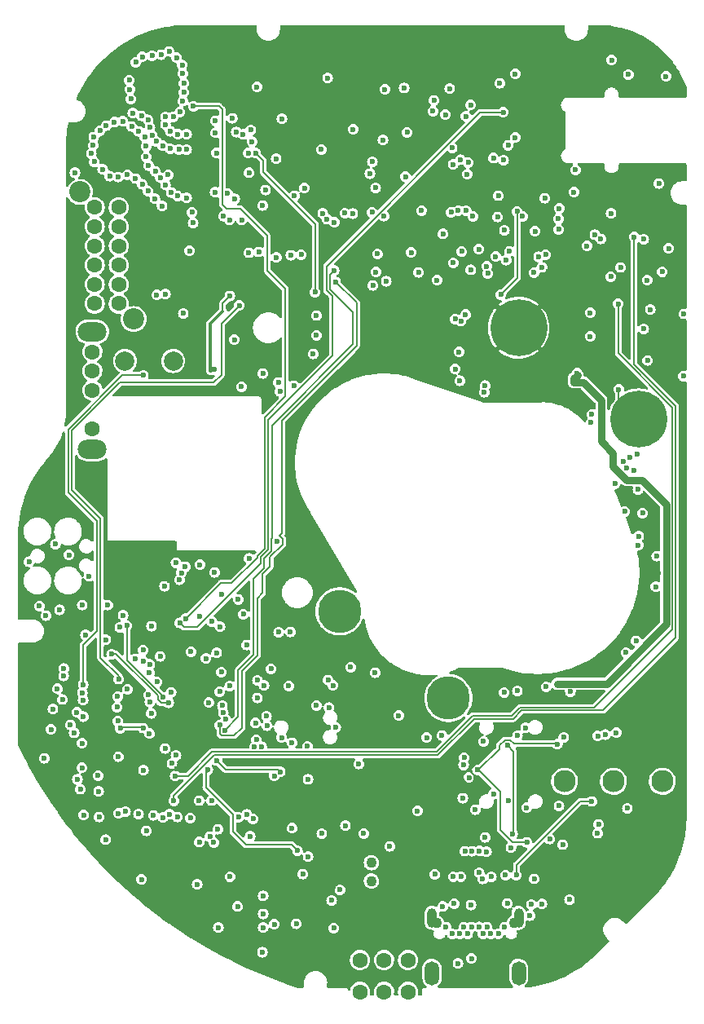
<source format=gbr>
G04 #@! TF.GenerationSoftware,KiCad,Pcbnew,6.0.11+dfsg-1~bpo11+1*
G04 #@! TF.CreationDate,2023-05-24T11:45:56-04:00*
G04 #@! TF.ProjectId,RUSP_Mainboard,52555350-5f4d-4616-996e-626f6172642e,rev?*
G04 #@! TF.SameCoordinates,Original*
G04 #@! TF.FileFunction,Copper,L5,Inr*
G04 #@! TF.FilePolarity,Positive*
%FSLAX46Y46*%
G04 Gerber Fmt 4.6, Leading zero omitted, Abs format (unit mm)*
G04 Created by KiCad (PCBNEW 6.0.11+dfsg-1~bpo11+1) date 2023-05-24 11:45:56*
%MOMM*%
%LPD*%
G01*
G04 APERTURE LIST*
G04 #@! TA.AperFunction,ComponentPad*
%ADD10C,2.300000*%
G04 #@! TD*
G04 #@! TA.AperFunction,ComponentPad*
%ADD11C,1.600000*%
G04 #@! TD*
G04 #@! TA.AperFunction,ComponentPad*
%ADD12C,0.600000*%
G04 #@! TD*
G04 #@! TA.AperFunction,ComponentPad*
%ADD13O,1.000000X2.000000*%
G04 #@! TD*
G04 #@! TA.AperFunction,ComponentPad*
%ADD14O,1.500000X2.500000*%
G04 #@! TD*
G04 #@! TA.AperFunction,ComponentPad*
%ADD15C,1.100000*%
G04 #@! TD*
G04 #@! TA.AperFunction,ComponentPad*
%ADD16C,2.000000*%
G04 #@! TD*
G04 #@! TA.AperFunction,ComponentPad*
%ADD17C,5.900000*%
G04 #@! TD*
G04 #@! TA.AperFunction,ComponentPad*
%ADD18O,3.000000X2.000000*%
G04 #@! TD*
G04 #@! TA.AperFunction,ComponentPad*
%ADD19C,2.200000*%
G04 #@! TD*
G04 #@! TA.AperFunction,ComponentPad*
%ADD20C,4.500000*%
G04 #@! TD*
G04 #@! TA.AperFunction,ViaPad*
%ADD21C,0.600000*%
G04 #@! TD*
G04 #@! TA.AperFunction,ViaPad*
%ADD22C,0.800000*%
G04 #@! TD*
G04 #@! TA.AperFunction,Conductor*
%ADD23C,0.200000*%
G04 #@! TD*
G04 #@! TA.AperFunction,Conductor*
%ADD24C,0.180000*%
G04 #@! TD*
G04 #@! TA.AperFunction,Conductor*
%ADD25C,0.350000*%
G04 #@! TD*
G04 #@! TA.AperFunction,Conductor*
%ADD26C,0.750000*%
G04 #@! TD*
G04 #@! TA.AperFunction,Conductor*
%ADD27C,0.500000*%
G04 #@! TD*
G04 APERTURE END LIST*
D10*
X178930000Y-133100000D03*
X173850000Y-133100000D03*
X168770000Y-133100000D03*
D11*
X147510000Y-154972500D03*
X150010000Y-154972500D03*
X152510000Y-154972500D03*
X147510000Y-151672500D03*
X150010000Y-151672500D03*
X152510000Y-151672500D03*
D12*
X162550000Y-148230000D03*
X161900000Y-148930000D03*
X161100000Y-148930000D03*
X160700000Y-148230000D03*
X160300000Y-148930000D03*
X159900000Y-148230000D03*
X159100000Y-148230000D03*
X158700000Y-148930000D03*
X158300000Y-148230000D03*
X157900000Y-148930000D03*
X157100000Y-148930000D03*
X156450000Y-148230000D03*
D13*
X164000000Y-147280000D03*
D14*
X164000000Y-153030000D03*
D13*
X155000000Y-147280000D03*
D14*
X155000000Y-153030000D03*
D15*
X163550000Y-147830000D03*
X155450000Y-147830000D03*
D16*
X128100000Y-89460000D03*
X123100000Y-89460000D03*
D17*
X176500000Y-95500000D03*
X164000000Y-86000000D03*
D15*
X148700000Y-141550000D03*
X148700000Y-143450000D03*
D18*
X119700000Y-86400000D03*
X119700000Y-98600000D03*
D11*
X119700000Y-96500000D03*
X119700000Y-92500000D03*
X119700000Y-90500000D03*
X119700000Y-88500000D03*
D19*
X118400000Y-71900000D03*
X124000000Y-85100000D03*
D11*
X119950000Y-73500000D03*
X119950000Y-75500000D03*
X119950000Y-77500000D03*
X119950000Y-79500000D03*
X119950000Y-81500000D03*
X119950000Y-83500000D03*
X122450000Y-73500000D03*
X122450000Y-75500000D03*
X122450000Y-77500000D03*
X122450000Y-79500000D03*
X122450000Y-81500000D03*
X122450000Y-83500000D03*
D20*
X156700000Y-124450000D03*
X145400000Y-115450000D03*
D21*
X118800000Y-136600000D03*
X116300000Y-115300000D03*
X114700000Y-130700000D03*
X181179011Y-84552065D03*
X160350000Y-128950000D03*
X117813864Y-128068089D03*
X126761642Y-120124531D03*
X160682080Y-79618887D03*
X165591939Y-80264500D03*
X140100000Y-123190500D03*
X127270000Y-129690000D03*
X146550612Y-121251713D03*
X144300000Y-125450000D03*
X169282949Y-145374500D03*
X138616501Y-132550022D03*
X166424001Y-145825000D03*
X124800000Y-143300000D03*
X139060000Y-117610000D03*
X135725500Y-118950000D03*
X157400000Y-90300000D03*
X157194989Y-69043714D03*
X163650000Y-66250000D03*
X127574936Y-70119523D03*
X140900000Y-147900000D03*
X158200000Y-134860000D03*
X134000000Y-143000000D03*
X158330000Y-130650000D03*
X142122279Y-132900000D03*
X122340250Y-124308774D03*
X158477511Y-84630652D03*
X118745693Y-124656497D03*
X127700003Y-57299997D03*
X130874260Y-110599502D03*
X159250000Y-74425000D03*
X133150000Y-113675000D03*
X128400002Y-110400001D03*
X159030111Y-79980111D03*
X126403025Y-82596975D03*
X118650000Y-114800000D03*
X173587195Y-80693617D03*
X129150000Y-84500000D03*
X119350000Y-111810000D03*
X166851029Y-123282469D03*
X118641966Y-129152356D03*
X144716820Y-123141028D03*
X117275000Y-109600000D03*
X124973324Y-120599000D03*
X162625000Y-142850000D03*
X136849500Y-122600500D03*
X157200000Y-143000000D03*
X156100000Y-146100000D03*
X137450010Y-148300000D03*
X127200000Y-112850000D03*
X159499020Y-136050000D03*
X128400000Y-110400000D03*
X181122243Y-91014065D03*
X129895340Y-136921118D03*
X129949500Y-119650000D03*
X125643008Y-121849880D03*
X179600000Y-77750000D03*
X132400000Y-111400500D03*
X137296779Y-129505989D03*
X159050000Y-145950000D03*
X136400000Y-137000000D03*
X137378476Y-150856308D03*
X132800000Y-148300000D03*
X134875000Y-136825000D03*
X163360000Y-138540000D03*
X118457058Y-133914514D03*
X113122343Y-110293032D03*
X146000000Y-137700000D03*
X162824399Y-129372918D03*
X114200000Y-114899996D03*
X124500000Y-136500000D03*
X123350500Y-123550000D03*
X158833958Y-132710879D03*
X115860000Y-108460000D03*
X143537863Y-138520999D03*
X125307886Y-138244710D03*
X127890000Y-123860000D03*
X162500000Y-123875000D03*
X114883338Y-115897623D03*
X147400000Y-131300000D03*
X118150000Y-132900000D03*
X128400000Y-130400000D03*
X158284154Y-131398099D03*
X129357430Y-110803789D03*
X115600000Y-125600000D03*
X134800000Y-146100000D03*
X159100000Y-151500000D03*
X138600000Y-147950000D03*
X157700000Y-152000000D03*
X116600000Y-124600000D03*
X128967063Y-111443607D03*
X115400000Y-127700000D03*
X161800000Y-74500000D03*
X162525000Y-75875000D03*
D22*
X172000000Y-58900500D03*
D21*
X158016468Y-132670500D03*
X168650000Y-130900500D03*
X129700000Y-114200000D03*
X144750000Y-144050000D03*
X167100000Y-80175989D03*
X128450000Y-115850000D03*
X177600500Y-104256581D03*
X174378862Y-120493677D03*
X118450000Y-116100000D03*
X177600000Y-87300000D03*
X150930000Y-56350000D03*
X127705378Y-112244622D03*
X144917713Y-118850011D03*
X134881641Y-81803134D03*
X178525000Y-111450000D03*
X142000000Y-152000000D03*
X161445041Y-129517929D03*
X135400000Y-61600000D03*
X152590000Y-122950000D03*
X141850000Y-125239500D03*
X178350500Y-108263411D03*
X128470084Y-131820051D03*
X133400000Y-61700000D03*
X115754055Y-109644213D03*
X140155200Y-121634800D03*
X127904763Y-122229298D03*
X178272695Y-115475989D03*
X131900000Y-61400000D03*
X138081782Y-133256773D03*
X139780000Y-120010000D03*
X130900000Y-147500000D03*
X138400000Y-150100000D03*
X118598468Y-130376300D03*
X164225000Y-70875000D03*
X137894061Y-140318967D03*
X128020000Y-127540000D03*
X144013452Y-82866548D03*
X171425000Y-86900000D03*
X159850000Y-77850000D03*
X165700000Y-75975000D03*
X171437642Y-84437376D03*
X137450010Y-146885986D03*
X165169554Y-147042081D03*
X162149044Y-82563288D03*
X159920751Y-140340978D03*
X163850000Y-73925000D03*
X157198812Y-79249130D03*
X145000000Y-127500000D03*
X136850000Y-124450000D03*
X127979037Y-131253812D03*
X168022838Y-129235339D03*
X164850012Y-139430015D03*
X159721655Y-131905457D03*
X151546582Y-126271498D03*
X124987893Y-127564330D03*
X165325000Y-145900000D03*
X126066488Y-136643599D03*
X119000000Y-117900000D03*
X122600989Y-127600000D03*
X117425999Y-127226919D03*
X132338159Y-90324500D03*
X135403513Y-115739500D03*
X133992878Y-82707122D03*
X136000000Y-109949500D03*
X132619368Y-119759332D03*
X144800000Y-148350000D03*
X145428351Y-144368734D03*
X148550000Y-70000000D03*
X129800000Y-78000000D03*
X127300000Y-64100000D03*
X129200000Y-60600000D03*
X152248765Y-70308265D03*
X126750000Y-70400000D03*
X127000000Y-67100002D03*
X119600000Y-67900000D03*
X125300000Y-67150000D03*
X139400000Y-64300000D03*
X149170000Y-80210000D03*
X125300000Y-68250000D03*
X157800000Y-88500000D03*
X179300000Y-59900000D03*
X123900000Y-63700000D03*
X122850000Y-64550000D03*
X129100000Y-62450000D03*
X119900000Y-68750000D03*
X156380000Y-63880000D03*
X129500000Y-72500000D03*
X153900000Y-73849989D03*
X127300000Y-71150000D03*
X141731444Y-71501444D03*
X119850000Y-66200000D03*
X125500000Y-71800000D03*
X123700000Y-62250000D03*
X132500000Y-64500000D03*
X125150000Y-66200000D03*
X123550000Y-60300000D03*
X123350000Y-70100000D03*
X122000000Y-64650000D03*
X124800000Y-64000000D03*
X146800000Y-65400000D03*
X126349997Y-66649997D03*
X127800000Y-65600000D03*
X125700000Y-65200000D03*
X135890599Y-67864015D03*
X127900000Y-71950000D03*
X124900000Y-57850000D03*
X126250000Y-69750000D03*
X128100000Y-64100000D03*
X141406185Y-78418322D03*
X122400000Y-70350000D03*
X119800000Y-67050000D03*
X129092582Y-59600011D03*
X129200000Y-61550000D03*
X132500000Y-65750000D03*
X135360000Y-65920000D03*
X125550000Y-69150000D03*
X129050000Y-58700000D03*
X127300000Y-64900000D03*
X136990000Y-78120000D03*
X123600000Y-61250000D03*
X128600000Y-65900000D03*
X133952047Y-74810500D03*
X126850000Y-57650000D03*
X128700000Y-67500000D03*
X143500000Y-67500000D03*
X125500000Y-64400000D03*
X124200000Y-70500000D03*
X150001485Y-74401485D03*
X121500000Y-70250000D03*
X128800000Y-63600000D03*
X125900000Y-66000000D03*
X129500000Y-67500000D03*
X156150000Y-76250000D03*
X136000000Y-69900000D03*
X136800000Y-61000000D03*
X128550000Y-72300000D03*
X126950000Y-73350000D03*
X121150000Y-65000000D03*
X120500000Y-65550000D03*
X134489882Y-72612770D03*
X120777856Y-69534553D03*
X135218913Y-74810500D03*
X128450000Y-57950000D03*
X140706018Y-72298907D03*
X124206000Y-58420000D03*
X149138556Y-71474500D03*
X136170000Y-65450000D03*
X127800000Y-67400000D03*
X124500000Y-65600000D03*
X134250000Y-64250000D03*
X129500000Y-65900000D03*
X123800000Y-65100000D03*
X124900000Y-71100000D03*
X127300000Y-82500000D03*
X125900000Y-57750000D03*
X173650000Y-58200000D03*
X126200000Y-72600000D03*
X155521196Y-81050500D03*
X132600000Y-67850498D03*
X137400000Y-73300000D03*
X169900000Y-69600000D03*
X124126110Y-120410332D03*
X161400500Y-134437862D03*
X176475000Y-107650000D03*
X157300000Y-145799499D03*
X140456670Y-137969779D03*
X158000000Y-143000000D03*
X138280000Y-121420000D03*
X163875500Y-128375512D03*
X133582115Y-126682259D03*
X122360000Y-126840000D03*
X125840000Y-126059500D03*
X133316512Y-125981396D03*
X163040005Y-78056896D03*
X162699993Y-78969764D03*
X166798580Y-78412573D03*
X166079278Y-78623191D03*
X161616598Y-78593479D03*
X121300000Y-114800000D03*
X117900000Y-69900000D03*
X139212897Y-92612967D03*
X138889500Y-108150000D03*
X142122279Y-140930649D03*
X160520999Y-138924500D03*
X121100000Y-118400000D03*
X148760000Y-74010000D03*
X126416867Y-122778798D03*
X150600000Y-139850000D03*
X133120000Y-121750000D03*
X132127751Y-116499500D03*
X156030000Y-128330000D03*
X131512068Y-120334751D03*
X149095378Y-121814622D03*
X168150000Y-75789500D03*
X118769375Y-126385500D03*
X172210082Y-138488090D03*
X127050000Y-136850000D03*
X162836444Y-145780989D03*
X144562098Y-145467734D03*
X178925000Y-80175000D03*
X128525000Y-136800000D03*
X171592212Y-135184899D03*
X163750000Y-142850000D03*
X174350000Y-83525000D03*
X128300000Y-132550000D03*
X125674711Y-124876525D03*
X177400000Y-89400000D03*
X165625806Y-143223694D03*
X172225000Y-128400000D03*
X136653901Y-127049500D03*
X176425000Y-108575000D03*
X176880378Y-105244622D03*
X175148391Y-119724147D03*
X171531031Y-95850551D03*
X174010435Y-102197674D03*
X175530199Y-99449500D03*
X176199992Y-118499992D03*
X178350500Y-109720100D03*
X175025000Y-105075000D03*
X175288211Y-135894238D03*
X147900000Y-138520999D03*
X155300000Y-142750500D03*
X125850000Y-117000000D03*
X125672241Y-120957022D03*
X168569806Y-139669806D03*
X123150500Y-136238774D03*
X128800000Y-116650000D03*
X162400000Y-63625000D03*
X122425291Y-136428050D03*
X137450010Y-144999979D03*
X120361717Y-134146580D03*
X158422103Y-140349247D03*
X163200000Y-140000000D03*
X130200000Y-63000000D03*
X129399602Y-116200298D03*
X121099243Y-139157793D03*
X120300000Y-132525000D03*
X130831066Y-115991822D03*
X141023279Y-140300000D03*
X131700000Y-131900000D03*
X142980000Y-84720000D03*
X136545458Y-129505989D03*
X134870000Y-114210000D03*
X133487973Y-127800004D03*
X144825500Y-80045512D03*
X132938473Y-127262533D03*
X144980000Y-81240000D03*
X131800000Y-124930000D03*
X163860000Y-123710000D03*
X144210549Y-122588360D03*
X154440000Y-128550000D03*
X132980000Y-117049000D03*
X140280000Y-117580000D03*
X124982444Y-119472261D03*
X137413676Y-90749432D03*
X116718845Y-122152957D03*
X116725500Y-121382500D03*
X135197098Y-92127402D03*
X159023533Y-62870000D03*
X128750000Y-112160989D03*
X162900000Y-135075000D03*
X177350000Y-81050000D03*
X167215339Y-139097630D03*
X174150000Y-128050000D03*
X171919045Y-76344317D03*
X173000000Y-128247863D03*
X172530000Y-76780000D03*
X164825663Y-135831139D03*
X169375000Y-123799500D03*
X171105271Y-77515469D03*
X160260719Y-143242631D03*
X159903252Y-142576141D03*
X161158188Y-143023512D03*
X160666444Y-140416444D03*
X137850000Y-127325000D03*
X177000000Y-86125000D03*
X172312635Y-137550095D03*
X127716214Y-136506618D03*
X116061170Y-123492234D03*
X160797263Y-80359486D03*
X168125000Y-74675999D03*
X128175000Y-135125000D03*
X176000000Y-76575000D03*
X177683236Y-84116764D03*
X122561920Y-117115329D03*
X178575000Y-71025000D03*
X168689210Y-128519318D03*
X137799440Y-126340560D03*
X130800000Y-135099502D03*
X174400000Y-92400000D03*
X157900000Y-91500000D03*
X144156444Y-60056444D03*
X142660000Y-88720000D03*
X150250000Y-81175000D03*
X148850000Y-81597112D03*
X142980000Y-86780000D03*
X170075000Y-90700000D03*
X160440000Y-92690000D03*
X158075000Y-78075000D03*
X169725000Y-91650000D03*
X160500000Y-92000000D03*
X158010516Y-85310516D03*
X157400000Y-85100000D03*
X168000000Y-123000000D03*
X164725000Y-127550000D03*
X139223613Y-132110512D03*
X132650498Y-130949500D03*
X166425000Y-79725000D03*
X118100000Y-125925000D03*
X140646555Y-92006555D03*
X136749255Y-128784727D03*
X134449502Y-87250385D03*
X118751574Y-123051574D03*
X125000000Y-90950500D03*
X157090619Y-67312351D03*
X168200000Y-135650000D03*
X161375000Y-68375000D03*
X135960500Y-78200000D03*
X149900000Y-66500000D03*
X148800000Y-68750500D03*
X166725000Y-72550000D03*
X157957845Y-68546003D03*
X175400000Y-59700000D03*
X122435500Y-122480632D03*
X134967878Y-83682122D03*
X135750000Y-136550002D03*
X125630775Y-128149225D03*
X122400000Y-130549500D03*
X118624056Y-131703277D03*
X123287462Y-116925236D03*
X127040000Y-124370000D03*
X122900000Y-115850000D03*
X133210000Y-125239500D03*
X122260000Y-125409500D03*
X139025261Y-91682978D03*
X125017385Y-131952356D03*
X155200000Y-62369500D03*
X133760000Y-72050000D03*
X163640000Y-59650000D03*
X162032208Y-60609500D03*
X136303556Y-66679500D03*
X130170000Y-75110000D03*
X162900000Y-67050000D03*
X162430000Y-68580000D03*
X133323518Y-74402204D03*
X130050000Y-74010000D03*
X168210000Y-73620000D03*
X169747963Y-71924500D03*
X132450000Y-71930000D03*
X158761782Y-68838218D03*
X161900000Y-72275000D03*
X158550000Y-73825000D03*
X164420000Y-74430000D03*
X138825000Y-78700000D03*
X140325000Y-78475000D03*
X143641906Y-74121866D03*
X144080000Y-74730000D03*
X144849499Y-75050501D03*
X145940000Y-74090000D03*
X146760000Y-74150000D03*
X120400000Y-136800000D03*
X132739257Y-138075000D03*
X136100000Y-138799988D03*
X132100000Y-135100016D03*
X121710331Y-119894149D03*
X127646689Y-124958776D03*
X156980000Y-74010000D03*
X152400000Y-65700000D03*
X155100000Y-63500000D03*
X157708958Y-73835717D03*
X177000500Y-76800000D03*
X176400000Y-102800000D03*
X178249500Y-112900000D03*
X174915728Y-99878662D03*
X171600000Y-95000000D03*
X175200000Y-100600000D03*
X176300000Y-99100000D03*
X176000000Y-100800000D03*
X158519404Y-64037626D03*
X156830000Y-61170500D03*
X150100000Y-61250000D03*
X152834584Y-78171409D03*
X158650000Y-70050000D03*
X174600000Y-79725000D03*
X130809699Y-139411025D03*
X139381045Y-128555860D03*
X132934885Y-123795114D03*
X125538514Y-124139500D03*
X118669370Y-123910890D03*
X133980000Y-123190500D03*
X153480000Y-136170000D03*
X159171514Y-140360932D03*
X140440000Y-129100000D03*
X131913682Y-138840539D03*
X143000000Y-125239500D03*
X132331350Y-139463479D03*
X142042969Y-129460500D03*
X130600000Y-143800000D03*
X141572779Y-142725149D03*
X152100000Y-61100000D03*
X138800000Y-68450500D03*
X153600000Y-80250000D03*
X137700000Y-71700000D03*
X134649637Y-65680966D03*
X142850000Y-82300000D03*
X136670000Y-67850498D03*
X137540000Y-123150000D03*
X149325000Y-78325000D03*
X173600000Y-74125000D03*
D23*
X163449501Y-129998020D02*
X162824399Y-129372918D01*
X163449501Y-138450499D02*
X163449501Y-129998020D01*
X161445041Y-129517929D02*
X161332071Y-129517929D01*
X159000000Y-131850000D02*
X159000000Y-132091265D01*
X159000000Y-132091265D02*
X159383458Y-132474723D01*
X161332071Y-129517929D02*
X159000000Y-131850000D01*
X159097458Y-133288727D02*
X158634695Y-133288727D01*
X159383458Y-132474723D02*
X159383458Y-133002727D01*
X158634695Y-133288727D02*
X158016468Y-132670500D01*
X159383458Y-133002727D02*
X159097458Y-133288727D01*
D24*
X163850000Y-73925000D02*
X163850000Y-80862332D01*
X163850000Y-80862332D02*
X162149044Y-82563288D01*
D23*
X167996396Y-129208897D02*
X163495551Y-129208897D01*
X161994541Y-129389261D02*
X161994541Y-129745540D01*
X122600989Y-127600000D02*
X122750989Y-127450000D01*
X164829527Y-139450500D02*
X163400500Y-139450500D01*
X124873563Y-127450000D02*
X124987893Y-127564330D01*
X162569291Y-128814511D02*
X161994541Y-129389261D01*
X168022838Y-129235339D02*
X167996396Y-129208897D01*
X163400500Y-139450500D02*
X162125499Y-138175499D01*
X163495551Y-129208897D02*
X163101165Y-128814511D01*
X163101165Y-128814511D02*
X162569291Y-128814511D01*
X162125499Y-134217881D02*
X159813075Y-131905457D01*
X159834624Y-131905457D02*
X159721655Y-131905457D01*
X161994541Y-129745540D02*
X159834624Y-131905457D01*
X164850012Y-139430015D02*
X164829527Y-139450500D01*
X122750989Y-127450000D02*
X124873563Y-127450000D01*
X162125499Y-138175499D02*
X162125499Y-134217881D01*
X159813075Y-131905457D02*
X159721655Y-131905457D01*
X133250000Y-84300000D02*
X133250000Y-83450000D01*
D25*
X131958051Y-85591949D02*
X133250000Y-84300000D01*
D23*
X132175500Y-90324500D02*
X132338159Y-90324500D01*
D25*
X131958051Y-90458051D02*
X131958051Y-85591949D01*
D23*
X133250000Y-83450000D02*
X133992878Y-82707122D01*
X132000000Y-90500000D02*
X132175500Y-90324500D01*
D25*
X132000000Y-90500000D02*
X131958051Y-90458051D01*
D24*
X170365101Y-135184899D02*
X171592212Y-135184899D01*
X163750000Y-142850000D02*
X163750000Y-141800000D01*
X163750000Y-141800000D02*
X170365101Y-135184899D01*
X179964012Y-117285988D02*
X171829510Y-125420490D01*
X171829510Y-125420490D02*
X164138512Y-125420490D01*
X179964012Y-94264012D02*
X179964012Y-117285988D01*
X174350000Y-88650000D02*
X179964012Y-94264012D01*
X164138512Y-125420490D02*
X163288512Y-126270490D01*
X159238512Y-126270490D02*
X155463513Y-130045489D01*
X163288512Y-126270490D02*
X159238512Y-126270490D01*
X174350000Y-83525000D02*
X174350000Y-88650000D01*
X155463513Y-130045489D02*
X132138513Y-130045489D01*
X129634002Y-132550000D02*
X128300000Y-132550000D01*
X132138513Y-130045489D02*
X129634002Y-132550000D01*
X144030499Y-79609501D02*
X144030499Y-82120626D01*
X162400000Y-63625000D02*
X160015000Y-63625000D01*
X144030499Y-82120626D02*
X144650499Y-82740625D01*
X130601032Y-117100000D02*
X129250000Y-117100000D01*
X160015000Y-63625000D02*
X144030499Y-79609501D01*
X137954510Y-95595490D02*
X137954510Y-109061488D01*
X137195978Y-109820020D02*
X137195978Y-110505054D01*
X129250000Y-117100000D02*
X128800000Y-116650000D01*
X144650499Y-82740625D02*
X144650499Y-88899501D01*
X144650499Y-88899501D02*
X137954510Y-95595490D01*
X137954510Y-109061488D02*
X137195978Y-109820020D01*
X137195978Y-110505054D02*
X130601032Y-117100000D01*
X133200000Y-63325000D02*
X133200000Y-73175000D01*
X130200000Y-63000000D02*
X132875000Y-63000000D01*
X137850000Y-76425000D02*
X137850000Y-80050000D01*
X136866467Y-109683533D02*
X136866467Y-109846004D01*
X137850000Y-80050000D02*
X139770000Y-81970000D01*
X135050000Y-73625000D02*
X137850000Y-76425000D01*
X137625000Y-108925000D02*
X136866467Y-109683533D01*
X136866467Y-109846004D02*
X134194266Y-112518205D01*
X133200000Y-73175000D02*
X133650000Y-73625000D01*
X139770000Y-93130000D02*
X137625000Y-95275000D01*
X133081695Y-112518205D02*
X129399602Y-116200298D01*
X132875000Y-63000000D02*
X133200000Y-63325000D01*
X133650000Y-73625000D02*
X135050000Y-73625000D01*
X139770000Y-81970000D02*
X139770000Y-93130000D01*
X134194266Y-112518205D02*
X133081695Y-112518205D01*
X137625000Y-95275000D02*
X137625000Y-108925000D01*
D23*
X140423279Y-139700000D02*
X135650000Y-139700000D01*
X135650000Y-139700000D02*
X134296858Y-138346858D01*
X131500000Y-133714002D02*
X131500000Y-132200000D01*
X131700000Y-132000000D02*
X131700000Y-131900000D01*
X134296858Y-138346858D02*
X134296858Y-136510860D01*
X134296858Y-136510860D02*
X131500000Y-133714002D01*
X141023279Y-140300000D02*
X140423279Y-139700000D01*
X131500000Y-132200000D02*
X131700000Y-132000000D01*
X138385999Y-107566110D02*
X138386008Y-107566119D01*
X136450000Y-112046152D02*
X136450000Y-119950000D01*
X144825500Y-80045512D02*
X144370000Y-80501012D01*
X137535498Y-109960642D02*
X137535498Y-110960654D01*
X138386008Y-107566119D02*
X138386008Y-107847387D01*
X134871354Y-121528646D02*
X134871354Y-126416623D01*
X146800011Y-87724989D02*
X138385999Y-96139001D01*
X134871354Y-126416623D02*
X133487973Y-127800004D01*
X137535498Y-110960654D02*
X136450000Y-112046152D01*
X136450000Y-119950000D02*
X134871354Y-121528646D01*
X146800011Y-84410011D02*
X146800011Y-87724989D01*
X138294021Y-109202119D02*
X137535498Y-109960642D01*
X144370000Y-80501012D02*
X144370000Y-81980000D01*
X138385999Y-96139001D02*
X138385999Y-107566110D01*
X144370000Y-81980000D02*
X146800011Y-84410011D01*
X138386008Y-107847387D02*
X138294022Y-107939373D01*
X138294022Y-107939373D02*
X138294021Y-109202119D01*
X132938473Y-128164775D02*
X132938473Y-127262533D01*
D24*
X137400000Y-113525000D02*
X136825000Y-114100000D01*
D23*
X133123712Y-128350014D02*
X132938473Y-128164775D01*
D24*
X139114501Y-107610499D02*
X139158970Y-107610499D01*
X139475001Y-108501280D02*
X138173061Y-109803220D01*
D23*
X136825000Y-120069296D02*
X135220874Y-121673422D01*
D24*
X139158970Y-107610499D02*
X139475001Y-107926530D01*
X138173061Y-110803231D02*
X137400000Y-111576294D01*
D23*
X134439409Y-128350014D02*
X133123712Y-128350014D01*
X136825000Y-114100000D02*
X136825000Y-120069296D01*
X135220874Y-121673422D02*
X135220874Y-127568549D01*
X139364022Y-107360978D02*
X139364022Y-95655261D01*
D24*
X139475001Y-107926530D02*
X139475001Y-108501280D01*
X137400000Y-111576294D02*
X137400000Y-113525000D01*
X138173061Y-109803220D02*
X138173061Y-110803231D01*
D23*
X139364022Y-95655261D02*
X147149531Y-87869752D01*
X135220874Y-127568549D02*
X134439409Y-128350014D01*
X147149531Y-83409531D02*
X144980000Y-81240000D01*
X147149531Y-87869752D02*
X147149531Y-83409531D01*
D24*
X139364022Y-107360978D02*
X139114501Y-107610499D01*
X128125000Y-134600000D02*
X128125000Y-135125000D01*
X128125000Y-135125000D02*
X128175000Y-135125000D01*
X159375000Y-126600000D02*
X155600000Y-130375000D01*
X164275000Y-125750000D02*
X163425000Y-126600000D01*
X180293513Y-94127529D02*
X180293513Y-118206487D01*
X180293513Y-118206487D02*
X172750000Y-125750000D01*
X155600000Y-130375000D02*
X132350000Y-130375000D01*
X176000000Y-89834016D02*
X180293513Y-94127529D01*
X172750000Y-125750000D02*
X164275000Y-125750000D01*
X163425000Y-126600000D02*
X159375000Y-126600000D01*
X176000000Y-76575000D02*
X176000000Y-89834016D01*
X132350000Y-130375000D02*
X128125000Y-134600000D01*
D23*
X174400000Y-92400000D02*
X174400000Y-93400000D01*
X174400000Y-93400000D02*
X176500000Y-95500000D01*
D26*
X172600000Y-97800000D02*
X172600000Y-93533978D01*
D27*
X170100000Y-90875000D02*
X170100000Y-90725000D01*
D26*
X168000000Y-123000000D02*
X168025000Y-122975000D01*
X172600000Y-93533978D02*
X170716022Y-91650000D01*
X168025000Y-122975000D02*
X173150000Y-122975000D01*
D27*
X170100000Y-90725000D02*
X170075000Y-90700000D01*
D26*
X176800000Y-101800000D02*
X175200000Y-101800000D01*
X175200000Y-101800000D02*
X173800000Y-100400000D01*
X173800000Y-99000000D02*
X172600000Y-97800000D01*
X169725000Y-91250000D02*
X170100000Y-90875000D01*
X173800000Y-100400000D02*
X173800000Y-99000000D01*
X173150000Y-122975000D02*
X179349501Y-116775499D01*
X170716022Y-91650000D02*
X169725000Y-91650000D01*
X179349501Y-104349501D02*
X176800000Y-101800000D01*
X179349501Y-116775499D02*
X179349501Y-104349501D01*
X169725000Y-91650000D02*
X169725000Y-91250000D01*
D23*
X139013102Y-131900001D02*
X133600999Y-131900001D01*
X139223613Y-132110512D02*
X139013102Y-131900001D01*
X133600999Y-131900001D02*
X132650498Y-130949500D01*
X120200988Y-117499012D02*
X118751574Y-118948426D01*
X117200000Y-103100000D02*
X120200988Y-106100988D01*
X122799500Y-90950500D02*
X117200000Y-96550000D01*
X120200988Y-106100988D02*
X120200988Y-117499012D01*
X117200000Y-96550000D02*
X117200000Y-103100000D01*
X125000000Y-90950500D02*
X122799500Y-90950500D01*
X118751574Y-118948426D02*
X118751574Y-123051574D01*
X120550489Y-120250489D02*
X122435500Y-122135500D01*
X122550000Y-91700000D02*
X117550010Y-96699990D01*
X134967878Y-83682122D02*
X133100000Y-85550000D01*
X117550010Y-102852516D02*
X120550489Y-105852995D01*
X122435500Y-122135500D02*
X122435500Y-122480632D01*
X120550489Y-105852995D02*
X120550489Y-120250489D01*
X132300000Y-91700000D02*
X122550000Y-91700000D01*
X117550010Y-96699990D02*
X117550010Y-102852516D01*
X133100000Y-85550000D02*
X133100000Y-90900000D01*
X133100000Y-90900000D02*
X132300000Y-91700000D01*
X127040000Y-124280000D02*
X127040000Y-124370000D01*
X123287462Y-120527462D02*
X127040000Y-124280000D01*
X123287462Y-116925236D02*
X123287462Y-120527462D01*
X126490500Y-124597611D02*
X126851665Y-124958776D01*
X122159879Y-119894149D02*
X126490500Y-124224770D01*
X126490500Y-124224770D02*
X126490500Y-124597611D01*
X121710331Y-119894149D02*
X122159879Y-119894149D01*
X126851665Y-124958776D02*
X127646689Y-124958776D01*
X142850000Y-82300000D02*
X142850000Y-75220000D01*
X142850000Y-75220000D02*
X137480000Y-69850000D01*
X137480000Y-68660498D02*
X136670000Y-67850498D01*
X137480000Y-69850000D02*
X137480000Y-68660498D01*
G04 #@! TA.AperFunction,Conductor*
G36*
X136741621Y-54570502D02*
G01*
X136788114Y-54624158D01*
X136799500Y-54676500D01*
X136799500Y-54962915D01*
X136797079Y-54987496D01*
X136797013Y-54987826D01*
X136797013Y-54987829D01*
X136794592Y-55000000D01*
X136795167Y-55002890D01*
X136813222Y-55209261D01*
X136814646Y-55214574D01*
X136814646Y-55214576D01*
X136815008Y-55215925D01*
X136867590Y-55412164D01*
X136869913Y-55417145D01*
X136869913Y-55417146D01*
X136954039Y-55597556D01*
X136954042Y-55597561D01*
X136956365Y-55602543D01*
X137076851Y-55774614D01*
X137225386Y-55923149D01*
X137397457Y-56043635D01*
X137402439Y-56045958D01*
X137402444Y-56045961D01*
X137581413Y-56129415D01*
X137587836Y-56132410D01*
X137593144Y-56133832D01*
X137593146Y-56133833D01*
X137785424Y-56185354D01*
X137785426Y-56185354D01*
X137790739Y-56186778D01*
X138000000Y-56205086D01*
X138209261Y-56186778D01*
X138214574Y-56185354D01*
X138214576Y-56185354D01*
X138406854Y-56133833D01*
X138406856Y-56133832D01*
X138412164Y-56132410D01*
X138418587Y-56129415D01*
X138597556Y-56045961D01*
X138597561Y-56045958D01*
X138602543Y-56043635D01*
X138774614Y-55923149D01*
X138923149Y-55774614D01*
X139043635Y-55602543D01*
X139045958Y-55597561D01*
X139045961Y-55597556D01*
X139130087Y-55417146D01*
X139130087Y-55417145D01*
X139132410Y-55412164D01*
X139184993Y-55215925D01*
X139185354Y-55214576D01*
X139185354Y-55214574D01*
X139186778Y-55209261D01*
X139204833Y-55002890D01*
X139205408Y-55000000D01*
X139202987Y-54987829D01*
X139202987Y-54987826D01*
X139202921Y-54987496D01*
X139200500Y-54962915D01*
X139200500Y-54676500D01*
X139220502Y-54608379D01*
X139274158Y-54561886D01*
X139326500Y-54550500D01*
X168673500Y-54550500D01*
X168741621Y-54570502D01*
X168788114Y-54624158D01*
X168799500Y-54676500D01*
X168799500Y-54962915D01*
X168797079Y-54987496D01*
X168797013Y-54987826D01*
X168797013Y-54987829D01*
X168794592Y-55000000D01*
X168795167Y-55002890D01*
X168813222Y-55209261D01*
X168814646Y-55214574D01*
X168814646Y-55214576D01*
X168815008Y-55215925D01*
X168867590Y-55412164D01*
X168869913Y-55417145D01*
X168869913Y-55417146D01*
X168954039Y-55597556D01*
X168954042Y-55597561D01*
X168956365Y-55602543D01*
X169076851Y-55774614D01*
X169225386Y-55923149D01*
X169397457Y-56043635D01*
X169402439Y-56045958D01*
X169402444Y-56045961D01*
X169581413Y-56129415D01*
X169587836Y-56132410D01*
X169593144Y-56133832D01*
X169593146Y-56133833D01*
X169785424Y-56185354D01*
X169785426Y-56185354D01*
X169790739Y-56186778D01*
X170000000Y-56205086D01*
X170209261Y-56186778D01*
X170214574Y-56185354D01*
X170214576Y-56185354D01*
X170406854Y-56133833D01*
X170406856Y-56133832D01*
X170412164Y-56132410D01*
X170418587Y-56129415D01*
X170597556Y-56045961D01*
X170597561Y-56045958D01*
X170602543Y-56043635D01*
X170774614Y-55923149D01*
X170923149Y-55774614D01*
X171043635Y-55602543D01*
X171045958Y-55597561D01*
X171045961Y-55597556D01*
X171130087Y-55417146D01*
X171130087Y-55417145D01*
X171132410Y-55412164D01*
X171184993Y-55215925D01*
X171185354Y-55214576D01*
X171185354Y-55214574D01*
X171186778Y-55209261D01*
X171204833Y-55002890D01*
X171205408Y-55000000D01*
X171202987Y-54987829D01*
X171202987Y-54987826D01*
X171202921Y-54987496D01*
X171200500Y-54962915D01*
X171200500Y-54676500D01*
X171220502Y-54608379D01*
X171274158Y-54561886D01*
X171326500Y-54550500D01*
X172222915Y-54550500D01*
X172247496Y-54552921D01*
X172247828Y-54552987D01*
X172247829Y-54552987D01*
X172260000Y-54555408D01*
X172272171Y-54552987D01*
X172279065Y-54552987D01*
X172295725Y-54551606D01*
X172858475Y-54569029D01*
X172866258Y-54569512D01*
X173237603Y-54604090D01*
X173458545Y-54624664D01*
X173466269Y-54625625D01*
X174054030Y-54717314D01*
X174061678Y-54718750D01*
X174642633Y-54846621D01*
X174650182Y-54848530D01*
X175221264Y-55011850D01*
X175222107Y-55012091D01*
X175229535Y-55014466D01*
X175790250Y-55213095D01*
X175797516Y-55215925D01*
X176344858Y-55448854D01*
X176351933Y-55452127D01*
X176883849Y-55718484D01*
X176890691Y-55722180D01*
X177405102Y-56020927D01*
X177411696Y-56025034D01*
X177906657Y-56355040D01*
X177912987Y-56359550D01*
X178386565Y-56719528D01*
X178392604Y-56724420D01*
X178438095Y-56763667D01*
X178843022Y-57113016D01*
X178848766Y-57118291D01*
X178997835Y-57263926D01*
X179211199Y-57472375D01*
X179274249Y-57533973D01*
X179279650Y-57539585D01*
X179658165Y-57958188D01*
X179678624Y-57980814D01*
X179683666Y-57986749D01*
X180031103Y-58422375D01*
X180054586Y-58451819D01*
X180059255Y-58458060D01*
X180400684Y-58945170D01*
X180404958Y-58951689D01*
X180709286Y-59448671D01*
X180715602Y-59458986D01*
X180719463Y-59465754D01*
X180998132Y-59991301D01*
X181001568Y-59998295D01*
X181236269Y-60515979D01*
X181247188Y-60540064D01*
X181250187Y-60547263D01*
X181441256Y-61049164D01*
X181449500Y-61093992D01*
X181449500Y-61968749D01*
X181429498Y-62036870D01*
X181375842Y-62083363D01*
X181323583Y-62094749D01*
X178349697Y-62096719D01*
X174526581Y-62099251D01*
X174458449Y-62079294D01*
X174411921Y-62025669D01*
X174400500Y-61973251D01*
X174400500Y-61837085D01*
X174402921Y-61812504D01*
X174402987Y-61812171D01*
X174405408Y-61800000D01*
X174403767Y-61791749D01*
X174389343Y-61654521D01*
X174388833Y-61649667D01*
X174388833Y-61649666D01*
X174388143Y-61643103D01*
X174368916Y-61583927D01*
X174341434Y-61499347D01*
X174341433Y-61499345D01*
X174339392Y-61493063D01*
X174289295Y-61406291D01*
X174263813Y-61362154D01*
X174263811Y-61362152D01*
X174260512Y-61356437D01*
X174206506Y-61296457D01*
X174159364Y-61244101D01*
X174159362Y-61244100D01*
X174154949Y-61239198D01*
X174052480Y-61164750D01*
X174032659Y-61150349D01*
X174032658Y-61150348D01*
X174027317Y-61146468D01*
X174021289Y-61143784D01*
X174021287Y-61143783D01*
X173889226Y-61084985D01*
X173889224Y-61084984D01*
X173883195Y-61082300D01*
X173806038Y-61065900D01*
X173735338Y-61050872D01*
X173735334Y-61050872D01*
X173728881Y-61049500D01*
X173571119Y-61049500D01*
X173564666Y-61050872D01*
X173564662Y-61050872D01*
X173493962Y-61065900D01*
X173416805Y-61082300D01*
X173410776Y-61084984D01*
X173410774Y-61084985D01*
X173278713Y-61143783D01*
X173278711Y-61143784D01*
X173272683Y-61146468D01*
X173267342Y-61150348D01*
X173267341Y-61150349D01*
X173247520Y-61164750D01*
X173145051Y-61239198D01*
X173140638Y-61244100D01*
X173140636Y-61244101D01*
X173093495Y-61296457D01*
X173039488Y-61356437D01*
X173036189Y-61362152D01*
X173036187Y-61362154D01*
X173010705Y-61406291D01*
X172960608Y-61493063D01*
X172958567Y-61499345D01*
X172958566Y-61499347D01*
X172931084Y-61583927D01*
X172911857Y-61643103D01*
X172911167Y-61649666D01*
X172911167Y-61649667D01*
X172910657Y-61654521D01*
X172896233Y-61791749D01*
X172894592Y-61800000D01*
X172897013Y-61812171D01*
X172897079Y-61812504D01*
X172899500Y-61837085D01*
X172899500Y-61973500D01*
X172879498Y-62041621D01*
X172825842Y-62088114D01*
X172773500Y-62099500D01*
X169187085Y-62099500D01*
X169162504Y-62097079D01*
X169162171Y-62097013D01*
X169150000Y-62094592D01*
X169141749Y-62096233D01*
X169046058Y-62106291D01*
X168999667Y-62111167D01*
X168999666Y-62111167D01*
X168993103Y-62111857D01*
X168986826Y-62113897D01*
X168986824Y-62113897D01*
X168849347Y-62158566D01*
X168849345Y-62158567D01*
X168843063Y-62160608D01*
X168837342Y-62163911D01*
X168712154Y-62236187D01*
X168712152Y-62236189D01*
X168706437Y-62239488D01*
X168701533Y-62243903D01*
X168701531Y-62243905D01*
X168598327Y-62336831D01*
X168589198Y-62345051D01*
X168585319Y-62350390D01*
X168503348Y-62463214D01*
X168496468Y-62472683D01*
X168493784Y-62478711D01*
X168493783Y-62478713D01*
X168438533Y-62602806D01*
X168432300Y-62616805D01*
X168419910Y-62675098D01*
X168401413Y-62762121D01*
X168399500Y-62771119D01*
X168399500Y-62928881D01*
X168400872Y-62935334D01*
X168400872Y-62935338D01*
X168411711Y-62986330D01*
X168432300Y-63083195D01*
X168434984Y-63089224D01*
X168434985Y-63089226D01*
X168483237Y-63197599D01*
X168496468Y-63227317D01*
X168500348Y-63232658D01*
X168500349Y-63232659D01*
X168557733Y-63311641D01*
X168589198Y-63354949D01*
X168594100Y-63359362D01*
X168594101Y-63359364D01*
X168701375Y-63455954D01*
X168706437Y-63460512D01*
X168712152Y-63463811D01*
X168712154Y-63463813D01*
X168756612Y-63489480D01*
X168836500Y-63535603D01*
X168885493Y-63586985D01*
X168899500Y-63644722D01*
X168899500Y-67355278D01*
X168879498Y-67423399D01*
X168836500Y-67464397D01*
X168824381Y-67471394D01*
X168712154Y-67536187D01*
X168712152Y-67536189D01*
X168706437Y-67539488D01*
X168701533Y-67543903D01*
X168701531Y-67543905D01*
X168594101Y-67640636D01*
X168589198Y-67645051D01*
X168585319Y-67650390D01*
X168528753Y-67728247D01*
X168496468Y-67772683D01*
X168493784Y-67778711D01*
X168493783Y-67778713D01*
X168434985Y-67910774D01*
X168432300Y-67916805D01*
X168420001Y-67974668D01*
X168403383Y-68052853D01*
X168399500Y-68071119D01*
X168399500Y-68228881D01*
X168400872Y-68235334D01*
X168400872Y-68235338D01*
X168414116Y-68297647D01*
X168432300Y-68383195D01*
X168434984Y-68389224D01*
X168434985Y-68389226D01*
X168489001Y-68510545D01*
X168496468Y-68527317D01*
X168500348Y-68532658D01*
X168500349Y-68532659D01*
X168548302Y-68598660D01*
X168589198Y-68654949D01*
X168594100Y-68659362D01*
X168594101Y-68659364D01*
X168697376Y-68752353D01*
X168706437Y-68760512D01*
X168712152Y-68763811D01*
X168712154Y-68763813D01*
X168746427Y-68783600D01*
X168843063Y-68839392D01*
X168849345Y-68841433D01*
X168849347Y-68841434D01*
X168986824Y-68886103D01*
X168986826Y-68886103D01*
X168993103Y-68888143D01*
X168999666Y-68888833D01*
X168999667Y-68888833D01*
X169041988Y-68893281D01*
X169141749Y-68903767D01*
X169150000Y-68905408D01*
X169162199Y-68902982D01*
X169162504Y-68902921D01*
X169187085Y-68900500D01*
X169536128Y-68900500D01*
X169604249Y-68920502D01*
X169650742Y-68974158D01*
X169660846Y-69044432D01*
X169631352Y-69109012D01*
X169612834Y-69126460D01*
X169507379Y-69207379D01*
X169419139Y-69322375D01*
X169363670Y-69456291D01*
X169344750Y-69600000D01*
X169363670Y-69743709D01*
X169419139Y-69877625D01*
X169507379Y-69992621D01*
X169622375Y-70080861D01*
X169756291Y-70136330D01*
X169900000Y-70155250D01*
X170043709Y-70136330D01*
X170177625Y-70080861D01*
X170292621Y-69992621D01*
X170380861Y-69877625D01*
X170436330Y-69743709D01*
X170455250Y-69600000D01*
X170436330Y-69456291D01*
X170380861Y-69322375D01*
X170292621Y-69207379D01*
X170187167Y-69126461D01*
X170145301Y-69069124D01*
X170141079Y-68998254D01*
X170175843Y-68936351D01*
X170238556Y-68903069D01*
X170263872Y-68900500D01*
X172773500Y-68900500D01*
X172841621Y-68920502D01*
X172888114Y-68974158D01*
X172899500Y-69026500D01*
X172899500Y-69162915D01*
X172897079Y-69187496D01*
X172894592Y-69200000D01*
X172896233Y-69208251D01*
X172903475Y-69277153D01*
X172910694Y-69345828D01*
X172911857Y-69356897D01*
X172913897Y-69363174D01*
X172913897Y-69363176D01*
X172946550Y-69463670D01*
X172960608Y-69506937D01*
X172963911Y-69512658D01*
X173032155Y-69630861D01*
X173039488Y-69643563D01*
X173043903Y-69648467D01*
X173043905Y-69648469D01*
X173139010Y-69754093D01*
X173145051Y-69760802D01*
X173150390Y-69764681D01*
X173267171Y-69849527D01*
X173272683Y-69853532D01*
X173278711Y-69856216D01*
X173278713Y-69856217D01*
X173410774Y-69915015D01*
X173416805Y-69917700D01*
X173485023Y-69932200D01*
X173564662Y-69949128D01*
X173564666Y-69949128D01*
X173571119Y-69950500D01*
X173728881Y-69950500D01*
X173735334Y-69949128D01*
X173735338Y-69949128D01*
X173814977Y-69932200D01*
X173883195Y-69917700D01*
X173889226Y-69915015D01*
X174021287Y-69856217D01*
X174021289Y-69856216D01*
X174027317Y-69853532D01*
X174032830Y-69849527D01*
X174149610Y-69764681D01*
X174154949Y-69760802D01*
X174160990Y-69754093D01*
X174256095Y-69648469D01*
X174256097Y-69648467D01*
X174260512Y-69643563D01*
X174267846Y-69630861D01*
X174336089Y-69512658D01*
X174339392Y-69506937D01*
X174353451Y-69463670D01*
X174386103Y-69363176D01*
X174386103Y-69363174D01*
X174388143Y-69356897D01*
X174389307Y-69345828D01*
X174396525Y-69277153D01*
X174403767Y-69208251D01*
X174405408Y-69200000D01*
X174402921Y-69187496D01*
X174400500Y-69162915D01*
X174400500Y-69026500D01*
X174420502Y-68958379D01*
X174474158Y-68911886D01*
X174526500Y-68900500D01*
X181323500Y-68900500D01*
X181391621Y-68920502D01*
X181438114Y-68974158D01*
X181449500Y-69026500D01*
X181449500Y-70673500D01*
X181429498Y-70741621D01*
X181375842Y-70788114D01*
X181323500Y-70799500D01*
X181037085Y-70799500D01*
X181012504Y-70797079D01*
X181012174Y-70797013D01*
X181012171Y-70797013D01*
X181000000Y-70794592D01*
X180997110Y-70795167D01*
X180790739Y-70813222D01*
X180785426Y-70814646D01*
X180785424Y-70814646D01*
X180593146Y-70866167D01*
X180593144Y-70866168D01*
X180587836Y-70867590D01*
X180582855Y-70869913D01*
X180582854Y-70869913D01*
X180402444Y-70954039D01*
X180402439Y-70954042D01*
X180397457Y-70956365D01*
X180225386Y-71076851D01*
X180076851Y-71225386D01*
X180073694Y-71229894D01*
X180073692Y-71229897D01*
X180034432Y-71285966D01*
X179956365Y-71397457D01*
X179954042Y-71402439D01*
X179954039Y-71402444D01*
X179871630Y-71579172D01*
X179867590Y-71587836D01*
X179866168Y-71593144D01*
X179866167Y-71593146D01*
X179814646Y-71785424D01*
X179813222Y-71790739D01*
X179794914Y-72000000D01*
X179813222Y-72209261D01*
X179814646Y-72214574D01*
X179814646Y-72214576D01*
X179864420Y-72400332D01*
X179867590Y-72412164D01*
X179869913Y-72417145D01*
X179869913Y-72417146D01*
X179954039Y-72597556D01*
X179954042Y-72597561D01*
X179956365Y-72602543D01*
X179979456Y-72635520D01*
X180065933Y-72759021D01*
X180076851Y-72774614D01*
X180225386Y-72923149D01*
X180229894Y-72926306D01*
X180229897Y-72926308D01*
X180298971Y-72974674D01*
X180397457Y-73043635D01*
X180402439Y-73045958D01*
X180402444Y-73045961D01*
X180582854Y-73130087D01*
X180587836Y-73132410D01*
X180593144Y-73133832D01*
X180593146Y-73133833D01*
X180785424Y-73185354D01*
X180785426Y-73185354D01*
X180790739Y-73186778D01*
X180905974Y-73196860D01*
X180982796Y-73203581D01*
X180982797Y-73203581D01*
X180997110Y-73204833D01*
X181000000Y-73205408D01*
X181012171Y-73202987D01*
X181012174Y-73202987D01*
X181012504Y-73202921D01*
X181037085Y-73200500D01*
X181323500Y-73200500D01*
X181391621Y-73220502D01*
X181438114Y-73274158D01*
X181449500Y-73326500D01*
X181449500Y-83888750D01*
X181429498Y-83956871D01*
X181375842Y-84003364D01*
X181307054Y-84013672D01*
X181187200Y-83997893D01*
X181187199Y-83997893D01*
X181179011Y-83996815D01*
X181035302Y-84015735D01*
X180901386Y-84071204D01*
X180786390Y-84159444D01*
X180698150Y-84274440D01*
X180642681Y-84408356D01*
X180623761Y-84552065D01*
X180642681Y-84695774D01*
X180698150Y-84829690D01*
X180786390Y-84944686D01*
X180901386Y-85032926D01*
X181035302Y-85088395D01*
X181179011Y-85107315D01*
X181187199Y-85106237D01*
X181187200Y-85106237D01*
X181307054Y-85090458D01*
X181377202Y-85101397D01*
X181430301Y-85148525D01*
X181449500Y-85215380D01*
X181449500Y-90365191D01*
X181429498Y-90433312D01*
X181375842Y-90479805D01*
X181305568Y-90489909D01*
X181275278Y-90481598D01*
X181273583Y-90480896D01*
X181273584Y-90480896D01*
X181265952Y-90477735D01*
X181122243Y-90458815D01*
X180978534Y-90477735D01*
X180844618Y-90533204D01*
X180729622Y-90621444D01*
X180641382Y-90736440D01*
X180585913Y-90870356D01*
X180566993Y-91014065D01*
X180585913Y-91157774D01*
X180641382Y-91291690D01*
X180729622Y-91406686D01*
X180844618Y-91494926D01*
X180852247Y-91498086D01*
X180859336Y-91501022D01*
X180978534Y-91550395D01*
X181122243Y-91569315D01*
X181265952Y-91550395D01*
X181275278Y-91546532D01*
X181276824Y-91546366D01*
X181281559Y-91545097D01*
X181281757Y-91545835D01*
X181345867Y-91538940D01*
X181409355Y-91570717D01*
X181445585Y-91631774D01*
X181449500Y-91662939D01*
X181449500Y-136791915D01*
X181447079Y-136816496D01*
X181444592Y-136829000D01*
X181447013Y-136841172D01*
X181447013Y-136847247D01*
X181448495Y-136864813D01*
X181445053Y-136987479D01*
X181431112Y-137484309D01*
X181430716Y-137491366D01*
X181402343Y-137827720D01*
X181377406Y-138123352D01*
X181375909Y-138141094D01*
X181375119Y-138148112D01*
X181349422Y-138330119D01*
X181283961Y-138793760D01*
X181282777Y-138800728D01*
X181229041Y-139070858D01*
X181156125Y-139437402D01*
X181155561Y-139440236D01*
X181153990Y-139447117D01*
X180992886Y-140071622D01*
X180991113Y-140078494D01*
X180989158Y-140085279D01*
X180791132Y-140706528D01*
X180788798Y-140713198D01*
X180757520Y-140795129D01*
X180556251Y-141322355D01*
X180553546Y-141328885D01*
X180455169Y-141548718D01*
X180289813Y-141918222D01*
X180287206Y-141924047D01*
X180284144Y-141930405D01*
X180006256Y-142468262D01*
X179984846Y-142509702D01*
X179981430Y-142515883D01*
X179758241Y-142894209D01*
X179650114Y-143077494D01*
X179646353Y-143083478D01*
X179284078Y-143625609D01*
X179280012Y-143631340D01*
X179039163Y-143951340D01*
X178887879Y-144152340D01*
X178883471Y-144157866D01*
X178801651Y-144254750D01*
X178584026Y-144512443D01*
X178462776Y-144656016D01*
X178458068Y-144661284D01*
X178145567Y-144991791D01*
X178032282Y-145111603D01*
X178018802Y-145122985D01*
X178014511Y-145127275D01*
X178004191Y-145134170D01*
X177997094Y-145144790D01*
X177981440Y-145163865D01*
X175566168Y-147579489D01*
X175261083Y-147884618D01*
X175198773Y-147918648D01*
X175127957Y-147913588D01*
X175082886Y-147884624D01*
X174875355Y-147677093D01*
X174859686Y-147658002D01*
X174859493Y-147657713D01*
X174852601Y-147647399D01*
X174850148Y-147645760D01*
X174831371Y-147630004D01*
X174695629Y-147516102D01*
X174695627Y-147516100D01*
X174691411Y-147512563D01*
X174509440Y-147407502D01*
X174474404Y-147394750D01*
X174317161Y-147337518D01*
X174317160Y-147337518D01*
X174311990Y-147335636D01*
X174105061Y-147299149D01*
X173894939Y-147299149D01*
X173688010Y-147335636D01*
X173682840Y-147337518D01*
X173682839Y-147337518D01*
X173525596Y-147394750D01*
X173490560Y-147407502D01*
X173308589Y-147512563D01*
X173304373Y-147516100D01*
X173304371Y-147516102D01*
X173156028Y-147640578D01*
X173147627Y-147647627D01*
X173144096Y-147651835D01*
X173023271Y-147795828D01*
X173012563Y-147808589D01*
X172907502Y-147990560D01*
X172905621Y-147995728D01*
X172842193Y-148169996D01*
X172835636Y-148188010D01*
X172799149Y-148394939D01*
X172799149Y-148605061D01*
X172835636Y-148811990D01*
X172837518Y-148817160D01*
X172837518Y-148817161D01*
X172869580Y-148905250D01*
X172907502Y-149009440D01*
X173012563Y-149191411D01*
X173016100Y-149195627D01*
X173016102Y-149195629D01*
X173026168Y-149207625D01*
X173145760Y-149350148D01*
X173147399Y-149352601D01*
X173157713Y-149359493D01*
X173158002Y-149359686D01*
X173177093Y-149375355D01*
X173384644Y-149582906D01*
X173418670Y-149645218D01*
X173413605Y-149716033D01*
X173384644Y-149761096D01*
X172064087Y-151081653D01*
X172045000Y-151097319D01*
X172034389Y-151104410D01*
X172027494Y-151114731D01*
X172023198Y-151119027D01*
X172011827Y-151132494D01*
X171866136Y-151270249D01*
X171583185Y-151537788D01*
X171561529Y-151558264D01*
X171556259Y-151562974D01*
X171058132Y-151983654D01*
X171052607Y-151988061D01*
X170719421Y-152238841D01*
X170606975Y-152323476D01*
X170531663Y-152380161D01*
X170525906Y-152384246D01*
X170447078Y-152436924D01*
X169983807Y-152746510D01*
X169977823Y-152750271D01*
X169416250Y-153081579D01*
X169410065Y-153084998D01*
X168830793Y-153384301D01*
X168824468Y-153387347D01*
X168229307Y-153653706D01*
X168222803Y-153656401D01*
X168040850Y-153725868D01*
X167613660Y-153888963D01*
X167606990Y-153891297D01*
X167516725Y-153920073D01*
X166985780Y-154089335D01*
X166979020Y-154091283D01*
X166347681Y-154254178D01*
X166340814Y-154255747D01*
X165912185Y-154341033D01*
X165701311Y-154382991D01*
X165694343Y-154384175D01*
X165048754Y-154475356D01*
X165041733Y-154476148D01*
X164973787Y-154481883D01*
X164756973Y-154500184D01*
X164687411Y-154485982D01*
X164636570Y-154436427D01*
X164620591Y-154367252D01*
X164644548Y-154300419D01*
X164659802Y-154283082D01*
X164756639Y-154191508D01*
X164756640Y-154191507D01*
X164761280Y-154187119D01*
X164877863Y-154020621D01*
X164958586Y-153834081D01*
X164995968Y-153655143D01*
X164999162Y-153639856D01*
X164999163Y-153639851D01*
X165000151Y-153635120D01*
X165000500Y-153628461D01*
X165000500Y-152479200D01*
X164991706Y-152392621D01*
X164985765Y-152334132D01*
X164985765Y-152334130D01*
X164985120Y-152327784D01*
X164924338Y-152133828D01*
X164825797Y-151956056D01*
X164693523Y-151801729D01*
X164670897Y-151784178D01*
X164605209Y-151733226D01*
X164532919Y-151677152D01*
X164350545Y-151587413D01*
X164344367Y-151585804D01*
X164344365Y-151585803D01*
X164160034Y-151537788D01*
X164160031Y-151537788D01*
X164153852Y-151536178D01*
X164072672Y-151531924D01*
X163957256Y-151525875D01*
X163957252Y-151525875D01*
X163950874Y-151525541D01*
X163749903Y-151555935D01*
X163743908Y-151558141D01*
X163743907Y-151558141D01*
X163716681Y-151568158D01*
X163559148Y-151626119D01*
X163553728Y-151629479D01*
X163553727Y-151629480D01*
X163391824Y-151729863D01*
X163391820Y-151729866D01*
X163386401Y-151733226D01*
X163238720Y-151872881D01*
X163122137Y-152039379D01*
X163041414Y-152225919D01*
X163037570Y-152244318D01*
X163003007Y-152409765D01*
X162999849Y-152424880D01*
X162999500Y-152431539D01*
X162999500Y-153580800D01*
X163014880Y-153732216D01*
X163075662Y-153926172D01*
X163174203Y-154103944D01*
X163306477Y-154258271D01*
X163311514Y-154262178D01*
X163311516Y-154262180D01*
X163338463Y-154283082D01*
X163391519Y-154324236D01*
X163433085Y-154381791D01*
X163436936Y-154452683D01*
X163401848Y-154514404D01*
X163338962Y-154547356D01*
X163314288Y-154549795D01*
X159952629Y-154549686D01*
X155693380Y-154549549D01*
X155625261Y-154529545D01*
X155578770Y-154475888D01*
X155568668Y-154405613D01*
X155598163Y-154341033D01*
X155612644Y-154327366D01*
X155613599Y-154326774D01*
X155712260Y-154233475D01*
X155756639Y-154191508D01*
X155756640Y-154191507D01*
X155761280Y-154187119D01*
X155877863Y-154020621D01*
X155958586Y-153834081D01*
X155995968Y-153655143D01*
X155999162Y-153639856D01*
X155999163Y-153639851D01*
X156000151Y-153635120D01*
X156000500Y-153628461D01*
X156000500Y-152479200D01*
X155991706Y-152392621D01*
X155985765Y-152334132D01*
X155985765Y-152334130D01*
X155985120Y-152327784D01*
X155924338Y-152133828D01*
X155850156Y-152000000D01*
X157144750Y-152000000D01*
X157163670Y-152143709D01*
X157219139Y-152277625D01*
X157307379Y-152392621D01*
X157422375Y-152480861D01*
X157556291Y-152536330D01*
X157700000Y-152555250D01*
X157843709Y-152536330D01*
X157977625Y-152480861D01*
X158092621Y-152392621D01*
X158180861Y-152277625D01*
X158236330Y-152143709D01*
X158255250Y-152000000D01*
X158236330Y-151856291D01*
X158180861Y-151722375D01*
X158092621Y-151607379D01*
X157977625Y-151519139D01*
X157931419Y-151500000D01*
X158544750Y-151500000D01*
X158563670Y-151643709D01*
X158619139Y-151777625D01*
X158707379Y-151892621D01*
X158822375Y-151980861D01*
X158956291Y-152036330D01*
X159100000Y-152055250D01*
X159243709Y-152036330D01*
X159377625Y-151980861D01*
X159492621Y-151892621D01*
X159580861Y-151777625D01*
X159636330Y-151643709D01*
X159655250Y-151500000D01*
X159636330Y-151356291D01*
X159580861Y-151222375D01*
X159492621Y-151107379D01*
X159377625Y-151019139D01*
X159243709Y-150963670D01*
X159100000Y-150944750D01*
X158956291Y-150963670D01*
X158822375Y-151019139D01*
X158707379Y-151107379D01*
X158619139Y-151222375D01*
X158563670Y-151356291D01*
X158544750Y-151500000D01*
X157931419Y-151500000D01*
X157843709Y-151463670D01*
X157700000Y-151444750D01*
X157556291Y-151463670D01*
X157422375Y-151519139D01*
X157307379Y-151607379D01*
X157219139Y-151722375D01*
X157163670Y-151856291D01*
X157144750Y-152000000D01*
X155850156Y-152000000D01*
X155825797Y-151956056D01*
X155693523Y-151801729D01*
X155670897Y-151784178D01*
X155605209Y-151733226D01*
X155532919Y-151677152D01*
X155350545Y-151587413D01*
X155344367Y-151585804D01*
X155344365Y-151585803D01*
X155160034Y-151537788D01*
X155160031Y-151537788D01*
X155153852Y-151536178D01*
X155072672Y-151531924D01*
X154957256Y-151525875D01*
X154957252Y-151525875D01*
X154950874Y-151525541D01*
X154749903Y-151555935D01*
X154743908Y-151558141D01*
X154743907Y-151558141D01*
X154716681Y-151568158D01*
X154559148Y-151626119D01*
X154553728Y-151629479D01*
X154553727Y-151629480D01*
X154391824Y-151729863D01*
X154391820Y-151729866D01*
X154386401Y-151733226D01*
X154238720Y-151872881D01*
X154122137Y-152039379D01*
X154041414Y-152225919D01*
X154037570Y-152244318D01*
X154003007Y-152409765D01*
X153999849Y-152424880D01*
X153999500Y-152431539D01*
X153999500Y-153580800D01*
X154014880Y-153732216D01*
X154075662Y-153926172D01*
X154174203Y-154103944D01*
X154306477Y-154258271D01*
X154311518Y-154262181D01*
X154311522Y-154262185D01*
X154391142Y-154323945D01*
X154432709Y-154381501D01*
X154436559Y-154452393D01*
X154401472Y-154514113D01*
X154338586Y-154547065D01*
X154313912Y-154549504D01*
X154297360Y-154549503D01*
X154237087Y-154549501D01*
X154212512Y-154547080D01*
X154212175Y-154547013D01*
X154212170Y-154547013D01*
X154200000Y-154544592D01*
X154187829Y-154547013D01*
X154187828Y-154547013D01*
X154155668Y-154553410D01*
X154155665Y-154553411D01*
X154114426Y-154561613D01*
X154102268Y-154564031D01*
X154102265Y-154564033D01*
X154102260Y-154564034D01*
X154057451Y-154593974D01*
X154019405Y-154619393D01*
X154019403Y-154619397D01*
X154019399Y-154619399D01*
X153993983Y-154657437D01*
X153964037Y-154702252D01*
X153964036Y-154702257D01*
X153964034Y-154702260D01*
X153961632Y-154714335D01*
X153954738Y-154748993D01*
X153954737Y-154748997D01*
X153947013Y-154787820D01*
X153947013Y-154787823D01*
X153944592Y-154799992D01*
X153947013Y-154812163D01*
X153947080Y-154812502D01*
X153949500Y-154837080D01*
X153949500Y-155223500D01*
X153929498Y-155291621D01*
X153875842Y-155338114D01*
X153823500Y-155349500D01*
X153664051Y-155349500D01*
X153595930Y-155329498D01*
X153549437Y-155275842D01*
X153539449Y-155206375D01*
X153539351Y-155206363D01*
X153539396Y-155206006D01*
X153541574Y-155188771D01*
X153560299Y-155040537D01*
X153565171Y-155001974D01*
X153565461Y-154981205D01*
X153565534Y-154976022D01*
X153565534Y-154976018D01*
X153565583Y-154972500D01*
X153545480Y-154767470D01*
X153485935Y-154570249D01*
X153389218Y-154388349D01*
X153281073Y-154255750D01*
X153262906Y-154233475D01*
X153262903Y-154233472D01*
X153259011Y-154228700D01*
X153214054Y-154191508D01*
X153105025Y-154101311D01*
X153105021Y-154101309D01*
X153100275Y-154097382D01*
X152919055Y-153999397D01*
X152722254Y-153938477D01*
X152716129Y-153937833D01*
X152716128Y-153937833D01*
X152523498Y-153917587D01*
X152523496Y-153917587D01*
X152517369Y-153916943D01*
X152430529Y-153924846D01*
X152318342Y-153935055D01*
X152318339Y-153935056D01*
X152312203Y-153935614D01*
X152114572Y-153993780D01*
X152109107Y-153996637D01*
X152074437Y-154014762D01*
X151932002Y-154089226D01*
X151927201Y-154093086D01*
X151927198Y-154093088D01*
X151816753Y-154181888D01*
X151771447Y-154218315D01*
X151639024Y-154376130D01*
X151636056Y-154381528D01*
X151636053Y-154381533D01*
X151546242Y-154544901D01*
X151539776Y-154556662D01*
X151477484Y-154753032D01*
X151476798Y-154759149D01*
X151476797Y-154759153D01*
X151455207Y-154951637D01*
X151454520Y-154957762D01*
X151455036Y-154963906D01*
X151462385Y-155051417D01*
X151471759Y-155163053D01*
X151473459Y-155168981D01*
X151479133Y-155188771D01*
X151478682Y-155259766D01*
X151439920Y-155319247D01*
X151375153Y-155348329D01*
X151358014Y-155349500D01*
X151164051Y-155349500D01*
X151095930Y-155329498D01*
X151049437Y-155275842D01*
X151039449Y-155206375D01*
X151039351Y-155206363D01*
X151039396Y-155206006D01*
X151041574Y-155188771D01*
X151060299Y-155040537D01*
X151065171Y-155001974D01*
X151065461Y-154981205D01*
X151065534Y-154976022D01*
X151065534Y-154976018D01*
X151065583Y-154972500D01*
X151045480Y-154767470D01*
X150985935Y-154570249D01*
X150889218Y-154388349D01*
X150781073Y-154255750D01*
X150762906Y-154233475D01*
X150762903Y-154233472D01*
X150759011Y-154228700D01*
X150714054Y-154191508D01*
X150605025Y-154101311D01*
X150605021Y-154101309D01*
X150600275Y-154097382D01*
X150419055Y-153999397D01*
X150222254Y-153938477D01*
X150216129Y-153937833D01*
X150216128Y-153937833D01*
X150023498Y-153917587D01*
X150023496Y-153917587D01*
X150017369Y-153916943D01*
X149930529Y-153924846D01*
X149818342Y-153935055D01*
X149818339Y-153935056D01*
X149812203Y-153935614D01*
X149614572Y-153993780D01*
X149609107Y-153996637D01*
X149574437Y-154014762D01*
X149432002Y-154089226D01*
X149427201Y-154093086D01*
X149427198Y-154093088D01*
X149316753Y-154181888D01*
X149271447Y-154218315D01*
X149139024Y-154376130D01*
X149136056Y-154381528D01*
X149136053Y-154381533D01*
X149046242Y-154544901D01*
X149039776Y-154556662D01*
X148977484Y-154753032D01*
X148976798Y-154759149D01*
X148976797Y-154759153D01*
X148955207Y-154951637D01*
X148954520Y-154957762D01*
X148955036Y-154963906D01*
X148962385Y-155051417D01*
X148971759Y-155163053D01*
X148973459Y-155168981D01*
X148979133Y-155188771D01*
X148978682Y-155259766D01*
X148939920Y-155319247D01*
X148875153Y-155348329D01*
X148858014Y-155349500D01*
X148664051Y-155349500D01*
X148595930Y-155329498D01*
X148549437Y-155275842D01*
X148539449Y-155206375D01*
X148539351Y-155206363D01*
X148539396Y-155206006D01*
X148541574Y-155188771D01*
X148560299Y-155040537D01*
X148565171Y-155001974D01*
X148565461Y-154981205D01*
X148565534Y-154976022D01*
X148565534Y-154976018D01*
X148565583Y-154972500D01*
X148545480Y-154767470D01*
X148485935Y-154570249D01*
X148389218Y-154388349D01*
X148281073Y-154255750D01*
X148262906Y-154233475D01*
X148262903Y-154233472D01*
X148259011Y-154228700D01*
X148214054Y-154191508D01*
X148105025Y-154101311D01*
X148105021Y-154101309D01*
X148100275Y-154097382D01*
X147919055Y-153999397D01*
X147722254Y-153938477D01*
X147716129Y-153937833D01*
X147716128Y-153937833D01*
X147523498Y-153917587D01*
X147523496Y-153917587D01*
X147517369Y-153916943D01*
X147430529Y-153924846D01*
X147318342Y-153935055D01*
X147318339Y-153935056D01*
X147312203Y-153935614D01*
X147114572Y-153993780D01*
X147109107Y-153996637D01*
X147074437Y-154014762D01*
X146932002Y-154089226D01*
X146927201Y-154093086D01*
X146927198Y-154093088D01*
X146816753Y-154181888D01*
X146771447Y-154218315D01*
X146639024Y-154376130D01*
X146636056Y-154381528D01*
X146636053Y-154381533D01*
X146546242Y-154544901D01*
X146539776Y-154556662D01*
X146489760Y-154714335D01*
X146483368Y-154734484D01*
X146443705Y-154793368D01*
X146378503Y-154821460D01*
X146308463Y-154809843D01*
X146255823Y-154762203D01*
X146239687Y-154720966D01*
X146238387Y-154714431D01*
X146235966Y-154702260D01*
X146180601Y-154619399D01*
X146097740Y-154564034D01*
X146024674Y-154549500D01*
X146000000Y-154544592D01*
X145987829Y-154547013D01*
X145987828Y-154547013D01*
X145987496Y-154547079D01*
X145962915Y-154549500D01*
X144226500Y-154549500D01*
X144158379Y-154529498D01*
X144111886Y-154475842D01*
X144100500Y-154423500D01*
X144100500Y-154037085D01*
X144102921Y-154012504D01*
X144102987Y-154012174D01*
X144102987Y-154012171D01*
X144105408Y-154000000D01*
X144104833Y-153997110D01*
X144086778Y-153790739D01*
X144051939Y-153660720D01*
X144033833Y-153593146D01*
X144033832Y-153593144D01*
X144032410Y-153587836D01*
X143969586Y-153453109D01*
X143945961Y-153402444D01*
X143945958Y-153402439D01*
X143943635Y-153397457D01*
X143823149Y-153225386D01*
X143674614Y-153076851D01*
X143502543Y-152956365D01*
X143497561Y-152954042D01*
X143497556Y-152954039D01*
X143317146Y-152869913D01*
X143317145Y-152869913D01*
X143312164Y-152867590D01*
X143306856Y-152866168D01*
X143306854Y-152866167D01*
X143114576Y-152814646D01*
X143114574Y-152814646D01*
X143109261Y-152813222D01*
X142900000Y-152794914D01*
X142690739Y-152813222D01*
X142685426Y-152814646D01*
X142685424Y-152814646D01*
X142493146Y-152866167D01*
X142493144Y-152866168D01*
X142487836Y-152867590D01*
X142482855Y-152869913D01*
X142482854Y-152869913D01*
X142302444Y-152954039D01*
X142302439Y-152954042D01*
X142297457Y-152956365D01*
X142125386Y-153076851D01*
X141976851Y-153225386D01*
X141856365Y-153397457D01*
X141854042Y-153402439D01*
X141854039Y-153402444D01*
X141830414Y-153453109D01*
X141767590Y-153587836D01*
X141766168Y-153593144D01*
X141766167Y-153593146D01*
X141748061Y-153660720D01*
X141713222Y-153790739D01*
X141695167Y-153997110D01*
X141694592Y-154000000D01*
X141697013Y-154012171D01*
X141697013Y-154012174D01*
X141697079Y-154012504D01*
X141699500Y-154037085D01*
X141699500Y-154422236D01*
X141679498Y-154490357D01*
X141625842Y-154536850D01*
X141573078Y-154548235D01*
X141107855Y-154546676D01*
X141068666Y-154540289D01*
X139824996Y-154128436D01*
X139821653Y-154127276D01*
X139671479Y-154072819D01*
X138538467Y-153661961D01*
X138535220Y-153660732D01*
X137265583Y-153159557D01*
X137262374Y-153158238D01*
X136007304Y-152621606D01*
X136004070Y-152620169D01*
X135591111Y-152429711D01*
X134764626Y-152048533D01*
X134761471Y-152047025D01*
X133976220Y-151657762D01*
X146454520Y-151657762D01*
X146457937Y-151698449D01*
X146465136Y-151784178D01*
X146471759Y-151863053D01*
X146473458Y-151868978D01*
X146524000Y-152045238D01*
X146528544Y-152061086D01*
X146531359Y-152066563D01*
X146531360Y-152066566D01*
X146613256Y-152225919D01*
X146622712Y-152244318D01*
X146750677Y-152405770D01*
X146755370Y-152409764D01*
X146755371Y-152409765D01*
X146900371Y-152533169D01*
X146907564Y-152539291D01*
X147087398Y-152639797D01*
X147182238Y-152670612D01*
X147277471Y-152701556D01*
X147277475Y-152701557D01*
X147283329Y-152703459D01*
X147487894Y-152727851D01*
X147494029Y-152727379D01*
X147494031Y-152727379D01*
X147550039Y-152723069D01*
X147693300Y-152712046D01*
X147699230Y-152710390D01*
X147699232Y-152710390D01*
X147885797Y-152658300D01*
X147885796Y-152658300D01*
X147891725Y-152656645D01*
X147897214Y-152653872D01*
X147897220Y-152653870D01*
X148070116Y-152566533D01*
X148075610Y-152563758D01*
X148110717Y-152536330D01*
X148233101Y-152440713D01*
X148237951Y-152436924D01*
X148242600Y-152431539D01*
X148368540Y-152285634D01*
X148368540Y-152285633D01*
X148372564Y-152280972D01*
X148393387Y-152244318D01*
X148455192Y-152135520D01*
X148474323Y-152101844D01*
X148539351Y-151906363D01*
X148565171Y-151701974D01*
X148565583Y-151672500D01*
X148564138Y-151657762D01*
X148954520Y-151657762D01*
X148957937Y-151698449D01*
X148965136Y-151784178D01*
X148971759Y-151863053D01*
X148973458Y-151868978D01*
X149024000Y-152045238D01*
X149028544Y-152061086D01*
X149031359Y-152066563D01*
X149031360Y-152066566D01*
X149113256Y-152225919D01*
X149122712Y-152244318D01*
X149250677Y-152405770D01*
X149255370Y-152409764D01*
X149255371Y-152409765D01*
X149400371Y-152533169D01*
X149407564Y-152539291D01*
X149587398Y-152639797D01*
X149682238Y-152670612D01*
X149777471Y-152701556D01*
X149777475Y-152701557D01*
X149783329Y-152703459D01*
X149987894Y-152727851D01*
X149994029Y-152727379D01*
X149994031Y-152727379D01*
X150050039Y-152723069D01*
X150193300Y-152712046D01*
X150199230Y-152710390D01*
X150199232Y-152710390D01*
X150385797Y-152658300D01*
X150385796Y-152658300D01*
X150391725Y-152656645D01*
X150397214Y-152653872D01*
X150397220Y-152653870D01*
X150570116Y-152566533D01*
X150575610Y-152563758D01*
X150610717Y-152536330D01*
X150733101Y-152440713D01*
X150737951Y-152436924D01*
X150742600Y-152431539D01*
X150868540Y-152285634D01*
X150868540Y-152285633D01*
X150872564Y-152280972D01*
X150893387Y-152244318D01*
X150955192Y-152135520D01*
X150974323Y-152101844D01*
X151039351Y-151906363D01*
X151065171Y-151701974D01*
X151065583Y-151672500D01*
X151064138Y-151657762D01*
X151454520Y-151657762D01*
X151457937Y-151698449D01*
X151465136Y-151784178D01*
X151471759Y-151863053D01*
X151473458Y-151868978D01*
X151524000Y-152045238D01*
X151528544Y-152061086D01*
X151531359Y-152066563D01*
X151531360Y-152066566D01*
X151613256Y-152225919D01*
X151622712Y-152244318D01*
X151750677Y-152405770D01*
X151755370Y-152409764D01*
X151755371Y-152409765D01*
X151900371Y-152533169D01*
X151907564Y-152539291D01*
X152087398Y-152639797D01*
X152182238Y-152670612D01*
X152277471Y-152701556D01*
X152277475Y-152701557D01*
X152283329Y-152703459D01*
X152487894Y-152727851D01*
X152494029Y-152727379D01*
X152494031Y-152727379D01*
X152550039Y-152723069D01*
X152693300Y-152712046D01*
X152699230Y-152710390D01*
X152699232Y-152710390D01*
X152885797Y-152658300D01*
X152885796Y-152658300D01*
X152891725Y-152656645D01*
X152897214Y-152653872D01*
X152897220Y-152653870D01*
X153070116Y-152566533D01*
X153075610Y-152563758D01*
X153110717Y-152536330D01*
X153233101Y-152440713D01*
X153237951Y-152436924D01*
X153242600Y-152431539D01*
X153368540Y-152285634D01*
X153368540Y-152285633D01*
X153372564Y-152280972D01*
X153393387Y-152244318D01*
X153455192Y-152135520D01*
X153474323Y-152101844D01*
X153539351Y-151906363D01*
X153565171Y-151701974D01*
X153565583Y-151672500D01*
X153545480Y-151467470D01*
X153485935Y-151270249D01*
X153389218Y-151088349D01*
X153286653Y-150962592D01*
X153262906Y-150933475D01*
X153262903Y-150933472D01*
X153259011Y-150928700D01*
X153181402Y-150864496D01*
X153105025Y-150801311D01*
X153105021Y-150801309D01*
X153100275Y-150797382D01*
X152919055Y-150699397D01*
X152722254Y-150638477D01*
X152716129Y-150637833D01*
X152716128Y-150637833D01*
X152523498Y-150617587D01*
X152523496Y-150617587D01*
X152517369Y-150616943D01*
X152430529Y-150624846D01*
X152318342Y-150635055D01*
X152318339Y-150635056D01*
X152312203Y-150635614D01*
X152114572Y-150693780D01*
X151932002Y-150789226D01*
X151927201Y-150793086D01*
X151927198Y-150793088D01*
X151776254Y-150914450D01*
X151771447Y-150918315D01*
X151639024Y-151076130D01*
X151636056Y-151081528D01*
X151636053Y-151081533D01*
X151603644Y-151140486D01*
X151539776Y-151256662D01*
X151477484Y-151453032D01*
X151476798Y-151459149D01*
X151476797Y-151459153D01*
X151465694Y-151558141D01*
X151454520Y-151657762D01*
X151064138Y-151657762D01*
X151045480Y-151467470D01*
X150985935Y-151270249D01*
X150889218Y-151088349D01*
X150786653Y-150962592D01*
X150762906Y-150933475D01*
X150762903Y-150933472D01*
X150759011Y-150928700D01*
X150681402Y-150864496D01*
X150605025Y-150801311D01*
X150605021Y-150801309D01*
X150600275Y-150797382D01*
X150419055Y-150699397D01*
X150222254Y-150638477D01*
X150216129Y-150637833D01*
X150216128Y-150637833D01*
X150023498Y-150617587D01*
X150023496Y-150617587D01*
X150017369Y-150616943D01*
X149930529Y-150624846D01*
X149818342Y-150635055D01*
X149818339Y-150635056D01*
X149812203Y-150635614D01*
X149614572Y-150693780D01*
X149432002Y-150789226D01*
X149427201Y-150793086D01*
X149427198Y-150793088D01*
X149276254Y-150914450D01*
X149271447Y-150918315D01*
X149139024Y-151076130D01*
X149136056Y-151081528D01*
X149136053Y-151081533D01*
X149103644Y-151140486D01*
X149039776Y-151256662D01*
X148977484Y-151453032D01*
X148976798Y-151459149D01*
X148976797Y-151459153D01*
X148965694Y-151558141D01*
X148954520Y-151657762D01*
X148564138Y-151657762D01*
X148545480Y-151467470D01*
X148485935Y-151270249D01*
X148389218Y-151088349D01*
X148286653Y-150962592D01*
X148262906Y-150933475D01*
X148262903Y-150933472D01*
X148259011Y-150928700D01*
X148181402Y-150864496D01*
X148105025Y-150801311D01*
X148105021Y-150801309D01*
X148100275Y-150797382D01*
X147919055Y-150699397D01*
X147722254Y-150638477D01*
X147716129Y-150637833D01*
X147716128Y-150637833D01*
X147523498Y-150617587D01*
X147523496Y-150617587D01*
X147517369Y-150616943D01*
X147430529Y-150624846D01*
X147318342Y-150635055D01*
X147318339Y-150635056D01*
X147312203Y-150635614D01*
X147114572Y-150693780D01*
X146932002Y-150789226D01*
X146927201Y-150793086D01*
X146927198Y-150793088D01*
X146776254Y-150914450D01*
X146771447Y-150918315D01*
X146639024Y-151076130D01*
X146636056Y-151081528D01*
X146636053Y-151081533D01*
X146603644Y-151140486D01*
X146539776Y-151256662D01*
X146477484Y-151453032D01*
X146476798Y-151459149D01*
X146476797Y-151459153D01*
X146465694Y-151558141D01*
X146454520Y-151657762D01*
X133976220Y-151657762D01*
X133538496Y-151440774D01*
X133535380Y-151439174D01*
X133020185Y-151165499D01*
X132438133Y-150856308D01*
X136823226Y-150856308D01*
X136842146Y-151000017D01*
X136897615Y-151133933D01*
X136985855Y-151248929D01*
X137100851Y-151337169D01*
X137234767Y-151392638D01*
X137378476Y-151411558D01*
X137522185Y-151392638D01*
X137656101Y-151337169D01*
X137771097Y-151248929D01*
X137859337Y-151133933D01*
X137914806Y-151000017D01*
X137933726Y-150856308D01*
X137914806Y-150712599D01*
X137859337Y-150578683D01*
X137771097Y-150463687D01*
X137656101Y-150375447D01*
X137522185Y-150319978D01*
X137378476Y-150301058D01*
X137234767Y-150319978D01*
X137100851Y-150375447D01*
X136985855Y-150463687D01*
X136897615Y-150578683D01*
X136842146Y-150712599D01*
X136823226Y-150856308D01*
X132438133Y-150856308D01*
X132329942Y-150798836D01*
X132326841Y-150797132D01*
X131139916Y-150123228D01*
X131136863Y-150121438D01*
X129969251Y-149414423D01*
X129966251Y-149412547D01*
X129955833Y-149405832D01*
X128819027Y-148673070D01*
X128816135Y-148671149D01*
X128274372Y-148300000D01*
X132244750Y-148300000D01*
X132263670Y-148443709D01*
X132319139Y-148577625D01*
X132407379Y-148692621D01*
X132522375Y-148780861D01*
X132656291Y-148836330D01*
X132800000Y-148855250D01*
X132943709Y-148836330D01*
X133077625Y-148780861D01*
X133192621Y-148692621D01*
X133280861Y-148577625D01*
X133336330Y-148443709D01*
X133355250Y-148300000D01*
X136894760Y-148300000D01*
X136913680Y-148443709D01*
X136969149Y-148577625D01*
X137057389Y-148692621D01*
X137172385Y-148780861D01*
X137306301Y-148836330D01*
X137450010Y-148855250D01*
X137593719Y-148836330D01*
X137727635Y-148780861D01*
X137842631Y-148692621D01*
X137930871Y-148577625D01*
X137986340Y-148443709D01*
X137990643Y-148411026D01*
X138019366Y-148346099D01*
X138078631Y-148307008D01*
X138149623Y-148306163D01*
X138203686Y-148337808D01*
X138207379Y-148342621D01*
X138322375Y-148430861D01*
X138456291Y-148486330D01*
X138600000Y-148505250D01*
X138743709Y-148486330D01*
X138877625Y-148430861D01*
X138992621Y-148342621D01*
X139080861Y-148227625D01*
X139136330Y-148093709D01*
X139155250Y-147950000D01*
X139148667Y-147900000D01*
X140344750Y-147900000D01*
X140363670Y-148043709D01*
X140419139Y-148177625D01*
X140507379Y-148292621D01*
X140622375Y-148380861D01*
X140756291Y-148436330D01*
X140900000Y-148455250D01*
X141043709Y-148436330D01*
X141177625Y-148380861D01*
X141217844Y-148350000D01*
X144244750Y-148350000D01*
X144263670Y-148493709D01*
X144319139Y-148627625D01*
X144407379Y-148742621D01*
X144522375Y-148830861D01*
X144656291Y-148886330D01*
X144800000Y-148905250D01*
X144943709Y-148886330D01*
X145077625Y-148830861D01*
X145192621Y-148742621D01*
X145280861Y-148627625D01*
X145336330Y-148493709D01*
X145355250Y-148350000D01*
X145336330Y-148206291D01*
X145280861Y-148072375D01*
X145192621Y-147957379D01*
X145077625Y-147869139D01*
X144968218Y-147823822D01*
X154249500Y-147823822D01*
X154258230Y-147898703D01*
X154263724Y-147945822D01*
X154264657Y-147953828D01*
X154267153Y-147960705D01*
X154267154Y-147960708D01*
X154321872Y-148111452D01*
X154324369Y-148118331D01*
X154420323Y-148264685D01*
X154547372Y-148385040D01*
X154698702Y-148472939D01*
X154866193Y-148523667D01*
X155036534Y-148534234D01*
X155083732Y-148547036D01*
X155086789Y-148549036D01*
X155093393Y-148551492D01*
X155134149Y-148566649D01*
X155191025Y-148609142D01*
X155215899Y-148675639D01*
X155206637Y-148732966D01*
X155193117Y-148765605D01*
X155193116Y-148765608D01*
X155189956Y-148773238D01*
X155169318Y-148930000D01*
X155189956Y-149086762D01*
X155250464Y-149232841D01*
X155255491Y-149239392D01*
X155340477Y-149350148D01*
X155346718Y-149358282D01*
X155472159Y-149454536D01*
X155618238Y-149515044D01*
X155735639Y-149530500D01*
X155814361Y-149530500D01*
X155931762Y-149515044D01*
X156077841Y-149454536D01*
X156203282Y-149358282D01*
X156209524Y-149350148D01*
X156294509Y-149239392D01*
X156299536Y-149232841D01*
X156348151Y-149115474D01*
X156392699Y-149060193D01*
X156460063Y-149037772D01*
X156528854Y-149055330D01*
X156577232Y-149107292D01*
X156580969Y-149115474D01*
X156619139Y-149207625D01*
X156707379Y-149322621D01*
X156822375Y-149410861D01*
X156956291Y-149466330D01*
X157100000Y-149485250D01*
X157243709Y-149466330D01*
X157377625Y-149410861D01*
X157423298Y-149375815D01*
X157489516Y-149350215D01*
X157559065Y-149364479D01*
X157576697Y-149375811D01*
X157622375Y-149410861D01*
X157756291Y-149466330D01*
X157900000Y-149485250D01*
X158043709Y-149466330D01*
X158177625Y-149410861D01*
X158223298Y-149375815D01*
X158289516Y-149350215D01*
X158359065Y-149364479D01*
X158376697Y-149375811D01*
X158422375Y-149410861D01*
X158556291Y-149466330D01*
X158700000Y-149485250D01*
X158843709Y-149466330D01*
X158977625Y-149410861D01*
X159092621Y-149322621D01*
X159180861Y-149207625D01*
X159236330Y-149073709D01*
X159255250Y-148930000D01*
X159249501Y-148886330D01*
X159246840Y-148866117D01*
X159257780Y-148795968D01*
X159304908Y-148742870D01*
X159323544Y-148733262D01*
X159341290Y-148725911D01*
X159377625Y-148710861D01*
X159423298Y-148675815D01*
X159489516Y-148650215D01*
X159559065Y-148664479D01*
X159576697Y-148675811D01*
X159622375Y-148710861D01*
X159658710Y-148725911D01*
X159676456Y-148733262D01*
X159731737Y-148777810D01*
X159754158Y-148845174D01*
X159753160Y-148866117D01*
X159750499Y-148886330D01*
X159744750Y-148930000D01*
X159763670Y-149073709D01*
X159819139Y-149207625D01*
X159907379Y-149322621D01*
X160022375Y-149410861D01*
X160156291Y-149466330D01*
X160300000Y-149485250D01*
X160443709Y-149466330D01*
X160577625Y-149410861D01*
X160623298Y-149375815D01*
X160689516Y-149350215D01*
X160759065Y-149364479D01*
X160776697Y-149375811D01*
X160822375Y-149410861D01*
X160956291Y-149466330D01*
X161100000Y-149485250D01*
X161243709Y-149466330D01*
X161377625Y-149410861D01*
X161423298Y-149375815D01*
X161489516Y-149350215D01*
X161559065Y-149364479D01*
X161576697Y-149375811D01*
X161622375Y-149410861D01*
X161756291Y-149466330D01*
X161900000Y-149485250D01*
X162043709Y-149466330D01*
X162177625Y-149410861D01*
X162292621Y-149322621D01*
X162380861Y-149207625D01*
X162419031Y-149115474D01*
X162463579Y-149060193D01*
X162530943Y-149037772D01*
X162599734Y-149055330D01*
X162648112Y-149107292D01*
X162651848Y-149115472D01*
X162700464Y-149232841D01*
X162705491Y-149239392D01*
X162790477Y-149350148D01*
X162796718Y-149358282D01*
X162922159Y-149454536D01*
X163068238Y-149515044D01*
X163185639Y-149530500D01*
X163264361Y-149530500D01*
X163381762Y-149515044D01*
X163527841Y-149454536D01*
X163653282Y-149358282D01*
X163659524Y-149350148D01*
X163744509Y-149239392D01*
X163749536Y-149232841D01*
X163810044Y-149086762D01*
X163830682Y-148930000D01*
X163810044Y-148773238D01*
X163806883Y-148765605D01*
X163794306Y-148735244D01*
X163786716Y-148664654D01*
X163818494Y-148601166D01*
X163871775Y-148567192D01*
X163876082Y-148565792D01*
X163882782Y-148563615D01*
X163908465Y-148548305D01*
X163980783Y-148530776D01*
X164040862Y-148534503D01*
X164048078Y-148533263D01*
X164048080Y-148533263D01*
X164206125Y-148506106D01*
X164206127Y-148506105D01*
X164213340Y-148504866D01*
X164332479Y-148454172D01*
X164367640Y-148439211D01*
X164367641Y-148439211D01*
X164374373Y-148436346D01*
X164515324Y-148332617D01*
X164520063Y-148327039D01*
X164520066Y-148327036D01*
X164623893Y-148204824D01*
X164623896Y-148204820D01*
X164628632Y-148199245D01*
X164682522Y-148093709D01*
X164704892Y-148049900D01*
X164704893Y-148049898D01*
X164708219Y-148043384D01*
X164710144Y-148035520D01*
X164739896Y-147913929D01*
X164749815Y-147873394D01*
X164750500Y-147862352D01*
X164750500Y-147652932D01*
X164770502Y-147584811D01*
X164824158Y-147538318D01*
X164894432Y-147528214D01*
X164924715Y-147536522D01*
X165025845Y-147578411D01*
X165169554Y-147597331D01*
X165313263Y-147578411D01*
X165447179Y-147522942D01*
X165562175Y-147434702D01*
X165650415Y-147319706D01*
X165705884Y-147185790D01*
X165724804Y-147042081D01*
X165705884Y-146898372D01*
X165650415Y-146764456D01*
X165562175Y-146649460D01*
X165522164Y-146618758D01*
X165480299Y-146561423D01*
X165476077Y-146490552D01*
X165510841Y-146428649D01*
X165550652Y-146402389D01*
X165572700Y-146393256D01*
X165602625Y-146380861D01*
X165717621Y-146292621D01*
X165803315Y-146180943D01*
X165860650Y-146139078D01*
X165931521Y-146134856D01*
X165993424Y-146169620D01*
X166003234Y-146180940D01*
X166031380Y-146217621D01*
X166146376Y-146305861D01*
X166280292Y-146361330D01*
X166424001Y-146380250D01*
X166567710Y-146361330D01*
X166701626Y-146305861D01*
X166816622Y-146217621D01*
X166904862Y-146102625D01*
X166960331Y-145968709D01*
X166979251Y-145825000D01*
X166960331Y-145681291D01*
X166904862Y-145547375D01*
X166816622Y-145432379D01*
X166741193Y-145374500D01*
X168727699Y-145374500D01*
X168746619Y-145518209D01*
X168802088Y-145652125D01*
X168890328Y-145767121D01*
X169005324Y-145855361D01*
X169139240Y-145910830D01*
X169282949Y-145929750D01*
X169426658Y-145910830D01*
X169560574Y-145855361D01*
X169675570Y-145767121D01*
X169763810Y-145652125D01*
X169819279Y-145518209D01*
X169838199Y-145374500D01*
X169819279Y-145230791D01*
X169763810Y-145096875D01*
X169675570Y-144981879D01*
X169560574Y-144893639D01*
X169426658Y-144838170D01*
X169282949Y-144819250D01*
X169139240Y-144838170D01*
X169005324Y-144893639D01*
X168890328Y-144981879D01*
X168802088Y-145096875D01*
X168746619Y-145230791D01*
X168727699Y-145374500D01*
X166741193Y-145374500D01*
X166701626Y-145344139D01*
X166567710Y-145288670D01*
X166424001Y-145269750D01*
X166280292Y-145288670D01*
X166146376Y-145344139D01*
X166031380Y-145432379D01*
X165945686Y-145544057D01*
X165888351Y-145585922D01*
X165817480Y-145590144D01*
X165755577Y-145555380D01*
X165745764Y-145544056D01*
X165717621Y-145507379D01*
X165602625Y-145419139D01*
X165468709Y-145363670D01*
X165325000Y-145344750D01*
X165181291Y-145363670D01*
X165047375Y-145419139D01*
X164932379Y-145507379D01*
X164844139Y-145622375D01*
X164788670Y-145756291D01*
X164769750Y-145900000D01*
X164788670Y-146043709D01*
X164844139Y-146177625D01*
X164932379Y-146292621D01*
X164972390Y-146323323D01*
X165014255Y-146380658D01*
X165018477Y-146451529D01*
X164983713Y-146513432D01*
X164943902Y-146539692D01*
X164915842Y-146551315D01*
X164891929Y-146561220D01*
X164885374Y-146566250D01*
X164879516Y-146569632D01*
X164810521Y-146586370D01*
X164743429Y-146563150D01*
X164698076Y-146503504D01*
X164692234Y-146487408D01*
X164675631Y-146441669D01*
X164579677Y-146295315D01*
X164452628Y-146174960D01*
X164301298Y-146087061D01*
X164133807Y-146036333D01*
X163959138Y-146025497D01*
X163951922Y-146026737D01*
X163951920Y-146026737D01*
X163793875Y-146053894D01*
X163793873Y-146053895D01*
X163786660Y-146055134D01*
X163625627Y-146123654D01*
X163619734Y-146127990D01*
X163619730Y-146127993D01*
X163506777Y-146211117D01*
X163440056Y-146235383D01*
X163370808Y-146219725D01*
X163321018Y-146169115D01*
X163306494Y-146099620D01*
X163319031Y-146059329D01*
X163317305Y-146058614D01*
X163341209Y-146000903D01*
X163372774Y-145924698D01*
X163391694Y-145780989D01*
X163372774Y-145637280D01*
X163317305Y-145503364D01*
X163229065Y-145388368D01*
X163114069Y-145300128D01*
X162980153Y-145244659D01*
X162836444Y-145225739D01*
X162692735Y-145244659D01*
X162558819Y-145300128D01*
X162443823Y-145388368D01*
X162355583Y-145503364D01*
X162300114Y-145637280D01*
X162281194Y-145780989D01*
X162300114Y-145924698D01*
X162355583Y-146058614D01*
X162443823Y-146173610D01*
X162558819Y-146261850D01*
X162692735Y-146317319D01*
X162836444Y-146336239D01*
X162980153Y-146317319D01*
X163114069Y-146261850D01*
X163177502Y-146213176D01*
X163243722Y-146187575D01*
X163313271Y-146201840D01*
X163364067Y-146251441D01*
X163379983Y-146320630D01*
X163366423Y-146370439D01*
X163303654Y-146493365D01*
X163291781Y-146516616D01*
X163290042Y-146523721D01*
X163290041Y-146523725D01*
X163280817Y-146561423D01*
X163250185Y-146686606D01*
X163249500Y-146697648D01*
X163249500Y-147004542D01*
X163229498Y-147072663D01*
X163189522Y-147111860D01*
X163054045Y-147195206D01*
X163049014Y-147200132D01*
X163049011Y-147200135D01*
X163041807Y-147207190D01*
X162925732Y-147320859D01*
X162921913Y-147326784D01*
X162921912Y-147326786D01*
X162859154Y-147424168D01*
X162828446Y-147471817D01*
X162826037Y-147478437D01*
X162826035Y-147478440D01*
X162779816Y-147605426D01*
X162737722Y-147662597D01*
X162671400Y-147687935D01*
X162644968Y-147687253D01*
X162589907Y-147680004D01*
X162550000Y-147674750D01*
X162406291Y-147693670D01*
X162272375Y-147749139D01*
X162157379Y-147837379D01*
X162069139Y-147952375D01*
X162013670Y-148086291D01*
X161994750Y-148230000D01*
X161995828Y-148238188D01*
X161995828Y-148246447D01*
X161993653Y-148246447D01*
X161984477Y-148305259D01*
X161937345Y-148358354D01*
X161886946Y-148376469D01*
X161756291Y-148393670D01*
X161622375Y-148449139D01*
X161576702Y-148484185D01*
X161510484Y-148509785D01*
X161440935Y-148495521D01*
X161423303Y-148484189D01*
X161377625Y-148449139D01*
X161341126Y-148434021D01*
X161323544Y-148426738D01*
X161268263Y-148382190D01*
X161245842Y-148314826D01*
X161246840Y-148293883D01*
X161254172Y-148238189D01*
X161254172Y-148238188D01*
X161255250Y-148230000D01*
X161236330Y-148086291D01*
X161180861Y-147952375D01*
X161092621Y-147837379D01*
X160977625Y-147749139D01*
X160843709Y-147693670D01*
X160700000Y-147674750D01*
X160556291Y-147693670D01*
X160422375Y-147749139D01*
X160376702Y-147784185D01*
X160310484Y-147809785D01*
X160240935Y-147795521D01*
X160223303Y-147784189D01*
X160177625Y-147749139D01*
X160043709Y-147693670D01*
X159900000Y-147674750D01*
X159756291Y-147693670D01*
X159622375Y-147749139D01*
X159576702Y-147784185D01*
X159510484Y-147809785D01*
X159440935Y-147795521D01*
X159423303Y-147784189D01*
X159377625Y-147749139D01*
X159243709Y-147693670D01*
X159100000Y-147674750D01*
X158956291Y-147693670D01*
X158822375Y-147749139D01*
X158776702Y-147784185D01*
X158710484Y-147809785D01*
X158640935Y-147795521D01*
X158623303Y-147784189D01*
X158577625Y-147749139D01*
X158443709Y-147693670D01*
X158300000Y-147674750D01*
X158156291Y-147693670D01*
X158022375Y-147749139D01*
X157907379Y-147837379D01*
X157819139Y-147952375D01*
X157763670Y-148086291D01*
X157744750Y-148230000D01*
X157745828Y-148238188D01*
X157745828Y-148238189D01*
X157753160Y-148293883D01*
X157742220Y-148364032D01*
X157695092Y-148417130D01*
X157676456Y-148426738D01*
X157658874Y-148434021D01*
X157622375Y-148449139D01*
X157576702Y-148484185D01*
X157510484Y-148509785D01*
X157440935Y-148495521D01*
X157423303Y-148484189D01*
X157377625Y-148449139D01*
X157243709Y-148393670D01*
X157113054Y-148376469D01*
X157048128Y-148347747D01*
X157009036Y-148288481D01*
X157005525Y-148246447D01*
X157004172Y-148246447D01*
X157004172Y-148238188D01*
X157005250Y-148230000D01*
X156986330Y-148086291D01*
X156930861Y-147952375D01*
X156842621Y-147837379D01*
X156727625Y-147749139D01*
X156593709Y-147693670D01*
X156450000Y-147674750D01*
X156354381Y-147687339D01*
X156284233Y-147676400D01*
X156231134Y-147629272D01*
X156218948Y-147603863D01*
X156176485Y-147481927D01*
X156151059Y-147441236D01*
X156085049Y-147335599D01*
X156081316Y-147329625D01*
X156017771Y-147265635D01*
X155959733Y-147207190D01*
X155959729Y-147207187D01*
X155954770Y-147202193D01*
X155943761Y-147195206D01*
X155881953Y-147155982D01*
X155808985Y-147109675D01*
X155762187Y-147056287D01*
X155750500Y-147003291D01*
X155750500Y-146739661D01*
X155770502Y-146671540D01*
X155824158Y-146625047D01*
X155894432Y-146614943D01*
X155924716Y-146623252D01*
X155956291Y-146636330D01*
X156100000Y-146655250D01*
X156243709Y-146636330D01*
X156377625Y-146580861D01*
X156492621Y-146492621D01*
X156580861Y-146377625D01*
X156636330Y-146243709D01*
X156642117Y-146199755D01*
X156670840Y-146134828D01*
X156730106Y-146095737D01*
X156801097Y-146094892D01*
X156861275Y-146132563D01*
X156866981Y-146139472D01*
X156907379Y-146192120D01*
X157022375Y-146280360D01*
X157156291Y-146335829D01*
X157300000Y-146354749D01*
X157443709Y-146335829D01*
X157577625Y-146280360D01*
X157692621Y-146192120D01*
X157780861Y-146077124D01*
X157833517Y-145950000D01*
X158494750Y-145950000D01*
X158513670Y-146093709D01*
X158569139Y-146227625D01*
X158657379Y-146342621D01*
X158772375Y-146430861D01*
X158906291Y-146486330D01*
X159050000Y-146505250D01*
X159193709Y-146486330D01*
X159327625Y-146430861D01*
X159442621Y-146342621D01*
X159530861Y-146227625D01*
X159586330Y-146093709D01*
X159605250Y-145950000D01*
X159586330Y-145806291D01*
X159530861Y-145672375D01*
X159442621Y-145557379D01*
X159327625Y-145469139D01*
X159193709Y-145413670D01*
X159050000Y-145394750D01*
X158906291Y-145413670D01*
X158772375Y-145469139D01*
X158657379Y-145557379D01*
X158569139Y-145672375D01*
X158513670Y-145806291D01*
X158494750Y-145950000D01*
X157833517Y-145950000D01*
X157836330Y-145943208D01*
X157855250Y-145799499D01*
X157836330Y-145655790D01*
X157780861Y-145521874D01*
X157692621Y-145406878D01*
X157577625Y-145318638D01*
X157443709Y-145263169D01*
X157300000Y-145244249D01*
X157156291Y-145263169D01*
X157022375Y-145318638D01*
X156907379Y-145406878D01*
X156819139Y-145521874D01*
X156763670Y-145655790D01*
X156762592Y-145663979D01*
X156757883Y-145699744D01*
X156729160Y-145764671D01*
X156669894Y-145803762D01*
X156598903Y-145804607D01*
X156538725Y-145766936D01*
X156533019Y-145760027D01*
X156492621Y-145707379D01*
X156377625Y-145619139D01*
X156243709Y-145563670D01*
X156100000Y-145544750D01*
X155956291Y-145563670D01*
X155822375Y-145619139D01*
X155707379Y-145707379D01*
X155619139Y-145822375D01*
X155563670Y-145956291D01*
X155553722Y-146031853D01*
X155525000Y-146096780D01*
X155465735Y-146135872D01*
X155394743Y-146136717D01*
X155365515Y-146124361D01*
X155337671Y-146108188D01*
X155301298Y-146087061D01*
X155133807Y-146036333D01*
X154959138Y-146025497D01*
X154951922Y-146026737D01*
X154951920Y-146026737D01*
X154793875Y-146053894D01*
X154793873Y-146053895D01*
X154786660Y-146055134D01*
X154625627Y-146123654D01*
X154484676Y-146227383D01*
X154479937Y-146232961D01*
X154479934Y-146232964D01*
X154376107Y-146355176D01*
X154376104Y-146355180D01*
X154371368Y-146360755D01*
X154338138Y-146425832D01*
X154303654Y-146493365D01*
X154291781Y-146516616D01*
X154290042Y-146523721D01*
X154290041Y-146523725D01*
X154280817Y-146561423D01*
X154250185Y-146686606D01*
X154249500Y-146697648D01*
X154249500Y-147823822D01*
X144968218Y-147823822D01*
X144943709Y-147813670D01*
X144800000Y-147794750D01*
X144656291Y-147813670D01*
X144522375Y-147869139D01*
X144407379Y-147957379D01*
X144319139Y-148072375D01*
X144263670Y-148206291D01*
X144244750Y-148350000D01*
X141217844Y-148350000D01*
X141292621Y-148292621D01*
X141380861Y-148177625D01*
X141436330Y-148043709D01*
X141455250Y-147900000D01*
X141436330Y-147756291D01*
X141380861Y-147622375D01*
X141292621Y-147507379D01*
X141177625Y-147419139D01*
X141043709Y-147363670D01*
X140900000Y-147344750D01*
X140756291Y-147363670D01*
X140622375Y-147419139D01*
X140507379Y-147507379D01*
X140419139Y-147622375D01*
X140363670Y-147756291D01*
X140344750Y-147900000D01*
X139148667Y-147900000D01*
X139136330Y-147806291D01*
X139080861Y-147672375D01*
X138992621Y-147557379D01*
X138877625Y-147469139D01*
X138743709Y-147413670D01*
X138600000Y-147394750D01*
X138456291Y-147413670D01*
X138322375Y-147469139D01*
X138207379Y-147557379D01*
X138119139Y-147672375D01*
X138063670Y-147806291D01*
X138061844Y-147820159D01*
X138059367Y-147838974D01*
X138030644Y-147903901D01*
X137971379Y-147942992D01*
X137900387Y-147943837D01*
X137846324Y-147912192D01*
X137842631Y-147907379D01*
X137727635Y-147819139D01*
X137593719Y-147763670D01*
X137450010Y-147744750D01*
X137306301Y-147763670D01*
X137172385Y-147819139D01*
X137057389Y-147907379D01*
X136969149Y-148022375D01*
X136913680Y-148156291D01*
X136894760Y-148300000D01*
X133355250Y-148300000D01*
X133336330Y-148156291D01*
X133280861Y-148022375D01*
X133192621Y-147907379D01*
X133077625Y-147819139D01*
X132943709Y-147763670D01*
X132800000Y-147744750D01*
X132656291Y-147763670D01*
X132522375Y-147819139D01*
X132407379Y-147907379D01*
X132319139Y-148022375D01*
X132263670Y-148156291D01*
X132244750Y-148300000D01*
X128274372Y-148300000D01*
X127690047Y-147899693D01*
X127687166Y-147897659D01*
X127643600Y-147865979D01*
X127159458Y-147513929D01*
X126583259Y-147094938D01*
X126580426Y-147092817D01*
X126312164Y-146885986D01*
X136894760Y-146885986D01*
X136913680Y-147029695D01*
X136969149Y-147163611D01*
X137057389Y-147278607D01*
X137172385Y-147366847D01*
X137306301Y-147422316D01*
X137450010Y-147441236D01*
X137593719Y-147422316D01*
X137727635Y-147366847D01*
X137842631Y-147278607D01*
X137930871Y-147163611D01*
X137986340Y-147029695D01*
X138005260Y-146885986D01*
X137986340Y-146742277D01*
X137930871Y-146608361D01*
X137842631Y-146493365D01*
X137727635Y-146405125D01*
X137593719Y-146349656D01*
X137450010Y-146330736D01*
X137306301Y-146349656D01*
X137172385Y-146405125D01*
X137057389Y-146493365D01*
X136969149Y-146608361D01*
X136913680Y-146742277D01*
X136894760Y-146885986D01*
X126312164Y-146885986D01*
X125499450Y-146259380D01*
X125496679Y-146257180D01*
X125304242Y-146100000D01*
X134244750Y-146100000D01*
X134263670Y-146243709D01*
X134319139Y-146377625D01*
X134407379Y-146492621D01*
X134522375Y-146580861D01*
X134656291Y-146636330D01*
X134800000Y-146655250D01*
X134943709Y-146636330D01*
X135077625Y-146580861D01*
X135192621Y-146492621D01*
X135280861Y-146377625D01*
X135336330Y-146243709D01*
X135355250Y-146100000D01*
X135336330Y-145956291D01*
X135280861Y-145822375D01*
X135192621Y-145707379D01*
X135077625Y-145619139D01*
X134943709Y-145563670D01*
X134800000Y-145544750D01*
X134656291Y-145563670D01*
X134522375Y-145619139D01*
X134407379Y-145707379D01*
X134319139Y-145822375D01*
X134263670Y-145956291D01*
X134244750Y-146100000D01*
X125304242Y-146100000D01*
X124747756Y-145645469D01*
X124439584Y-145393758D01*
X124436888Y-145391493D01*
X124430594Y-145386050D01*
X123984125Y-144999979D01*
X136894760Y-144999979D01*
X136913680Y-145143688D01*
X136969149Y-145277604D01*
X137057389Y-145392600D01*
X137172385Y-145480840D01*
X137306301Y-145536309D01*
X137450010Y-145555229D01*
X137593719Y-145536309D01*
X137727635Y-145480840D01*
X137744715Y-145467734D01*
X144006848Y-145467734D01*
X144025768Y-145611443D01*
X144081237Y-145745359D01*
X144169477Y-145860355D01*
X144284473Y-145948595D01*
X144418389Y-146004064D01*
X144562098Y-146022984D01*
X144705807Y-146004064D01*
X144839723Y-145948595D01*
X144954719Y-145860355D01*
X145042959Y-145745359D01*
X145098428Y-145611443D01*
X145117348Y-145467734D01*
X145098428Y-145324025D01*
X145042959Y-145190109D01*
X144954719Y-145075113D01*
X144839723Y-144986873D01*
X144705807Y-144931404D01*
X144562098Y-144912484D01*
X144418389Y-144931404D01*
X144284473Y-144986873D01*
X144169477Y-145075113D01*
X144081237Y-145190109D01*
X144025768Y-145324025D01*
X144006848Y-145467734D01*
X137744715Y-145467734D01*
X137842631Y-145392600D01*
X137930871Y-145277604D01*
X137986340Y-145143688D01*
X138005260Y-144999979D01*
X137986340Y-144856270D01*
X137930871Y-144722354D01*
X137842631Y-144607358D01*
X137727635Y-144519118D01*
X137593719Y-144463649D01*
X137450010Y-144444729D01*
X137306301Y-144463649D01*
X137172385Y-144519118D01*
X137057389Y-144607358D01*
X136969149Y-144722354D01*
X136913680Y-144856270D01*
X136894760Y-144999979D01*
X123984125Y-144999979D01*
X123404411Y-144498689D01*
X123401773Y-144496342D01*
X123364867Y-144462571D01*
X123262317Y-144368734D01*
X144873101Y-144368734D01*
X144892021Y-144512443D01*
X144947490Y-144646359D01*
X145035730Y-144761355D01*
X145150726Y-144849595D01*
X145284642Y-144905064D01*
X145428351Y-144923984D01*
X145572060Y-144905064D01*
X145705976Y-144849595D01*
X145820972Y-144761355D01*
X145909212Y-144646359D01*
X145964681Y-144512443D01*
X145983601Y-144368734D01*
X145964681Y-144225025D01*
X145909212Y-144091109D01*
X145820972Y-143976113D01*
X145705976Y-143887873D01*
X145572060Y-143832404D01*
X145428351Y-143813484D01*
X145284642Y-143832404D01*
X145150726Y-143887873D01*
X145035730Y-143976113D01*
X144947490Y-144091109D01*
X144892021Y-144225025D01*
X144873101Y-144368734D01*
X123262317Y-144368734D01*
X122394784Y-143574906D01*
X122392208Y-143572481D01*
X122318695Y-143501319D01*
X122110724Y-143300000D01*
X124244750Y-143300000D01*
X124263670Y-143443709D01*
X124319139Y-143577625D01*
X124407379Y-143692621D01*
X124522375Y-143780861D01*
X124656291Y-143836330D01*
X124800000Y-143855250D01*
X124943709Y-143836330D01*
X125031419Y-143800000D01*
X130044750Y-143800000D01*
X130063670Y-143943709D01*
X130119139Y-144077625D01*
X130207379Y-144192621D01*
X130322375Y-144280861D01*
X130456291Y-144336330D01*
X130600000Y-144355250D01*
X130743709Y-144336330D01*
X130877625Y-144280861D01*
X130992621Y-144192621D01*
X131080861Y-144077625D01*
X131136330Y-143943709D01*
X131155250Y-143800000D01*
X131136330Y-143656291D01*
X131080861Y-143522375D01*
X130992621Y-143407379D01*
X130877625Y-143319139D01*
X130743709Y-143263670D01*
X130600000Y-143244750D01*
X130456291Y-143263670D01*
X130322375Y-143319139D01*
X130207379Y-143407379D01*
X130119139Y-143522375D01*
X130063670Y-143656291D01*
X130044750Y-143800000D01*
X125031419Y-143800000D01*
X125077625Y-143780861D01*
X125192621Y-143692621D01*
X125280861Y-143577625D01*
X125336330Y-143443709D01*
X125355250Y-143300000D01*
X125336330Y-143156291D01*
X125280861Y-143022375D01*
X125263692Y-143000000D01*
X133444750Y-143000000D01*
X133463670Y-143143709D01*
X133519139Y-143277625D01*
X133607379Y-143392621D01*
X133722375Y-143480861D01*
X133856291Y-143536330D01*
X134000000Y-143555250D01*
X134143709Y-143536330D01*
X134277625Y-143480861D01*
X134332501Y-143438753D01*
X147894514Y-143438753D01*
X147895201Y-143445760D01*
X147895201Y-143445763D01*
X147899901Y-143493690D01*
X147912039Y-143617486D01*
X147914262Y-143624168D01*
X147914262Y-143624169D01*
X147965390Y-143777866D01*
X147968726Y-143787896D01*
X147972373Y-143793918D01*
X147998059Y-143836330D01*
X148061759Y-143941512D01*
X148186514Y-144070699D01*
X148336789Y-144169036D01*
X148505116Y-144231636D01*
X148512097Y-144232567D01*
X148512099Y-144232568D01*
X148676149Y-144254457D01*
X148676153Y-144254457D01*
X148683130Y-144255388D01*
X148690142Y-144254750D01*
X148690146Y-144254750D01*
X148854960Y-144239751D01*
X148854961Y-144239751D01*
X148861981Y-144239112D01*
X149032782Y-144183615D01*
X149085247Y-144152340D01*
X149180992Y-144095265D01*
X149180994Y-144095264D01*
X149187044Y-144091657D01*
X149317099Y-143967807D01*
X149334570Y-143941512D01*
X149370207Y-143887873D01*
X149416483Y-143818222D01*
X149439791Y-143756863D01*
X149477757Y-143656919D01*
X149477758Y-143656914D01*
X149480257Y-143650336D01*
X149482924Y-143631357D01*
X149504700Y-143476416D01*
X149504700Y-143476411D01*
X149505251Y-143472493D01*
X149505565Y-143450000D01*
X149485546Y-143271528D01*
X149479427Y-143253955D01*
X149428803Y-143108584D01*
X149426485Y-143101927D01*
X149381543Y-143030004D01*
X149335049Y-142955599D01*
X149331316Y-142949625D01*
X149267771Y-142885635D01*
X149209733Y-142827190D01*
X149209729Y-142827187D01*
X149204770Y-142822193D01*
X149194979Y-142815979D01*
X149146860Y-142785442D01*
X149091800Y-142750500D01*
X154744750Y-142750500D01*
X154763670Y-142894209D01*
X154819139Y-143028125D01*
X154907379Y-143143121D01*
X155022375Y-143231361D01*
X155156291Y-143286830D01*
X155300000Y-143305750D01*
X155443709Y-143286830D01*
X155577625Y-143231361D01*
X155692621Y-143143121D01*
X155780861Y-143028125D01*
X155792511Y-143000000D01*
X156644750Y-143000000D01*
X156663670Y-143143709D01*
X156719139Y-143277625D01*
X156807379Y-143392621D01*
X156922375Y-143480861D01*
X157056291Y-143536330D01*
X157200000Y-143555250D01*
X157343709Y-143536330D01*
X157477625Y-143480861D01*
X157523298Y-143445815D01*
X157589516Y-143420215D01*
X157659065Y-143434479D01*
X157676697Y-143445811D01*
X157722375Y-143480861D01*
X157856291Y-143536330D01*
X158000000Y-143555250D01*
X158143709Y-143536330D01*
X158277625Y-143480861D01*
X158392621Y-143392621D01*
X158480861Y-143277625D01*
X158536330Y-143143709D01*
X158555250Y-143000000D01*
X158536330Y-142856291D01*
X158480861Y-142722375D01*
X158392621Y-142607379D01*
X158351911Y-142576141D01*
X159348002Y-142576141D01*
X159366922Y-142719850D01*
X159422391Y-142853766D01*
X159510631Y-142968762D01*
X159517181Y-142973788D01*
X159590443Y-143030004D01*
X159625627Y-143057002D01*
X159633257Y-143060162D01*
X159633258Y-143060163D01*
X159635190Y-143060963D01*
X159636570Y-143062075D01*
X159640410Y-143064292D01*
X159640064Y-143064891D01*
X159690471Y-143105510D01*
X159712893Y-143172873D01*
X159711895Y-143193818D01*
X159706884Y-143231882D01*
X159705469Y-143242631D01*
X159724389Y-143386340D01*
X159779858Y-143520256D01*
X159868098Y-143635252D01*
X159983094Y-143723492D01*
X160117010Y-143778961D01*
X160260719Y-143797881D01*
X160404428Y-143778961D01*
X160538344Y-143723492D01*
X160653340Y-143635252D01*
X160726089Y-143540444D01*
X160783427Y-143498577D01*
X160854298Y-143494355D01*
X160880450Y-143504645D01*
X160880563Y-143504373D01*
X161014479Y-143559842D01*
X161158188Y-143578762D01*
X161301897Y-143559842D01*
X161435813Y-143504373D01*
X161550809Y-143416133D01*
X161639049Y-143301137D01*
X161694518Y-143167221D01*
X161713438Y-143023512D01*
X161694518Y-142879803D01*
X161639049Y-142745887D01*
X161550809Y-142630891D01*
X161435813Y-142542651D01*
X161301897Y-142487182D01*
X161158188Y-142468262D01*
X161014479Y-142487182D01*
X160880563Y-142542651D01*
X160765567Y-142630891D01*
X160695369Y-142722375D01*
X160692818Y-142725699D01*
X160635480Y-142767566D01*
X160564609Y-142771788D01*
X160538456Y-142761499D01*
X160538344Y-142761770D01*
X160528781Y-142757809D01*
X160527401Y-142756697D01*
X160523566Y-142754483D01*
X160523911Y-142753885D01*
X160473500Y-142713262D01*
X160451078Y-142645899D01*
X160452076Y-142624954D01*
X160457424Y-142584331D01*
X160457424Y-142584329D01*
X160458502Y-142576141D01*
X160439582Y-142432432D01*
X160384113Y-142298516D01*
X160295873Y-142183520D01*
X160180877Y-142095280D01*
X160046961Y-142039811D01*
X159903252Y-142020891D01*
X159759543Y-142039811D01*
X159625627Y-142095280D01*
X159510631Y-142183520D01*
X159422391Y-142298516D01*
X159366922Y-142432432D01*
X159348002Y-142576141D01*
X158351911Y-142576141D01*
X158277625Y-142519139D01*
X158143709Y-142463670D01*
X158000000Y-142444750D01*
X157856291Y-142463670D01*
X157722375Y-142519139D01*
X157676702Y-142554185D01*
X157610484Y-142579785D01*
X157540935Y-142565521D01*
X157523303Y-142554189D01*
X157477625Y-142519139D01*
X157343709Y-142463670D01*
X157200000Y-142444750D01*
X157056291Y-142463670D01*
X156922375Y-142519139D01*
X156807379Y-142607379D01*
X156719139Y-142722375D01*
X156663670Y-142856291D01*
X156644750Y-143000000D01*
X155792511Y-143000000D01*
X155836330Y-142894209D01*
X155855250Y-142750500D01*
X155836330Y-142606791D01*
X155780861Y-142472875D01*
X155692621Y-142357879D01*
X155577625Y-142269639D01*
X155443709Y-142214170D01*
X155300000Y-142195250D01*
X155156291Y-142214170D01*
X155022375Y-142269639D01*
X154907379Y-142357879D01*
X154819139Y-142472875D01*
X154763670Y-142606791D01*
X154744750Y-142750500D01*
X149091800Y-142750500D01*
X149053136Y-142725963D01*
X148997891Y-142706291D01*
X148890586Y-142668081D01*
X148890581Y-142668080D01*
X148883951Y-142665719D01*
X148876965Y-142664886D01*
X148876961Y-142664885D01*
X148749177Y-142649648D01*
X148705624Y-142644455D01*
X148698621Y-142645191D01*
X148698620Y-142645191D01*
X148534025Y-142662490D01*
X148534021Y-142662491D01*
X148527017Y-142663227D01*
X148520346Y-142665498D01*
X148363677Y-142718832D01*
X148363674Y-142718833D01*
X148357007Y-142721103D01*
X148351009Y-142724793D01*
X148351007Y-142724794D01*
X148291344Y-142761499D01*
X148204045Y-142815206D01*
X148199014Y-142820132D01*
X148199011Y-142820135D01*
X148153728Y-142864480D01*
X148075732Y-142940859D01*
X148071913Y-142946784D01*
X148071912Y-142946786D01*
X147986071Y-143079985D01*
X147978446Y-143091817D01*
X147976037Y-143098437D01*
X147976035Y-143098440D01*
X147957757Y-143148660D01*
X147917022Y-143260578D01*
X147894514Y-143438753D01*
X134332501Y-143438753D01*
X134392621Y-143392621D01*
X134480861Y-143277625D01*
X134536330Y-143143709D01*
X134555250Y-143000000D01*
X134536330Y-142856291D01*
X134482010Y-142725149D01*
X141017529Y-142725149D01*
X141036449Y-142868858D01*
X141091918Y-143002774D01*
X141180158Y-143117770D01*
X141295154Y-143206010D01*
X141429070Y-143261479D01*
X141572779Y-143280399D01*
X141716488Y-143261479D01*
X141850404Y-143206010D01*
X141965400Y-143117770D01*
X142053640Y-143002774D01*
X142109109Y-142868858D01*
X142128029Y-142725149D01*
X142109109Y-142581440D01*
X142053640Y-142447524D01*
X141965400Y-142332528D01*
X141850404Y-142244288D01*
X141716488Y-142188819D01*
X141572779Y-142169899D01*
X141429070Y-142188819D01*
X141295154Y-142244288D01*
X141180158Y-142332528D01*
X141091918Y-142447524D01*
X141036449Y-142581440D01*
X141017529Y-142725149D01*
X134482010Y-142725149D01*
X134480861Y-142722375D01*
X134392621Y-142607379D01*
X134277625Y-142519139D01*
X134143709Y-142463670D01*
X134000000Y-142444750D01*
X133856291Y-142463670D01*
X133722375Y-142519139D01*
X133607379Y-142607379D01*
X133519139Y-142722375D01*
X133463670Y-142856291D01*
X133444750Y-143000000D01*
X125263692Y-143000000D01*
X125192621Y-142907379D01*
X125077625Y-142819139D01*
X124943709Y-142763670D01*
X124800000Y-142744750D01*
X124656291Y-142763670D01*
X124522375Y-142819139D01*
X124407379Y-142907379D01*
X124319139Y-143022375D01*
X124263670Y-143156291D01*
X124244750Y-143300000D01*
X122110724Y-143300000D01*
X121411523Y-142623162D01*
X121409022Y-142620673D01*
X121369305Y-142580004D01*
X120900831Y-142100309D01*
X120455336Y-141644143D01*
X120452900Y-141641577D01*
X120357974Y-141538753D01*
X147894514Y-141538753D01*
X147895201Y-141545760D01*
X147895201Y-141545763D01*
X147895837Y-141552248D01*
X147912039Y-141717486D01*
X147914262Y-141724168D01*
X147914262Y-141724169D01*
X147944074Y-141813787D01*
X147968726Y-141887896D01*
X147972373Y-141893918D01*
X147992574Y-141927273D01*
X148061759Y-142041512D01*
X148186514Y-142170699D01*
X148336789Y-142269036D01*
X148505116Y-142331636D01*
X148512097Y-142332567D01*
X148512099Y-142332568D01*
X148676149Y-142354457D01*
X148676153Y-142354457D01*
X148683130Y-142355388D01*
X148690142Y-142354750D01*
X148690146Y-142354750D01*
X148854960Y-142339751D01*
X148854961Y-142339751D01*
X148861981Y-142339112D01*
X149032782Y-142283615D01*
X149104055Y-142241128D01*
X149180992Y-142195265D01*
X149180994Y-142195264D01*
X149187044Y-142191657D01*
X149317099Y-142067807D01*
X149333600Y-142042972D01*
X149408382Y-141930415D01*
X149416483Y-141918222D01*
X149455744Y-141814868D01*
X149477757Y-141756919D01*
X149477758Y-141756914D01*
X149480257Y-141750336D01*
X149491748Y-141668573D01*
X149504700Y-141576416D01*
X149504700Y-141576411D01*
X149505251Y-141572493D01*
X149505565Y-141550000D01*
X149485546Y-141371528D01*
X149479427Y-141353955D01*
X149428803Y-141208584D01*
X149426485Y-141201927D01*
X149331316Y-141049625D01*
X149253927Y-140971694D01*
X149209733Y-140927190D01*
X149209729Y-140927187D01*
X149204770Y-140922193D01*
X149195299Y-140916182D01*
X149129060Y-140874146D01*
X149053136Y-140825963D01*
X148994015Y-140804911D01*
X148890586Y-140768081D01*
X148890581Y-140768080D01*
X148883951Y-140765719D01*
X148876965Y-140764886D01*
X148876961Y-140764885D01*
X148726078Y-140746894D01*
X148705624Y-140744455D01*
X148698621Y-140745191D01*
X148698620Y-140745191D01*
X148534025Y-140762490D01*
X148534021Y-140762491D01*
X148527017Y-140763227D01*
X148520346Y-140765498D01*
X148363677Y-140818832D01*
X148363674Y-140818833D01*
X148357007Y-140821103D01*
X148351009Y-140824793D01*
X148351007Y-140824794D01*
X148328787Y-140838464D01*
X148204045Y-140915206D01*
X148199014Y-140920132D01*
X148199011Y-140920135D01*
X148164581Y-140953852D01*
X148075732Y-141040859D01*
X148071913Y-141046784D01*
X148071912Y-141046786D01*
X148059421Y-141066169D01*
X147978446Y-141191817D01*
X147976037Y-141198437D01*
X147976035Y-141198440D01*
X147974766Y-141201927D01*
X147917022Y-141360578D01*
X147894514Y-141538753D01*
X120357974Y-141538753D01*
X119744417Y-140874146D01*
X119527041Y-140638683D01*
X119524682Y-140636055D01*
X119522388Y-140633425D01*
X118627347Y-139607554D01*
X118625059Y-139604856D01*
X118256600Y-139157793D01*
X120543993Y-139157793D01*
X120562913Y-139301502D01*
X120618382Y-139435418D01*
X120706622Y-139550414D01*
X120821618Y-139638654D01*
X120955534Y-139694123D01*
X121099243Y-139713043D01*
X121242952Y-139694123D01*
X121376868Y-139638654D01*
X121491864Y-139550414D01*
X121580104Y-139435418D01*
X121590208Y-139411025D01*
X130254449Y-139411025D01*
X130273369Y-139554734D01*
X130328838Y-139688650D01*
X130417078Y-139803646D01*
X130532074Y-139891886D01*
X130665990Y-139947355D01*
X130809699Y-139966275D01*
X130953408Y-139947355D01*
X131087324Y-139891886D01*
X131202320Y-139803646D01*
X131290560Y-139688650D01*
X131346029Y-139554734D01*
X131364949Y-139411025D01*
X131361063Y-139381511D01*
X131372001Y-139311365D01*
X131419129Y-139258265D01*
X131487482Y-139239074D01*
X131555360Y-139259884D01*
X131562681Y-139265096D01*
X131636057Y-139321400D01*
X131655608Y-139329498D01*
X131699395Y-139347635D01*
X131754676Y-139392182D01*
X131776367Y-139461453D01*
X131776100Y-139463479D01*
X131795020Y-139607188D01*
X131850489Y-139741104D01*
X131938729Y-139856100D01*
X132053725Y-139944340D01*
X132187641Y-139999809D01*
X132331350Y-140018729D01*
X132475059Y-139999809D01*
X132608975Y-139944340D01*
X132723971Y-139856100D01*
X132812211Y-139741104D01*
X132867680Y-139607188D01*
X132886600Y-139463479D01*
X132867680Y-139319770D01*
X132812211Y-139185854D01*
X132723971Y-139070858D01*
X132608975Y-138982618D01*
X132545637Y-138956383D01*
X132490356Y-138911836D01*
X132468665Y-138842565D01*
X132468932Y-138840539D01*
X132464671Y-138808176D01*
X132457424Y-138753125D01*
X132468363Y-138682976D01*
X132515492Y-138629878D01*
X132583846Y-138610688D01*
X132598789Y-138611757D01*
X132739257Y-138630250D01*
X132882966Y-138611330D01*
X133016882Y-138555861D01*
X133131878Y-138467621D01*
X133220118Y-138352625D01*
X133275587Y-138218709D01*
X133294507Y-138075000D01*
X133275587Y-137931291D01*
X133220118Y-137797375D01*
X133131878Y-137682379D01*
X133016882Y-137594139D01*
X132882966Y-137538670D01*
X132739257Y-137519750D01*
X132595548Y-137538670D01*
X132461632Y-137594139D01*
X132346636Y-137682379D01*
X132258396Y-137797375D01*
X132202927Y-137931291D01*
X132184007Y-138075000D01*
X132185085Y-138083188D01*
X132185085Y-138083189D01*
X132195515Y-138162414D01*
X132184576Y-138232563D01*
X132137447Y-138285661D01*
X132069093Y-138304851D01*
X132054150Y-138303782D01*
X131913682Y-138285289D01*
X131769973Y-138304209D01*
X131636057Y-138359678D01*
X131521061Y-138447918D01*
X131432821Y-138562914D01*
X131377352Y-138696830D01*
X131358432Y-138840539D01*
X131362318Y-138870053D01*
X131351380Y-138940199D01*
X131304252Y-138993299D01*
X131235899Y-139012490D01*
X131168021Y-138991680D01*
X131160700Y-138986468D01*
X131087324Y-138930164D01*
X130953408Y-138874695D01*
X130809699Y-138855775D01*
X130665990Y-138874695D01*
X130532074Y-138930164D01*
X130417078Y-139018404D01*
X130328838Y-139133400D01*
X130325678Y-139141029D01*
X130323289Y-139146796D01*
X130273369Y-139267316D01*
X130254449Y-139411025D01*
X121590208Y-139411025D01*
X121635573Y-139301502D01*
X121654493Y-139157793D01*
X121635573Y-139014084D01*
X121580104Y-138880168D01*
X121491864Y-138765172D01*
X121376868Y-138676932D01*
X121242952Y-138621463D01*
X121099243Y-138602543D01*
X120955534Y-138621463D01*
X120821618Y-138676932D01*
X120706622Y-138765172D01*
X120618382Y-138880168D01*
X120562913Y-139014084D01*
X120543993Y-139157793D01*
X118256600Y-139157793D01*
X117756959Y-138551562D01*
X117754747Y-138548800D01*
X117518144Y-138244710D01*
X124752636Y-138244710D01*
X124771556Y-138388419D01*
X124827025Y-138522335D01*
X124915265Y-138637331D01*
X125030261Y-138725571D01*
X125164177Y-138781040D01*
X125307886Y-138799960D01*
X125451595Y-138781040D01*
X125585511Y-138725571D01*
X125700507Y-138637331D01*
X125788747Y-138522335D01*
X125844216Y-138388419D01*
X125863136Y-138244710D01*
X125844216Y-138101001D01*
X125788747Y-137967085D01*
X125700507Y-137852089D01*
X125585511Y-137763849D01*
X125451595Y-137708380D01*
X125307886Y-137689460D01*
X125164177Y-137708380D01*
X125030261Y-137763849D01*
X124915265Y-137852089D01*
X124827025Y-137967085D01*
X124771556Y-138101001D01*
X124752636Y-138244710D01*
X117518144Y-138244710D01*
X116916575Y-137471555D01*
X116914441Y-137468732D01*
X116276847Y-136600000D01*
X118244750Y-136600000D01*
X118263670Y-136743709D01*
X118319139Y-136877625D01*
X118407379Y-136992621D01*
X118522375Y-137080861D01*
X118656291Y-137136330D01*
X118800000Y-137155250D01*
X118943709Y-137136330D01*
X119077625Y-137080861D01*
X119192621Y-136992621D01*
X119280861Y-136877625D01*
X119313014Y-136800000D01*
X119844750Y-136800000D01*
X119863670Y-136943709D01*
X119919139Y-137077625D01*
X120007379Y-137192621D01*
X120122375Y-137280861D01*
X120256291Y-137336330D01*
X120400000Y-137355250D01*
X120543709Y-137336330D01*
X120677625Y-137280861D01*
X120792621Y-137192621D01*
X120880861Y-137077625D01*
X120936330Y-136943709D01*
X120955250Y-136800000D01*
X120936330Y-136656291D01*
X120880861Y-136522375D01*
X120808482Y-136428050D01*
X121870041Y-136428050D01*
X121888961Y-136571759D01*
X121944430Y-136705675D01*
X122032670Y-136820671D01*
X122147666Y-136908911D01*
X122281582Y-136964380D01*
X122425291Y-136983300D01*
X122569000Y-136964380D01*
X122702916Y-136908911D01*
X122817912Y-136820671D01*
X122831142Y-136803429D01*
X122888480Y-136761563D01*
X122959351Y-136757342D01*
X122979319Y-136763726D01*
X122999154Y-136771941D01*
X122999156Y-136771942D01*
X123006791Y-136775104D01*
X123150500Y-136794024D01*
X123294209Y-136775104D01*
X123428125Y-136719635D01*
X123543121Y-136631395D01*
X123631361Y-136516399D01*
X123638154Y-136500000D01*
X123944750Y-136500000D01*
X123963670Y-136643709D01*
X124019139Y-136777625D01*
X124107379Y-136892621D01*
X124222375Y-136980861D01*
X124356291Y-137036330D01*
X124500000Y-137055250D01*
X124643709Y-137036330D01*
X124777625Y-136980861D01*
X124892621Y-136892621D01*
X124980861Y-136777625D01*
X125036330Y-136643709D01*
X125036344Y-136643599D01*
X125511238Y-136643599D01*
X125530158Y-136787308D01*
X125585627Y-136921224D01*
X125673867Y-137036220D01*
X125788863Y-137124460D01*
X125922779Y-137179929D01*
X126066488Y-137198849D01*
X126210197Y-137179929D01*
X126344113Y-137124460D01*
X126385665Y-137092576D01*
X126451885Y-137066975D01*
X126521434Y-137081240D01*
X126568894Y-137127034D01*
X126569139Y-137127625D01*
X126657379Y-137242621D01*
X126772375Y-137330861D01*
X126906291Y-137386330D01*
X127050000Y-137405250D01*
X127193709Y-137386330D01*
X127327625Y-137330861D01*
X127442621Y-137242621D01*
X127530861Y-137127625D01*
X127534024Y-137119989D01*
X127535984Y-137116594D01*
X127587366Y-137067600D01*
X127661550Y-137054671D01*
X127716214Y-137061868D01*
X127859923Y-137042948D01*
X127875901Y-137036330D01*
X127891348Y-137029932D01*
X127961938Y-137022343D01*
X128025424Y-137054123D01*
X128044136Y-137077628D01*
X128044139Y-137077625D01*
X128132379Y-137192621D01*
X128247375Y-137280861D01*
X128381291Y-137336330D01*
X128525000Y-137355250D01*
X128668709Y-137336330D01*
X128802625Y-137280861D01*
X128917621Y-137192621D01*
X129005861Y-137077625D01*
X129061330Y-136943709D01*
X129064304Y-136921118D01*
X129340090Y-136921118D01*
X129359010Y-137064827D01*
X129414479Y-137198743D01*
X129502719Y-137313739D01*
X129617715Y-137401979D01*
X129751631Y-137457448D01*
X129895340Y-137476368D01*
X130039049Y-137457448D01*
X130172965Y-137401979D01*
X130287961Y-137313739D01*
X130376201Y-137198743D01*
X130431670Y-137064827D01*
X130450590Y-136921118D01*
X130431670Y-136777409D01*
X130376201Y-136643493D01*
X130287961Y-136528497D01*
X130172965Y-136440257D01*
X130039049Y-136384788D01*
X129895340Y-136365868D01*
X129751631Y-136384788D01*
X129617715Y-136440257D01*
X129502719Y-136528497D01*
X129414479Y-136643493D01*
X129359010Y-136777409D01*
X129340090Y-136921118D01*
X129064304Y-136921118D01*
X129080250Y-136800000D01*
X129061330Y-136656291D01*
X129005861Y-136522375D01*
X128917621Y-136407379D01*
X128802625Y-136319139D01*
X128668709Y-136263670D01*
X128525000Y-136244750D01*
X128381291Y-136263670D01*
X128373657Y-136266832D01*
X128349866Y-136276686D01*
X128279276Y-136284275D01*
X128215790Y-136252495D01*
X128197078Y-136228990D01*
X128197075Y-136228993D01*
X128196926Y-136228799D01*
X128196916Y-136228786D01*
X128108835Y-136113997D01*
X127993839Y-136025757D01*
X127859923Y-135970288D01*
X127716214Y-135951368D01*
X127572505Y-135970288D01*
X127438589Y-136025757D01*
X127323593Y-136113997D01*
X127235353Y-136228993D01*
X127232190Y-136236629D01*
X127230230Y-136240024D01*
X127178848Y-136289018D01*
X127104664Y-136301947D01*
X127050000Y-136294750D01*
X126906291Y-136313670D01*
X126772375Y-136369139D01*
X126745040Y-136390114D01*
X126730823Y-136401023D01*
X126664603Y-136426624D01*
X126595054Y-136412359D01*
X126547594Y-136366565D01*
X126547349Y-136365974D01*
X126459109Y-136250978D01*
X126344113Y-136162738D01*
X126210197Y-136107269D01*
X126066488Y-136088349D01*
X125922779Y-136107269D01*
X125788863Y-136162738D01*
X125673867Y-136250978D01*
X125585627Y-136365974D01*
X125530158Y-136499890D01*
X125511238Y-136643599D01*
X125036344Y-136643599D01*
X125055250Y-136500000D01*
X125036330Y-136356291D01*
X124980861Y-136222375D01*
X124892621Y-136107379D01*
X124777625Y-136019139D01*
X124643709Y-135963670D01*
X124500000Y-135944750D01*
X124356291Y-135963670D01*
X124222375Y-136019139D01*
X124107379Y-136107379D01*
X124019139Y-136222375D01*
X123963670Y-136356291D01*
X123944750Y-136500000D01*
X123638154Y-136500000D01*
X123686830Y-136382483D01*
X123705750Y-136238774D01*
X123686830Y-136095065D01*
X123631361Y-135961149D01*
X123543121Y-135846153D01*
X123428125Y-135757913D01*
X123294209Y-135702444D01*
X123150500Y-135683524D01*
X123006791Y-135702444D01*
X122872875Y-135757913D01*
X122757879Y-135846153D01*
X122744649Y-135863395D01*
X122687311Y-135905261D01*
X122616440Y-135909482D01*
X122596472Y-135903098D01*
X122576637Y-135894883D01*
X122576635Y-135894882D01*
X122569000Y-135891720D01*
X122425291Y-135872800D01*
X122281582Y-135891720D01*
X122147666Y-135947189D01*
X122032670Y-136035429D01*
X121944430Y-136150425D01*
X121888961Y-136284341D01*
X121870041Y-136428050D01*
X120808482Y-136428050D01*
X120792621Y-136407379D01*
X120677625Y-136319139D01*
X120543709Y-136263670D01*
X120400000Y-136244750D01*
X120256291Y-136263670D01*
X120122375Y-136319139D01*
X120007379Y-136407379D01*
X119919139Y-136522375D01*
X119863670Y-136656291D01*
X119844750Y-136800000D01*
X119313014Y-136800000D01*
X119336330Y-136743709D01*
X119355250Y-136600000D01*
X119336330Y-136456291D01*
X119280861Y-136322375D01*
X119192621Y-136207379D01*
X119077625Y-136119139D01*
X118943709Y-136063670D01*
X118800000Y-136044750D01*
X118656291Y-136063670D01*
X118522375Y-136119139D01*
X118407379Y-136207379D01*
X118319139Y-136322375D01*
X118263670Y-136456291D01*
X118244750Y-136600000D01*
X116276847Y-136600000D01*
X116169823Y-136454178D01*
X116106821Y-136368338D01*
X116104770Y-136365458D01*
X116077956Y-136326686D01*
X115328390Y-135242847D01*
X115326424Y-135239917D01*
X115322636Y-135234096D01*
X115251631Y-135125000D01*
X127619750Y-135125000D01*
X127638670Y-135268709D01*
X127694139Y-135402625D01*
X127782379Y-135517621D01*
X127897375Y-135605861D01*
X128031291Y-135661330D01*
X128175000Y-135680250D01*
X128318709Y-135661330D01*
X128452625Y-135605861D01*
X128567621Y-135517621D01*
X128655861Y-135402625D01*
X128711330Y-135268709D01*
X128730250Y-135125000D01*
X128711330Y-134981291D01*
X128655861Y-134847375D01*
X128594310Y-134767160D01*
X128568710Y-134700940D01*
X128582975Y-134631392D01*
X128605178Y-134601362D01*
X130934405Y-132272135D01*
X130996717Y-132238109D01*
X131067532Y-132243174D01*
X131124368Y-132285721D01*
X131149179Y-132352241D01*
X131149500Y-132361230D01*
X131149500Y-133663178D01*
X131147467Y-133682277D01*
X131147240Y-133687085D01*
X131145049Y-133697263D01*
X131146273Y-133707602D01*
X131148627Y-133727493D01*
X131148937Y-133732748D01*
X131149072Y-133732737D01*
X131149500Y-133737916D01*
X131149500Y-133743117D01*
X131150354Y-133748245D01*
X131150354Y-133748251D01*
X131152389Y-133760475D01*
X131153226Y-133766351D01*
X131158764Y-133813140D01*
X131162423Y-133820760D01*
X131163812Y-133829105D01*
X131168757Y-133838269D01*
X131186192Y-133870582D01*
X131188884Y-133875867D01*
X131209274Y-133918328D01*
X131212592Y-133922276D01*
X131214525Y-133924209D01*
X131215990Y-133925806D01*
X131216254Y-133926296D01*
X131216234Y-133926315D01*
X131216313Y-133926404D01*
X131219222Y-133931796D01*
X131226870Y-133938866D01*
X131226871Y-133938867D01*
X131255636Y-133965457D01*
X131259202Y-133968886D01*
X131770063Y-134479747D01*
X131804089Y-134542059D01*
X131799024Y-134612874D01*
X131757674Y-134668802D01*
X131707379Y-134707395D01*
X131619139Y-134822391D01*
X131600412Y-134867602D01*
X131566515Y-134949437D01*
X131521967Y-135004718D01*
X131454603Y-135027139D01*
X131385812Y-135009581D01*
X131337434Y-134957619D01*
X131333697Y-134949436D01*
X131284023Y-134829509D01*
X131284020Y-134829504D01*
X131280861Y-134821877D01*
X131192621Y-134706881D01*
X131077625Y-134618641D01*
X130943709Y-134563172D01*
X130800000Y-134544252D01*
X130656291Y-134563172D01*
X130522375Y-134618641D01*
X130407379Y-134706881D01*
X130319139Y-134821877D01*
X130263670Y-134955793D01*
X130244750Y-135099502D01*
X130263670Y-135243211D01*
X130319139Y-135377127D01*
X130407379Y-135492123D01*
X130522375Y-135580363D01*
X130656291Y-135635832D01*
X130800000Y-135654752D01*
X130943709Y-135635832D01*
X131077625Y-135580363D01*
X131192621Y-135492123D01*
X131280861Y-135377127D01*
X131304350Y-135320419D01*
X131333485Y-135250081D01*
X131378033Y-135194800D01*
X131445397Y-135172379D01*
X131514188Y-135189937D01*
X131562566Y-135241899D01*
X131566303Y-135250082D01*
X131615977Y-135370009D01*
X131615980Y-135370014D01*
X131619139Y-135377641D01*
X131707379Y-135492637D01*
X131822375Y-135580877D01*
X131956291Y-135636346D01*
X132100000Y-135655266D01*
X132243709Y-135636346D01*
X132377625Y-135580877D01*
X132492621Y-135492637D01*
X132531214Y-135442342D01*
X132588549Y-135400477D01*
X132659420Y-135396255D01*
X132720269Y-135429953D01*
X133909453Y-136619137D01*
X133943479Y-136681449D01*
X133946358Y-136708232D01*
X133946358Y-138296034D01*
X133944325Y-138315133D01*
X133944098Y-138319941D01*
X133941907Y-138330119D01*
X133945032Y-138356518D01*
X133945485Y-138360349D01*
X133945795Y-138365604D01*
X133945930Y-138365593D01*
X133946358Y-138370772D01*
X133946358Y-138375973D01*
X133947212Y-138381101D01*
X133947212Y-138381107D01*
X133949247Y-138393331D01*
X133950084Y-138399207D01*
X133955622Y-138445996D01*
X133959281Y-138453616D01*
X133960670Y-138461961D01*
X133983050Y-138503438D01*
X133985742Y-138508723D01*
X134006132Y-138551184D01*
X134009450Y-138555132D01*
X134011383Y-138557065D01*
X134012848Y-138558662D01*
X134013112Y-138559152D01*
X134013092Y-138559171D01*
X134013171Y-138559260D01*
X134016080Y-138564652D01*
X134023728Y-138571722D01*
X134023729Y-138571723D01*
X134052494Y-138598313D01*
X134056060Y-138601742D01*
X135366217Y-139911899D01*
X135378295Y-139926853D01*
X135381527Y-139930405D01*
X135387175Y-139939152D01*
X135398948Y-139948433D01*
X135411086Y-139958002D01*
X135415021Y-139961499D01*
X135415109Y-139961395D01*
X135419066Y-139964748D01*
X135422747Y-139968429D01*
X135426979Y-139971453D01*
X135437072Y-139978666D01*
X135441818Y-139982229D01*
X135478811Y-140011392D01*
X135486787Y-140014193D01*
X135493669Y-140019111D01*
X135538836Y-140032619D01*
X135544442Y-140034441D01*
X135581423Y-140047428D01*
X135581429Y-140047429D01*
X135588906Y-140050055D01*
X135594044Y-140050500D01*
X135596763Y-140050500D01*
X135598945Y-140050595D01*
X135599480Y-140050755D01*
X135599479Y-140050782D01*
X135599597Y-140050789D01*
X135605464Y-140052544D01*
X135655019Y-140050597D01*
X135659966Y-140050500D01*
X140225907Y-140050500D01*
X140294028Y-140070502D01*
X140315002Y-140087405D01*
X140432202Y-140204605D01*
X140466228Y-140266917D01*
X140468995Y-140292661D01*
X140468029Y-140300000D01*
X140486949Y-140443709D01*
X140542418Y-140577625D01*
X140630658Y-140692621D01*
X140745654Y-140780861D01*
X140879570Y-140836330D01*
X141023279Y-140855250D01*
X141166988Y-140836330D01*
X141300904Y-140780861D01*
X141377542Y-140722055D01*
X141443758Y-140696455D01*
X141513307Y-140710719D01*
X141564104Y-140760320D01*
X141580020Y-140829510D01*
X141579165Y-140838464D01*
X141568639Y-140918418D01*
X141567029Y-140930649D01*
X141585949Y-141074358D01*
X141641418Y-141208274D01*
X141729658Y-141323270D01*
X141844654Y-141411510D01*
X141978570Y-141466979D01*
X142122279Y-141485899D01*
X142265988Y-141466979D01*
X142399904Y-141411510D01*
X142514900Y-141323270D01*
X142603140Y-141208274D01*
X142658609Y-141074358D01*
X142677529Y-140930649D01*
X142658609Y-140786940D01*
X142603140Y-140653024D01*
X142514900Y-140538028D01*
X142399904Y-140449788D01*
X142265988Y-140394319D01*
X142122279Y-140375399D01*
X141978570Y-140394319D01*
X141844654Y-140449788D01*
X141768016Y-140508594D01*
X141701800Y-140534194D01*
X141632251Y-140519930D01*
X141581454Y-140470329D01*
X141565538Y-140401139D01*
X141566393Y-140392185D01*
X141577451Y-140308189D01*
X141577451Y-140308188D01*
X141578529Y-140300000D01*
X141559609Y-140156291D01*
X141504140Y-140022375D01*
X141415900Y-139907379D01*
X141341123Y-139850000D01*
X150044750Y-139850000D01*
X150063670Y-139993709D01*
X150119139Y-140127625D01*
X150207379Y-140242621D01*
X150322375Y-140330861D01*
X150456291Y-140386330D01*
X150600000Y-140405250D01*
X150743709Y-140386330D01*
X150833237Y-140349247D01*
X157866853Y-140349247D01*
X157885773Y-140492956D01*
X157941242Y-140626872D01*
X158029482Y-140741868D01*
X158144478Y-140830108D01*
X158278394Y-140885577D01*
X158422103Y-140904497D01*
X158565812Y-140885577D01*
X158699728Y-140830108D01*
X158712493Y-140820313D01*
X158778714Y-140794715D01*
X158848263Y-140808982D01*
X158865897Y-140820315D01*
X158887334Y-140836764D01*
X158887338Y-140836766D01*
X158893889Y-140841793D01*
X159027805Y-140897262D01*
X159171514Y-140916182D01*
X159315223Y-140897262D01*
X159449139Y-140841793D01*
X159482431Y-140816247D01*
X159548651Y-140790646D01*
X159618200Y-140804911D01*
X159635839Y-140816247D01*
X159643126Y-140821839D01*
X159777042Y-140877308D01*
X159920751Y-140896228D01*
X160064460Y-140877308D01*
X160117714Y-140855250D01*
X160190978Y-140824904D01*
X160261568Y-140817315D01*
X160315899Y-140841351D01*
X160374940Y-140886655D01*
X160388819Y-140897305D01*
X160522735Y-140952774D01*
X160666444Y-140971694D01*
X160810153Y-140952774D01*
X160944069Y-140897305D01*
X161059065Y-140809065D01*
X161147305Y-140694069D01*
X161202774Y-140560153D01*
X161221694Y-140416444D01*
X161202774Y-140272735D01*
X161147305Y-140138819D01*
X161059065Y-140023823D01*
X160944069Y-139935583D01*
X160810153Y-139880114D01*
X160666444Y-139861194D01*
X160522735Y-139880114D01*
X160515101Y-139883276D01*
X160396217Y-139932518D01*
X160325627Y-139940107D01*
X160271296Y-139916071D01*
X160265032Y-139911264D01*
X160239778Y-139891886D01*
X160204929Y-139865145D01*
X160204927Y-139865144D01*
X160198376Y-139860117D01*
X160064460Y-139804648D01*
X159920751Y-139785728D01*
X159777042Y-139804648D01*
X159643126Y-139860117D01*
X159612946Y-139883275D01*
X159609834Y-139885663D01*
X159543614Y-139911264D01*
X159474065Y-139896999D01*
X159456426Y-139885663D01*
X159449139Y-139880071D01*
X159315223Y-139824602D01*
X159171514Y-139805682D01*
X159027805Y-139824602D01*
X158893889Y-139880071D01*
X158881127Y-139889864D01*
X158881124Y-139889866D01*
X158814903Y-139915464D01*
X158745354Y-139901197D01*
X158727720Y-139889864D01*
X158706283Y-139873415D01*
X158706279Y-139873413D01*
X158699728Y-139868386D01*
X158565812Y-139812917D01*
X158422103Y-139793997D01*
X158278394Y-139812917D01*
X158144478Y-139868386D01*
X158029482Y-139956626D01*
X157941242Y-140071622D01*
X157885773Y-140205538D01*
X157866853Y-140349247D01*
X150833237Y-140349247D01*
X150877625Y-140330861D01*
X150992621Y-140242621D01*
X151080861Y-140127625D01*
X151136330Y-139993709D01*
X151155250Y-139850000D01*
X151136330Y-139706291D01*
X151080861Y-139572375D01*
X150992621Y-139457379D01*
X150877625Y-139369139D01*
X150743709Y-139313670D01*
X150600000Y-139294750D01*
X150456291Y-139313670D01*
X150322375Y-139369139D01*
X150207379Y-139457379D01*
X150119139Y-139572375D01*
X150063670Y-139706291D01*
X150044750Y-139850000D01*
X141341123Y-139850000D01*
X141300904Y-139819139D01*
X141166988Y-139763670D01*
X141023279Y-139744750D01*
X141016394Y-139745656D01*
X140948858Y-139725826D01*
X140927884Y-139708923D01*
X140707062Y-139488101D01*
X140694984Y-139473147D01*
X140691752Y-139469595D01*
X140686104Y-139460848D01*
X140662193Y-139441998D01*
X140658258Y-139438501D01*
X140658170Y-139438605D01*
X140654211Y-139435250D01*
X140650533Y-139431572D01*
X140646308Y-139428553D01*
X140646300Y-139428546D01*
X140636199Y-139421328D01*
X140631452Y-139417764D01*
X140612517Y-139402837D01*
X140594468Y-139388608D01*
X140586492Y-139385807D01*
X140579610Y-139380889D01*
X140534443Y-139367381D01*
X140528837Y-139365559D01*
X140491856Y-139352572D01*
X140491850Y-139352571D01*
X140484373Y-139349945D01*
X140479235Y-139349500D01*
X140476516Y-139349500D01*
X140474334Y-139349405D01*
X140473799Y-139349245D01*
X140473800Y-139349218D01*
X140473682Y-139349211D01*
X140467815Y-139347456D01*
X140418260Y-139349403D01*
X140413313Y-139349500D01*
X136627737Y-139349500D01*
X136559616Y-139329498D01*
X136513123Y-139275842D01*
X136503019Y-139205568D01*
X136527773Y-139146798D01*
X136580861Y-139077613D01*
X136636330Y-138943697D01*
X136655250Y-138799988D01*
X136636330Y-138656279D01*
X136580861Y-138522363D01*
X136492621Y-138407367D01*
X136377625Y-138319127D01*
X136367983Y-138315133D01*
X136310400Y-138291282D01*
X136243709Y-138263658D01*
X136100000Y-138244738D01*
X135956291Y-138263658D01*
X135889600Y-138291282D01*
X135832018Y-138315133D01*
X135822375Y-138319127D01*
X135707379Y-138407367D01*
X135619139Y-138522363D01*
X135563670Y-138656279D01*
X135544750Y-138799988D01*
X135544648Y-138799975D01*
X135525826Y-138864077D01*
X135472170Y-138910570D01*
X135401896Y-138920674D01*
X135337316Y-138891180D01*
X135330733Y-138885051D01*
X134684263Y-138238581D01*
X134650237Y-138176269D01*
X134647358Y-138149486D01*
X134647358Y-137969779D01*
X139901420Y-137969779D01*
X139920340Y-138113488D01*
X139975809Y-138247404D01*
X140064049Y-138362400D01*
X140179045Y-138450640D01*
X140312961Y-138506109D01*
X140456670Y-138525029D01*
X140487280Y-138520999D01*
X142982613Y-138520999D01*
X143001533Y-138664708D01*
X143057002Y-138798624D01*
X143145242Y-138913620D01*
X143260238Y-139001860D01*
X143394154Y-139057329D01*
X143537863Y-139076249D01*
X143681572Y-139057329D01*
X143815488Y-139001860D01*
X143930484Y-138913620D01*
X144018724Y-138798624D01*
X144074193Y-138664708D01*
X144093113Y-138520999D01*
X147344750Y-138520999D01*
X147363670Y-138664708D01*
X147419139Y-138798624D01*
X147507379Y-138913620D01*
X147622375Y-139001860D01*
X147756291Y-139057329D01*
X147900000Y-139076249D01*
X148043709Y-139057329D01*
X148177625Y-139001860D01*
X148278442Y-138924500D01*
X159965749Y-138924500D01*
X159984669Y-139068209D01*
X160040138Y-139202125D01*
X160128378Y-139317121D01*
X160243374Y-139405361D01*
X160377290Y-139460830D01*
X160520999Y-139479750D01*
X160664708Y-139460830D01*
X160798624Y-139405361D01*
X160913620Y-139317121D01*
X161001860Y-139202125D01*
X161057329Y-139068209D01*
X161076249Y-138924500D01*
X161057329Y-138780791D01*
X161001860Y-138646875D01*
X160913620Y-138531879D01*
X160798624Y-138443639D01*
X160664708Y-138388170D01*
X160520999Y-138369250D01*
X160377290Y-138388170D01*
X160243374Y-138443639D01*
X160128378Y-138531879D01*
X160040138Y-138646875D01*
X159984669Y-138780791D01*
X159965749Y-138924500D01*
X148278442Y-138924500D01*
X148292621Y-138913620D01*
X148380861Y-138798624D01*
X148436330Y-138664708D01*
X148455250Y-138520999D01*
X148436330Y-138377290D01*
X148380861Y-138243374D01*
X148292621Y-138128378D01*
X148177625Y-138040138D01*
X148043709Y-137984669D01*
X147900000Y-137965749D01*
X147756291Y-137984669D01*
X147622375Y-138040138D01*
X147507379Y-138128378D01*
X147419139Y-138243374D01*
X147363670Y-138377290D01*
X147344750Y-138520999D01*
X144093113Y-138520999D01*
X144074193Y-138377290D01*
X144018724Y-138243374D01*
X143930484Y-138128378D01*
X143815488Y-138040138D01*
X143681572Y-137984669D01*
X143537863Y-137965749D01*
X143394154Y-137984669D01*
X143260238Y-138040138D01*
X143145242Y-138128378D01*
X143057002Y-138243374D01*
X143001533Y-138377290D01*
X142982613Y-138520999D01*
X140487280Y-138520999D01*
X140600379Y-138506109D01*
X140734295Y-138450640D01*
X140849291Y-138362400D01*
X140937531Y-138247404D01*
X140993000Y-138113488D01*
X141011920Y-137969779D01*
X140993000Y-137826070D01*
X140940781Y-137700000D01*
X145444750Y-137700000D01*
X145463670Y-137843709D01*
X145519139Y-137977625D01*
X145607379Y-138092621D01*
X145722375Y-138180861D01*
X145856291Y-138236330D01*
X146000000Y-138255250D01*
X146143709Y-138236330D01*
X146277625Y-138180861D01*
X146392621Y-138092621D01*
X146480861Y-137977625D01*
X146536330Y-137843709D01*
X146555250Y-137700000D01*
X146536330Y-137556291D01*
X146480861Y-137422375D01*
X146392621Y-137307379D01*
X146277625Y-137219139D01*
X146143709Y-137163670D01*
X146000000Y-137144750D01*
X145856291Y-137163670D01*
X145722375Y-137219139D01*
X145607379Y-137307379D01*
X145519139Y-137422375D01*
X145463670Y-137556291D01*
X145444750Y-137700000D01*
X140940781Y-137700000D01*
X140937531Y-137692154D01*
X140849291Y-137577158D01*
X140734295Y-137488918D01*
X140600379Y-137433449D01*
X140456670Y-137414529D01*
X140312961Y-137433449D01*
X140179045Y-137488918D01*
X140064049Y-137577158D01*
X139975809Y-137692154D01*
X139920340Y-137826070D01*
X139901420Y-137969779D01*
X134647358Y-137969779D01*
X134647358Y-137493956D01*
X134667360Y-137425835D01*
X134721016Y-137379342D01*
X134789804Y-137369034D01*
X134866811Y-137379172D01*
X134866812Y-137379172D01*
X134875000Y-137380250D01*
X135018709Y-137361330D01*
X135152625Y-137305861D01*
X135267621Y-137217621D01*
X135308748Y-137164024D01*
X135350831Y-137109181D01*
X135350833Y-137109178D01*
X135355861Y-137102625D01*
X135357161Y-137099487D01*
X135406913Y-137052050D01*
X135476626Y-137038615D01*
X135512865Y-137047635D01*
X135598657Y-137083170D01*
X135606291Y-137086332D01*
X135718030Y-137101043D01*
X135741812Y-137104174D01*
X135750000Y-137105252D01*
X135758188Y-137104174D01*
X135763103Y-137104174D01*
X135831224Y-137124176D01*
X135879512Y-137181956D01*
X135886063Y-137197771D01*
X135919139Y-137277625D01*
X136007379Y-137392621D01*
X136122375Y-137480861D01*
X136256291Y-137536330D01*
X136400000Y-137555250D01*
X136543709Y-137536330D01*
X136677625Y-137480861D01*
X136792621Y-137392621D01*
X136880861Y-137277625D01*
X136936330Y-137143709D01*
X136955250Y-137000000D01*
X136936330Y-136856291D01*
X136880861Y-136722375D01*
X136792621Y-136607379D01*
X136677625Y-136519139D01*
X136543709Y-136463670D01*
X136400000Y-136444750D01*
X136391812Y-136445828D01*
X136386897Y-136445828D01*
X136318776Y-136425826D01*
X136270488Y-136368046D01*
X136256459Y-136334178D01*
X136230861Y-136272377D01*
X136152304Y-136170000D01*
X152924750Y-136170000D01*
X152943670Y-136313709D01*
X152999139Y-136447625D01*
X153087379Y-136562621D01*
X153202375Y-136650861D01*
X153336291Y-136706330D01*
X153480000Y-136725250D01*
X153623709Y-136706330D01*
X153757625Y-136650861D01*
X153872621Y-136562621D01*
X153960861Y-136447625D01*
X154016330Y-136313709D01*
X154035250Y-136170000D01*
X154016330Y-136026291D01*
X153960861Y-135892375D01*
X153872621Y-135777379D01*
X153757625Y-135689139D01*
X153623709Y-135633670D01*
X153480000Y-135614750D01*
X153336291Y-135633670D01*
X153202375Y-135689139D01*
X153087379Y-135777379D01*
X152999139Y-135892375D01*
X152943670Y-136026291D01*
X152924750Y-136170000D01*
X136152304Y-136170000D01*
X136142621Y-136157381D01*
X136027625Y-136069141D01*
X135893709Y-136013672D01*
X135750000Y-135994752D01*
X135606291Y-136013672D01*
X135472375Y-136069141D01*
X135357379Y-136157381D01*
X135352353Y-136163931D01*
X135274169Y-136265821D01*
X135274167Y-136265824D01*
X135269139Y-136272377D01*
X135267839Y-136275515D01*
X135218087Y-136322952D01*
X135148374Y-136336387D01*
X135112135Y-136327367D01*
X135026343Y-136291832D01*
X135018709Y-136288670D01*
X134875000Y-136269750D01*
X134731291Y-136288670D01*
X134723658Y-136291832D01*
X134723657Y-136291832D01*
X134696417Y-136303115D01*
X134625827Y-136310705D01*
X134562668Y-136279230D01*
X134541221Y-136259404D01*
X134537656Y-136255976D01*
X133141680Y-134860000D01*
X157644750Y-134860000D01*
X157663670Y-135003709D01*
X157719139Y-135137625D01*
X157807379Y-135252621D01*
X157922375Y-135340861D01*
X158056291Y-135396330D01*
X158200000Y-135415250D01*
X158343709Y-135396330D01*
X158477625Y-135340861D01*
X158592621Y-135252621D01*
X158680861Y-135137625D01*
X158736330Y-135003709D01*
X158755250Y-134860000D01*
X158736330Y-134716291D01*
X158680861Y-134582375D01*
X158592621Y-134467379D01*
X158477625Y-134379139D01*
X158343709Y-134323670D01*
X158200000Y-134304750D01*
X158056291Y-134323670D01*
X157922375Y-134379139D01*
X157807379Y-134467379D01*
X157719139Y-134582375D01*
X157663670Y-134716291D01*
X157644750Y-134860000D01*
X133141680Y-134860000D01*
X131887405Y-133605725D01*
X131853379Y-133543413D01*
X131850500Y-133516630D01*
X131850500Y-132517708D01*
X131870502Y-132449587D01*
X131928282Y-132401299D01*
X131934654Y-132398660D01*
X131977625Y-132380861D01*
X131987010Y-132373660D01*
X132086071Y-132297647D01*
X132092621Y-132292621D01*
X132180861Y-132177625D01*
X132236330Y-132043709D01*
X132255250Y-131900000D01*
X132236330Y-131756291D01*
X132180861Y-131622375D01*
X132130247Y-131556414D01*
X132104646Y-131490194D01*
X132118911Y-131420645D01*
X132168512Y-131369849D01*
X132237701Y-131353933D01*
X132306913Y-131379748D01*
X132372873Y-131430361D01*
X132506789Y-131485830D01*
X132642310Y-131503672D01*
X132650498Y-131504750D01*
X132657383Y-131503844D01*
X132724919Y-131523674D01*
X132745893Y-131540577D01*
X133317216Y-132111900D01*
X133329294Y-132126854D01*
X133332526Y-132130406D01*
X133338174Y-132139153D01*
X133346351Y-132145599D01*
X133362085Y-132158003D01*
X133366020Y-132161500D01*
X133366108Y-132161396D01*
X133370067Y-132164751D01*
X133373745Y-132168429D01*
X133377970Y-132171448D01*
X133377978Y-132171455D01*
X133388079Y-132178673D01*
X133392826Y-132182237D01*
X133395288Y-132184178D01*
X133429810Y-132211393D01*
X133437786Y-132214194D01*
X133444668Y-132219112D01*
X133454646Y-132222096D01*
X133489790Y-132232606D01*
X133495436Y-132234440D01*
X133532426Y-132247430D01*
X133532429Y-132247431D01*
X133539905Y-132250056D01*
X133545043Y-132250501D01*
X133547748Y-132250501D01*
X133549947Y-132250596D01*
X133550479Y-132250755D01*
X133550478Y-132250782D01*
X133550594Y-132250789D01*
X133556462Y-132252544D01*
X133606002Y-132250598D01*
X133610949Y-132250501D01*
X137958830Y-132250501D01*
X138026951Y-132270503D01*
X138073444Y-132324159D01*
X138083548Y-132394433D01*
X138082033Y-132401817D01*
X138080171Y-132406313D01*
X138079093Y-132414499D01*
X138079093Y-132414500D01*
X138067527Y-132502353D01*
X138061251Y-132550022D01*
X138080171Y-132693731D01*
X138135640Y-132827647D01*
X138223880Y-132942643D01*
X138338876Y-133030883D01*
X138472792Y-133086352D01*
X138616501Y-133105272D01*
X138760210Y-133086352D01*
X138894126Y-133030883D01*
X139009122Y-132942643D01*
X139041843Y-132900000D01*
X141567029Y-132900000D01*
X141585949Y-133043709D01*
X141641418Y-133177625D01*
X141729658Y-133292621D01*
X141844654Y-133380861D01*
X141978570Y-133436330D01*
X142122279Y-133455250D01*
X142265988Y-133436330D01*
X142399904Y-133380861D01*
X142514900Y-133292621D01*
X142603140Y-133177625D01*
X142658609Y-133043709D01*
X142677529Y-132900000D01*
X142658609Y-132756291D01*
X142639799Y-132710879D01*
X158278708Y-132710879D01*
X158297628Y-132854588D01*
X158353097Y-132988504D01*
X158441337Y-133103500D01*
X158556333Y-133191740D01*
X158690249Y-133247209D01*
X158833958Y-133266129D01*
X158977667Y-133247209D01*
X159111583Y-133191740D01*
X159226579Y-133103500D01*
X159314819Y-132988504D01*
X159370288Y-132854588D01*
X159389208Y-132710879D01*
X159370288Y-132567170D01*
X159371652Y-132566990D01*
X159373136Y-132504680D01*
X159412931Y-132445884D01*
X159478195Y-132417937D01*
X159541370Y-132426637D01*
X159577946Y-132441787D01*
X159721655Y-132460707D01*
X159729843Y-132459629D01*
X159729844Y-132459629D01*
X159793474Y-132451252D01*
X159863622Y-132462191D01*
X159899015Y-132487079D01*
X161163550Y-133751614D01*
X161197576Y-133813926D01*
X161192511Y-133884741D01*
X161149964Y-133941577D01*
X161137456Y-133949828D01*
X161130510Y-133953839D01*
X161122875Y-133957001D01*
X161007879Y-134045241D01*
X160919639Y-134160237D01*
X160864170Y-134294153D01*
X160862775Y-134304750D01*
X160859458Y-134329945D01*
X160830736Y-134394872D01*
X160771472Y-134433965D01*
X160734536Y-134439500D01*
X160615595Y-134439500D01*
X160545638Y-134447656D01*
X160491126Y-134454011D01*
X160491123Y-134454012D01*
X160483856Y-134454859D01*
X160476981Y-134457355D01*
X160476979Y-134457355D01*
X160372130Y-134495414D01*
X160317161Y-134515367D01*
X160311044Y-134519378D01*
X160311041Y-134519379D01*
X160197013Y-134594139D01*
X160168857Y-134612599D01*
X160046898Y-134741341D01*
X159957828Y-134894687D01*
X159906424Y-135064410D01*
X159895443Y-135241407D01*
X159896683Y-135248623D01*
X159896683Y-135248625D01*
X159925475Y-135416182D01*
X159923999Y-135416436D01*
X159924040Y-135479144D01*
X159885695Y-135538895D01*
X159821133Y-135568430D01*
X159754904Y-135560133D01*
X159650363Y-135516832D01*
X159642729Y-135513670D01*
X159499020Y-135494750D01*
X159355311Y-135513670D01*
X159221395Y-135569139D01*
X159106399Y-135657379D01*
X159018159Y-135772375D01*
X158962690Y-135906291D01*
X158943770Y-136050000D01*
X158962690Y-136193709D01*
X159018159Y-136327625D01*
X159106399Y-136442621D01*
X159221395Y-136530861D01*
X159355311Y-136586330D01*
X159499020Y-136605250D01*
X159642729Y-136586330D01*
X159776645Y-136530861D01*
X159891641Y-136442621D01*
X159979881Y-136327625D01*
X160035350Y-136193709D01*
X160054270Y-136050000D01*
X160052227Y-136034480D01*
X160042227Y-135958523D01*
X160053166Y-135888374D01*
X160100294Y-135835276D01*
X160168648Y-135816086D01*
X160234535Y-135836470D01*
X160235168Y-135837008D01*
X160393106Y-135917655D01*
X160400216Y-135919395D01*
X160400219Y-135919396D01*
X160495921Y-135942814D01*
X160565361Y-135959806D01*
X160570958Y-135960153D01*
X160570963Y-135960154D01*
X160574609Y-135960380D01*
X160574618Y-135960380D01*
X160576548Y-135960500D01*
X160704405Y-135960500D01*
X160775442Y-135952218D01*
X160828874Y-135945989D01*
X160828877Y-135945988D01*
X160836144Y-135945141D01*
X160843019Y-135942645D01*
X160843021Y-135942645D01*
X160995963Y-135887129D01*
X160995964Y-135887129D01*
X161002839Y-135884633D01*
X161008956Y-135880622D01*
X161008959Y-135880621D01*
X161145024Y-135791413D01*
X161145025Y-135791412D01*
X161151143Y-135787401D01*
X161273102Y-135658659D01*
X161362172Y-135505313D01*
X161413576Y-135335590D01*
X161424557Y-135158593D01*
X161423317Y-135151375D01*
X161423317Y-135151373D01*
X161418412Y-135122829D01*
X161426589Y-135052305D01*
X161471597Y-134997398D01*
X161526147Y-134976570D01*
X161527728Y-134976362D01*
X161544209Y-134974192D01*
X161600782Y-134950759D01*
X161671370Y-134943170D01*
X161734858Y-134974949D01*
X161771085Y-135036007D01*
X161774999Y-135067168D01*
X161774999Y-138124675D01*
X161772966Y-138143774D01*
X161772739Y-138148582D01*
X161770548Y-138158760D01*
X161773164Y-138180861D01*
X161774126Y-138188990D01*
X161774436Y-138194245D01*
X161774571Y-138194234D01*
X161774999Y-138199413D01*
X161774999Y-138204614D01*
X161775853Y-138209742D01*
X161775853Y-138209748D01*
X161777888Y-138221972D01*
X161778725Y-138227848D01*
X161782964Y-138263658D01*
X161784263Y-138274637D01*
X161787922Y-138282257D01*
X161789311Y-138290602D01*
X161807416Y-138324156D01*
X161811691Y-138332079D01*
X161814383Y-138337364D01*
X161834773Y-138379825D01*
X161838091Y-138383773D01*
X161840024Y-138385706D01*
X161841489Y-138387303D01*
X161841753Y-138387793D01*
X161841733Y-138387812D01*
X161841812Y-138387901D01*
X161844721Y-138393293D01*
X161852369Y-138400363D01*
X161852370Y-138400364D01*
X161881135Y-138426954D01*
X161884701Y-138430383D01*
X162849685Y-139395367D01*
X162883711Y-139457679D01*
X162878646Y-139528494D01*
X162837296Y-139584423D01*
X162807379Y-139607379D01*
X162719139Y-139722375D01*
X162663670Y-139856291D01*
X162644750Y-140000000D01*
X162663670Y-140143709D01*
X162719139Y-140277625D01*
X162807379Y-140392621D01*
X162922375Y-140480861D01*
X163056291Y-140536330D01*
X163200000Y-140555250D01*
X163343709Y-140536330D01*
X163477625Y-140480861D01*
X163592621Y-140392621D01*
X163680861Y-140277625D01*
X163736330Y-140143709D01*
X163755250Y-140000000D01*
X163753310Y-139985265D01*
X163747805Y-139943446D01*
X163758745Y-139873297D01*
X163805873Y-139820199D01*
X163872727Y-139801000D01*
X164386424Y-139801000D01*
X164454545Y-139821002D01*
X164463128Y-139827038D01*
X164561280Y-139902353D01*
X164572387Y-139910876D01*
X164706303Y-139966345D01*
X164785373Y-139976755D01*
X164802752Y-139979043D01*
X164867679Y-140007766D01*
X164906770Y-140067031D01*
X164907615Y-140138022D01*
X164875400Y-140193060D01*
X163523639Y-141544821D01*
X163515535Y-141552248D01*
X163485138Y-141577754D01*
X163479627Y-141587300D01*
X163479625Y-141587302D01*
X163465306Y-141612104D01*
X163459400Y-141621375D01*
X163443458Y-141644143D01*
X163436641Y-141653878D01*
X163433787Y-141664530D01*
X163432033Y-141668292D01*
X163430612Y-141672197D01*
X163425098Y-141681746D01*
X163423184Y-141692603D01*
X163418208Y-141720821D01*
X163415832Y-141731540D01*
X163405563Y-141769866D01*
X163406523Y-141780841D01*
X163406523Y-141780842D01*
X163409021Y-141809393D01*
X163409500Y-141820374D01*
X163409500Y-142355249D01*
X163389498Y-142423370D01*
X163368957Y-142445699D01*
X163369770Y-142446512D01*
X163363929Y-142452353D01*
X163357379Y-142457379D01*
X163352353Y-142463929D01*
X163287462Y-142548496D01*
X163230124Y-142590363D01*
X163159253Y-142594585D01*
X163097350Y-142559821D01*
X163087538Y-142548496D01*
X163022647Y-142463929D01*
X163017621Y-142457379D01*
X162902625Y-142369139D01*
X162768709Y-142313670D01*
X162625000Y-142294750D01*
X162481291Y-142313670D01*
X162347375Y-142369139D01*
X162232379Y-142457379D01*
X162144139Y-142572375D01*
X162088670Y-142706291D01*
X162069750Y-142850000D01*
X162088670Y-142993709D01*
X162144139Y-143127625D01*
X162232379Y-143242621D01*
X162347375Y-143330861D01*
X162481291Y-143386330D01*
X162625000Y-143405250D01*
X162768709Y-143386330D01*
X162902625Y-143330861D01*
X163017621Y-143242621D01*
X163077581Y-143164480D01*
X163087538Y-143151504D01*
X163144876Y-143109637D01*
X163215747Y-143105415D01*
X163277650Y-143140179D01*
X163287462Y-143151504D01*
X163297419Y-143164480D01*
X163357379Y-143242621D01*
X163472375Y-143330861D01*
X163606291Y-143386330D01*
X163750000Y-143405250D01*
X163893709Y-143386330D01*
X164027625Y-143330861D01*
X164142621Y-143242621D01*
X164157144Y-143223694D01*
X165070556Y-143223694D01*
X165089476Y-143367403D01*
X165144945Y-143501319D01*
X165233185Y-143616315D01*
X165348181Y-143704555D01*
X165482097Y-143760024D01*
X165625806Y-143778944D01*
X165769515Y-143760024D01*
X165903431Y-143704555D01*
X166018427Y-143616315D01*
X166106667Y-143501319D01*
X166162136Y-143367403D01*
X166181056Y-143223694D01*
X166162136Y-143079985D01*
X166106667Y-142946069D01*
X166018427Y-142831073D01*
X165903431Y-142742833D01*
X165769515Y-142687364D01*
X165625806Y-142668444D01*
X165482097Y-142687364D01*
X165348181Y-142742833D01*
X165233185Y-142831073D01*
X165144945Y-142946069D01*
X165089476Y-143079985D01*
X165070556Y-143223694D01*
X164157144Y-143223694D01*
X164230861Y-143127625D01*
X164286330Y-142993709D01*
X164305250Y-142850000D01*
X164286330Y-142706291D01*
X164230861Y-142572375D01*
X164142621Y-142457379D01*
X164136071Y-142452353D01*
X164130230Y-142446512D01*
X164132086Y-142444656D01*
X164097926Y-142397866D01*
X164090500Y-142355249D01*
X164090500Y-141993230D01*
X164110502Y-141925109D01*
X164127405Y-141904135D01*
X166361734Y-139669806D01*
X168014556Y-139669806D01*
X168033476Y-139813515D01*
X168088945Y-139947431D01*
X168177185Y-140062427D01*
X168292181Y-140150667D01*
X168426097Y-140206136D01*
X168569806Y-140225056D01*
X168713515Y-140206136D01*
X168847431Y-140150667D01*
X168962427Y-140062427D01*
X169050667Y-139947431D01*
X169106136Y-139813515D01*
X169125056Y-139669806D01*
X169106136Y-139526097D01*
X169050667Y-139392181D01*
X168962427Y-139277185D01*
X168847431Y-139188945D01*
X168713515Y-139133476D01*
X168569806Y-139114556D01*
X168426097Y-139133476D01*
X168292181Y-139188945D01*
X168177185Y-139277185D01*
X168088945Y-139392181D01*
X168033476Y-139526097D01*
X168014556Y-139669806D01*
X166361734Y-139669806D01*
X166598935Y-139432605D01*
X166661247Y-139398579D01*
X166732062Y-139403644D01*
X166787991Y-139444994D01*
X166822718Y-139490251D01*
X166937714Y-139578491D01*
X167071630Y-139633960D01*
X167215339Y-139652880D01*
X167359048Y-139633960D01*
X167492964Y-139578491D01*
X167607960Y-139490251D01*
X167696200Y-139375255D01*
X167751669Y-139241339D01*
X167770589Y-139097630D01*
X167751669Y-138953921D01*
X167696200Y-138820005D01*
X167607960Y-138705009D01*
X167562703Y-138670282D01*
X167520837Y-138612945D01*
X167516616Y-138542074D01*
X167546513Y-138488090D01*
X171654832Y-138488090D01*
X171673752Y-138631799D01*
X171729221Y-138765715D01*
X171817461Y-138880711D01*
X171932457Y-138968951D01*
X172066373Y-139024420D01*
X172210082Y-139043340D01*
X172353791Y-139024420D01*
X172487707Y-138968951D01*
X172602703Y-138880711D01*
X172690943Y-138765715D01*
X172746412Y-138631799D01*
X172765332Y-138488090D01*
X172746412Y-138344381D01*
X172690943Y-138210465D01*
X172643637Y-138148814D01*
X172618037Y-138082598D01*
X172632301Y-138013049D01*
X172666896Y-137972151D01*
X172698706Y-137947742D01*
X172705256Y-137942716D01*
X172793496Y-137827720D01*
X172848965Y-137693804D01*
X172867885Y-137550095D01*
X172848965Y-137406386D01*
X172793496Y-137272470D01*
X172705256Y-137157474D01*
X172590260Y-137069234D01*
X172456344Y-137013765D01*
X172312635Y-136994845D01*
X172168926Y-137013765D01*
X172035010Y-137069234D01*
X171920014Y-137157474D01*
X171831774Y-137272470D01*
X171776305Y-137406386D01*
X171757385Y-137550095D01*
X171776305Y-137693804D01*
X171831774Y-137827720D01*
X171879080Y-137889371D01*
X171904680Y-137955587D01*
X171890416Y-138025136D01*
X171855821Y-138066034D01*
X171832137Y-138084208D01*
X171817461Y-138095469D01*
X171729221Y-138210465D01*
X171673752Y-138344381D01*
X171654832Y-138488090D01*
X167546513Y-138488090D01*
X167550314Y-138481226D01*
X170137301Y-135894238D01*
X174732961Y-135894238D01*
X174751881Y-136037947D01*
X174785511Y-136119139D01*
X174804065Y-136163931D01*
X174807350Y-136171863D01*
X174895590Y-136286859D01*
X175010586Y-136375099D01*
X175144502Y-136430568D01*
X175288211Y-136449488D01*
X175431920Y-136430568D01*
X175565836Y-136375099D01*
X175680832Y-136286859D01*
X175769072Y-136171863D01*
X175772358Y-136163931D01*
X175790911Y-136119139D01*
X175824541Y-136037947D01*
X175843461Y-135894238D01*
X175824541Y-135750529D01*
X175769072Y-135616613D01*
X175680832Y-135501617D01*
X175565836Y-135413377D01*
X175431920Y-135357908D01*
X175288211Y-135338988D01*
X175144502Y-135357908D01*
X175010586Y-135413377D01*
X174895590Y-135501617D01*
X174807350Y-135616613D01*
X174751881Y-135750529D01*
X174732961Y-135894238D01*
X170137301Y-135894238D01*
X170469235Y-135562304D01*
X170531547Y-135528278D01*
X170558330Y-135525399D01*
X171097461Y-135525399D01*
X171165582Y-135545401D01*
X171187911Y-135565942D01*
X171188724Y-135565129D01*
X171194565Y-135570970D01*
X171199591Y-135577520D01*
X171314587Y-135665760D01*
X171448503Y-135721229D01*
X171592212Y-135740149D01*
X171735921Y-135721229D01*
X171869837Y-135665760D01*
X171984833Y-135577520D01*
X172073073Y-135462524D01*
X172128542Y-135328608D01*
X172147462Y-135184899D01*
X172128542Y-135041190D01*
X172073073Y-134907274D01*
X171984833Y-134792278D01*
X171869837Y-134704038D01*
X171735921Y-134648569D01*
X171592212Y-134629649D01*
X171448503Y-134648569D01*
X171314587Y-134704038D01*
X171199591Y-134792278D01*
X171194565Y-134798828D01*
X171188724Y-134804669D01*
X171186868Y-134802813D01*
X171140078Y-134836973D01*
X171097461Y-134844399D01*
X170385473Y-134844399D01*
X170374513Y-134843921D01*
X170334967Y-134840461D01*
X170296636Y-134850732D01*
X170285913Y-134853109D01*
X170280048Y-134854143D01*
X170246847Y-134859997D01*
X170237303Y-134865507D01*
X170233398Y-134866928D01*
X170229627Y-134868686D01*
X170218979Y-134871540D01*
X170186481Y-134894296D01*
X170177210Y-134900202D01*
X170152403Y-134914524D01*
X170152401Y-134914525D01*
X170142855Y-134920037D01*
X170117337Y-134950448D01*
X170109922Y-134958539D01*
X165613057Y-139455403D01*
X165550745Y-139489429D01*
X165479930Y-139484364D01*
X165423094Y-139441817D01*
X165399040Y-139382755D01*
X165388343Y-139301502D01*
X165386342Y-139286306D01*
X165330873Y-139152390D01*
X165242633Y-139037394D01*
X165127637Y-138949154D01*
X164993721Y-138893685D01*
X164850012Y-138874765D01*
X164706303Y-138893685D01*
X164572387Y-138949154D01*
X164542469Y-138972111D01*
X164463944Y-139032365D01*
X164463941Y-139032368D01*
X164457391Y-139037394D01*
X164452361Y-139043949D01*
X164447177Y-139050704D01*
X164389839Y-139092572D01*
X164347215Y-139100000D01*
X163879689Y-139100000D01*
X163811568Y-139079998D01*
X163765075Y-139026342D01*
X163754971Y-138956068D01*
X163779727Y-138897296D01*
X163787016Y-138887797D01*
X163840861Y-138817625D01*
X163896330Y-138683709D01*
X163915250Y-138540000D01*
X163896330Y-138396291D01*
X163840861Y-138262375D01*
X163835834Y-138255824D01*
X163835832Y-138255820D01*
X163826038Y-138243056D01*
X163800438Y-138176836D01*
X163800001Y-138166353D01*
X163800001Y-135831139D01*
X164270413Y-135831139D01*
X164289333Y-135974848D01*
X164344802Y-136108764D01*
X164433042Y-136223760D01*
X164548038Y-136312000D01*
X164681954Y-136367469D01*
X164825663Y-136386389D01*
X164969372Y-136367469D01*
X165103288Y-136312000D01*
X165218284Y-136223760D01*
X165306524Y-136108764D01*
X165309684Y-136101135D01*
X165309686Y-136101132D01*
X165352364Y-135998095D01*
X165396912Y-135942814D01*
X165464275Y-135920392D01*
X165498720Y-135923923D01*
X165645361Y-135959806D01*
X165650958Y-135960153D01*
X165650963Y-135960154D01*
X165654609Y-135960380D01*
X165654618Y-135960380D01*
X165656548Y-135960500D01*
X165784405Y-135960500D01*
X165855442Y-135952218D01*
X165908874Y-135945989D01*
X165908877Y-135945988D01*
X165916144Y-135945141D01*
X165923019Y-135942645D01*
X165923021Y-135942645D01*
X166075963Y-135887129D01*
X166075964Y-135887129D01*
X166082839Y-135884633D01*
X166088956Y-135880622D01*
X166088959Y-135880621D01*
X166225024Y-135791413D01*
X166225025Y-135791412D01*
X166231143Y-135787401D01*
X166353102Y-135658659D01*
X166358132Y-135650000D01*
X167644750Y-135650000D01*
X167663670Y-135793709D01*
X167719139Y-135927625D01*
X167807379Y-136042621D01*
X167922375Y-136130861D01*
X168056291Y-136186330D01*
X168200000Y-136205250D01*
X168343709Y-136186330D01*
X168477625Y-136130861D01*
X168592621Y-136042621D01*
X168680861Y-135927625D01*
X168736330Y-135793709D01*
X168755250Y-135650000D01*
X168736330Y-135506291D01*
X168680861Y-135372375D01*
X168592621Y-135257379D01*
X168477625Y-135169139D01*
X168343709Y-135113670D01*
X168200000Y-135094750D01*
X168056291Y-135113670D01*
X167922375Y-135169139D01*
X167807379Y-135257379D01*
X167719139Y-135372375D01*
X167663670Y-135506291D01*
X167644750Y-135650000D01*
X166358132Y-135650000D01*
X166442172Y-135505313D01*
X166493576Y-135335590D01*
X166504557Y-135158593D01*
X166503317Y-135151375D01*
X166475765Y-134991032D01*
X166475764Y-134991029D01*
X166474525Y-134983818D01*
X166462600Y-134955793D01*
X166407958Y-134827376D01*
X166407957Y-134827374D01*
X166405091Y-134820639D01*
X166299981Y-134677810D01*
X166164832Y-134562992D01*
X166006894Y-134482345D01*
X165999784Y-134480605D01*
X165999781Y-134480604D01*
X165872673Y-134449501D01*
X165834639Y-134440194D01*
X165829042Y-134439847D01*
X165829037Y-134439846D01*
X165825391Y-134439620D01*
X165825382Y-134439620D01*
X165823452Y-134439500D01*
X165695595Y-134439500D01*
X165625638Y-134447656D01*
X165571126Y-134454011D01*
X165571123Y-134454012D01*
X165563856Y-134454859D01*
X165556981Y-134457355D01*
X165556979Y-134457355D01*
X165452130Y-134495414D01*
X165397161Y-134515367D01*
X165391044Y-134519378D01*
X165391041Y-134519379D01*
X165277013Y-134594139D01*
X165248857Y-134612599D01*
X165126898Y-134741341D01*
X165037828Y-134894687D01*
X164986424Y-135064410D01*
X164985971Y-135071715D01*
X164980467Y-135160428D01*
X164956285Y-135227180D01*
X164899854Y-135270261D01*
X164838262Y-135277548D01*
X164825663Y-135275889D01*
X164681954Y-135294809D01*
X164548038Y-135350278D01*
X164433042Y-135438518D01*
X164344802Y-135553514D01*
X164289333Y-135687430D01*
X164270413Y-135831139D01*
X163800001Y-135831139D01*
X163800001Y-133065665D01*
X167365119Y-133065665D01*
X167365416Y-133070817D01*
X167365416Y-133070821D01*
X167372571Y-133194900D01*
X167378376Y-133295580D01*
X167379513Y-133300626D01*
X167379514Y-133300632D01*
X167401226Y-133396975D01*
X167429006Y-133520242D01*
X167430948Y-133525024D01*
X167430949Y-133525028D01*
X167500887Y-133697263D01*
X167515649Y-133733618D01*
X167594568Y-133862402D01*
X167633247Y-133925519D01*
X167635979Y-133929978D01*
X167786763Y-134104048D01*
X167963953Y-134251154D01*
X168162790Y-134367345D01*
X168377934Y-134449501D01*
X168383000Y-134450532D01*
X168383001Y-134450532D01*
X168465808Y-134467379D01*
X168603607Y-134495414D01*
X168733352Y-134500172D01*
X168828585Y-134503664D01*
X168828589Y-134503664D01*
X168833749Y-134503853D01*
X168838869Y-134503197D01*
X168838871Y-134503197D01*
X168921570Y-134492603D01*
X169062178Y-134474591D01*
X169067126Y-134473106D01*
X169067133Y-134473105D01*
X169277811Y-134409898D01*
X169277810Y-134409898D01*
X169282761Y-134408413D01*
X169489574Y-134307096D01*
X169677062Y-134173363D01*
X169840190Y-134010803D01*
X169875236Y-133962032D01*
X169971559Y-133827983D01*
X169974577Y-133823783D01*
X169977497Y-133817876D01*
X170066946Y-133636889D01*
X170076615Y-133617325D01*
X170126185Y-133454172D01*
X170142059Y-133401927D01*
X170142060Y-133401921D01*
X170143563Y-133396975D01*
X170171578Y-133184178D01*
X170173185Y-133171971D01*
X170173185Y-133171965D01*
X170173622Y-133168649D01*
X170175172Y-133105250D01*
X170175218Y-133103364D01*
X170175218Y-133103360D01*
X170175300Y-133100000D01*
X170172477Y-133065665D01*
X172445119Y-133065665D01*
X172445416Y-133070817D01*
X172445416Y-133070821D01*
X172452571Y-133194900D01*
X172458376Y-133295580D01*
X172459513Y-133300626D01*
X172459514Y-133300632D01*
X172481226Y-133396975D01*
X172509006Y-133520242D01*
X172510948Y-133525024D01*
X172510949Y-133525028D01*
X172580887Y-133697263D01*
X172595649Y-133733618D01*
X172674568Y-133862402D01*
X172713247Y-133925519D01*
X172715979Y-133929978D01*
X172866763Y-134104048D01*
X173043953Y-134251154D01*
X173242790Y-134367345D01*
X173457934Y-134449501D01*
X173463000Y-134450532D01*
X173463001Y-134450532D01*
X173545808Y-134467379D01*
X173683607Y-134495414D01*
X173813352Y-134500172D01*
X173908585Y-134503664D01*
X173908589Y-134503664D01*
X173913749Y-134503853D01*
X173918869Y-134503197D01*
X173918871Y-134503197D01*
X174001570Y-134492603D01*
X174142178Y-134474591D01*
X174147126Y-134473106D01*
X174147133Y-134473105D01*
X174357811Y-134409898D01*
X174357810Y-134409898D01*
X174362761Y-134408413D01*
X174569574Y-134307096D01*
X174757062Y-134173363D01*
X174920190Y-134010803D01*
X174955236Y-133962032D01*
X175051559Y-133827983D01*
X175054577Y-133823783D01*
X175057497Y-133817876D01*
X175146946Y-133636889D01*
X175156615Y-133617325D01*
X175206185Y-133454172D01*
X175222059Y-133401927D01*
X175222060Y-133401921D01*
X175223563Y-133396975D01*
X175251578Y-133184178D01*
X175253185Y-133171971D01*
X175253185Y-133171965D01*
X175253622Y-133168649D01*
X175255172Y-133105250D01*
X175255218Y-133103364D01*
X175255218Y-133103360D01*
X175255300Y-133100000D01*
X175252477Y-133065665D01*
X177525119Y-133065665D01*
X177525416Y-133070817D01*
X177525416Y-133070821D01*
X177532571Y-133194900D01*
X177538376Y-133295580D01*
X177539513Y-133300626D01*
X177539514Y-133300632D01*
X177561226Y-133396975D01*
X177589006Y-133520242D01*
X177590948Y-133525024D01*
X177590949Y-133525028D01*
X177660887Y-133697263D01*
X177675649Y-133733618D01*
X177754568Y-133862402D01*
X177793247Y-133925519D01*
X177795979Y-133929978D01*
X177946763Y-134104048D01*
X178123953Y-134251154D01*
X178322790Y-134367345D01*
X178537934Y-134449501D01*
X178543000Y-134450532D01*
X178543001Y-134450532D01*
X178625808Y-134467379D01*
X178763607Y-134495414D01*
X178893352Y-134500172D01*
X178988585Y-134503664D01*
X178988589Y-134503664D01*
X178993749Y-134503853D01*
X178998869Y-134503197D01*
X178998871Y-134503197D01*
X179081570Y-134492603D01*
X179222178Y-134474591D01*
X179227126Y-134473106D01*
X179227133Y-134473105D01*
X179437811Y-134409898D01*
X179437810Y-134409898D01*
X179442761Y-134408413D01*
X179649574Y-134307096D01*
X179837062Y-134173363D01*
X180000190Y-134010803D01*
X180035236Y-133962032D01*
X180131559Y-133827983D01*
X180134577Y-133823783D01*
X180137497Y-133817876D01*
X180226946Y-133636889D01*
X180236615Y-133617325D01*
X180286185Y-133454172D01*
X180302059Y-133401927D01*
X180302060Y-133401921D01*
X180303563Y-133396975D01*
X180331578Y-133184178D01*
X180333185Y-133171971D01*
X180333185Y-133171965D01*
X180333622Y-133168649D01*
X180335172Y-133105250D01*
X180335218Y-133103364D01*
X180335218Y-133103360D01*
X180335300Y-133100000D01*
X180316430Y-132870478D01*
X180260326Y-132647120D01*
X180202413Y-132513929D01*
X180170556Y-132440661D01*
X180170554Y-132440658D01*
X180168496Y-132435924D01*
X180079319Y-132298078D01*
X180046215Y-132246906D01*
X180046213Y-132246903D01*
X180043405Y-132242563D01*
X180039353Y-132238109D01*
X179891890Y-132076051D01*
X179891889Y-132076050D01*
X179888412Y-132072229D01*
X179884361Y-132069030D01*
X179884357Y-132069026D01*
X179711735Y-131932697D01*
X179711730Y-131932693D01*
X179707681Y-131929496D01*
X179703165Y-131927003D01*
X179703162Y-131927001D01*
X179510589Y-131820695D01*
X179510585Y-131820693D01*
X179506065Y-131818198D01*
X179501196Y-131816474D01*
X179501192Y-131816472D01*
X179293853Y-131743049D01*
X179293849Y-131743048D01*
X179288978Y-131741323D01*
X179283885Y-131740416D01*
X179283882Y-131740415D01*
X179157430Y-131717891D01*
X179062250Y-131700937D01*
X178975802Y-131699881D01*
X178837141Y-131698186D01*
X178837139Y-131698186D01*
X178831971Y-131698123D01*
X178604325Y-131732958D01*
X178385424Y-131804506D01*
X178181149Y-131910845D01*
X177996984Y-132049119D01*
X177837877Y-132215616D01*
X177834963Y-132219888D01*
X177834962Y-132219889D01*
X177789816Y-132286071D01*
X177708099Y-132405863D01*
X177705923Y-132410552D01*
X177705919Y-132410558D01*
X177621988Y-132591373D01*
X177611136Y-132614752D01*
X177549592Y-132836673D01*
X177549043Y-132841810D01*
X177528341Y-133035520D01*
X177525119Y-133065665D01*
X175252477Y-133065665D01*
X175236430Y-132870478D01*
X175180326Y-132647120D01*
X175122413Y-132513929D01*
X175090556Y-132440661D01*
X175090554Y-132440658D01*
X175088496Y-132435924D01*
X174999319Y-132298078D01*
X174966215Y-132246906D01*
X174966213Y-132246903D01*
X174963405Y-132242563D01*
X174959353Y-132238109D01*
X174811890Y-132076051D01*
X174811889Y-132076050D01*
X174808412Y-132072229D01*
X174804361Y-132069030D01*
X174804357Y-132069026D01*
X174631735Y-131932697D01*
X174631730Y-131932693D01*
X174627681Y-131929496D01*
X174623165Y-131927003D01*
X174623162Y-131927001D01*
X174430589Y-131820695D01*
X174430585Y-131820693D01*
X174426065Y-131818198D01*
X174421196Y-131816474D01*
X174421192Y-131816472D01*
X174213853Y-131743049D01*
X174213849Y-131743048D01*
X174208978Y-131741323D01*
X174203885Y-131740416D01*
X174203882Y-131740415D01*
X174077430Y-131717891D01*
X173982250Y-131700937D01*
X173895802Y-131699881D01*
X173757141Y-131698186D01*
X173757139Y-131698186D01*
X173751971Y-131698123D01*
X173524325Y-131732958D01*
X173305424Y-131804506D01*
X173101149Y-131910845D01*
X172916984Y-132049119D01*
X172757877Y-132215616D01*
X172754963Y-132219888D01*
X172754962Y-132219889D01*
X172709816Y-132286071D01*
X172628099Y-132405863D01*
X172625923Y-132410552D01*
X172625919Y-132410558D01*
X172541988Y-132591373D01*
X172531136Y-132614752D01*
X172469592Y-132836673D01*
X172469043Y-132841810D01*
X172448341Y-133035520D01*
X172445119Y-133065665D01*
X170172477Y-133065665D01*
X170156430Y-132870478D01*
X170100326Y-132647120D01*
X170042413Y-132513929D01*
X170010556Y-132440661D01*
X170010554Y-132440658D01*
X170008496Y-132435924D01*
X169919319Y-132298078D01*
X169886215Y-132246906D01*
X169886213Y-132246903D01*
X169883405Y-132242563D01*
X169879353Y-132238109D01*
X169731890Y-132076051D01*
X169731889Y-132076050D01*
X169728412Y-132072229D01*
X169724361Y-132069030D01*
X169724357Y-132069026D01*
X169551735Y-131932697D01*
X169551730Y-131932693D01*
X169547681Y-131929496D01*
X169543165Y-131927003D01*
X169543162Y-131927001D01*
X169350589Y-131820695D01*
X169350585Y-131820693D01*
X169346065Y-131818198D01*
X169341196Y-131816474D01*
X169341192Y-131816472D01*
X169133853Y-131743049D01*
X169133849Y-131743048D01*
X169128978Y-131741323D01*
X169123885Y-131740416D01*
X169123882Y-131740415D01*
X168997430Y-131717891D01*
X168902250Y-131700937D01*
X168815802Y-131699881D01*
X168677141Y-131698186D01*
X168677139Y-131698186D01*
X168671971Y-131698123D01*
X168444325Y-131732958D01*
X168225424Y-131804506D01*
X168021149Y-131910845D01*
X167836984Y-132049119D01*
X167677877Y-132215616D01*
X167674963Y-132219888D01*
X167674962Y-132219889D01*
X167629816Y-132286071D01*
X167548099Y-132405863D01*
X167545923Y-132410552D01*
X167545919Y-132410558D01*
X167461988Y-132591373D01*
X167451136Y-132614752D01*
X167389592Y-132836673D01*
X167389043Y-132841810D01*
X167368341Y-133035520D01*
X167365119Y-133065665D01*
X163800001Y-133065665D01*
X163800001Y-130048846D01*
X163802034Y-130029747D01*
X163802261Y-130024943D01*
X163804453Y-130014760D01*
X163803229Y-130004418D01*
X163803229Y-130004415D01*
X163800875Y-129984532D01*
X163800565Y-129979273D01*
X163800429Y-129979284D01*
X163800001Y-129974107D01*
X163800001Y-129968905D01*
X163797111Y-129951541D01*
X163796275Y-129945671D01*
X163791961Y-129909221D01*
X163791961Y-129909219D01*
X163790737Y-129898882D01*
X163787078Y-129891262D01*
X163785689Y-129882917D01*
X163763307Y-129841436D01*
X163760614Y-129836150D01*
X163759044Y-129832881D01*
X163740227Y-129793694D01*
X163736909Y-129789746D01*
X163734976Y-129787813D01*
X163733511Y-129786216D01*
X163733247Y-129785726D01*
X163733267Y-129785707D01*
X163733188Y-129785618D01*
X163730279Y-129780226D01*
X163722630Y-129773155D01*
X163716249Y-129764929D01*
X163718822Y-129762933D01*
X163691343Y-129717005D01*
X163693617Y-129646044D01*
X163733894Y-129587578D01*
X163799386Y-129560169D01*
X163813314Y-129559397D01*
X167515470Y-129559397D01*
X167583591Y-129579399D01*
X167615432Y-129608693D01*
X167621261Y-129616289D01*
X167630217Y-129627960D01*
X167636767Y-129632986D01*
X167636770Y-129632989D01*
X167682507Y-129668084D01*
X167745213Y-129716200D01*
X167879129Y-129771669D01*
X168022838Y-129790589D01*
X168166547Y-129771669D01*
X168300463Y-129716200D01*
X168415459Y-129627960D01*
X168503699Y-129512964D01*
X168559168Y-129379048D01*
X168578088Y-129235339D01*
X168577010Y-129227151D01*
X168577010Y-129227147D01*
X168575534Y-129215934D01*
X168586474Y-129145786D01*
X168633603Y-129092688D01*
X168689483Y-129076641D01*
X168689210Y-129074568D01*
X168832919Y-129055648D01*
X168966835Y-129000179D01*
X169081831Y-128911939D01*
X169170071Y-128796943D01*
X169225540Y-128663027D01*
X169244460Y-128519318D01*
X169228751Y-128400000D01*
X171669750Y-128400000D01*
X171688670Y-128543709D01*
X171744139Y-128677625D01*
X171832379Y-128792621D01*
X171947375Y-128880861D01*
X172081291Y-128936330D01*
X172225000Y-128955250D01*
X172368709Y-128936330D01*
X172502625Y-128880861D01*
X172576743Y-128823988D01*
X172611068Y-128797650D01*
X172611071Y-128797647D01*
X172617621Y-128792621D01*
X172622647Y-128786071D01*
X172628490Y-128780228D01*
X172629871Y-128781609D01*
X172678562Y-128746049D01*
X172749433Y-128741822D01*
X172769413Y-128748208D01*
X172848657Y-128781031D01*
X172856291Y-128784193D01*
X173000000Y-128803113D01*
X173143709Y-128784193D01*
X173277625Y-128728724D01*
X173392621Y-128640484D01*
X173480861Y-128525488D01*
X173484020Y-128517861D01*
X173484023Y-128517856D01*
X173516575Y-128439266D01*
X173561123Y-128383985D01*
X173628486Y-128361563D01*
X173697277Y-128379121D01*
X173732945Y-128410778D01*
X173757379Y-128442621D01*
X173872375Y-128530861D01*
X174006291Y-128586330D01*
X174150000Y-128605250D01*
X174293709Y-128586330D01*
X174427625Y-128530861D01*
X174542621Y-128442621D01*
X174630861Y-128327625D01*
X174686330Y-128193709D01*
X174705250Y-128050000D01*
X174686330Y-127906291D01*
X174630861Y-127772375D01*
X174542621Y-127657379D01*
X174427625Y-127569139D01*
X174293709Y-127513670D01*
X174150000Y-127494750D01*
X174006291Y-127513670D01*
X173872375Y-127569139D01*
X173757379Y-127657379D01*
X173669139Y-127772375D01*
X173665980Y-127780002D01*
X173665977Y-127780007D01*
X173633425Y-127858597D01*
X173588877Y-127913878D01*
X173521514Y-127936300D01*
X173452723Y-127918742D01*
X173417055Y-127887085D01*
X173392621Y-127855242D01*
X173277625Y-127767002D01*
X173143709Y-127711533D01*
X173000000Y-127692613D01*
X172856291Y-127711533D01*
X172722375Y-127767002D01*
X172669608Y-127807492D01*
X172613932Y-127850213D01*
X172613929Y-127850216D01*
X172607379Y-127855242D01*
X172602354Y-127861791D01*
X172596510Y-127867635D01*
X172595129Y-127866254D01*
X172546438Y-127901814D01*
X172475567Y-127906041D01*
X172455587Y-127899655D01*
X172376343Y-127866832D01*
X172368709Y-127863670D01*
X172225000Y-127844750D01*
X172081291Y-127863670D01*
X171947375Y-127919139D01*
X171832379Y-128007379D01*
X171744139Y-128122375D01*
X171688670Y-128256291D01*
X171669750Y-128400000D01*
X169228751Y-128400000D01*
X169225540Y-128375609D01*
X169170071Y-128241693D01*
X169081831Y-128126697D01*
X168966835Y-128038457D01*
X168832919Y-127982988D01*
X168689210Y-127964068D01*
X168545501Y-127982988D01*
X168411585Y-128038457D01*
X168296589Y-128126697D01*
X168208349Y-128241693D01*
X168152880Y-128375609D01*
X168133960Y-128519318D01*
X168135038Y-128527506D01*
X168135038Y-128527510D01*
X168136514Y-128538723D01*
X168125574Y-128608871D01*
X168078445Y-128661969D01*
X168022565Y-128678016D01*
X168022838Y-128680089D01*
X167879129Y-128699009D01*
X167745213Y-128754478D01*
X167664406Y-128816484D01*
X167643717Y-128832359D01*
X167577497Y-128857960D01*
X167567013Y-128858397D01*
X164454362Y-128858397D01*
X164386241Y-128838395D01*
X164339748Y-128784739D01*
X164329644Y-128714465D01*
X164349214Y-128667999D01*
X164347205Y-128666839D01*
X164351333Y-128659690D01*
X164356361Y-128653137D01*
X164411830Y-128519221D01*
X164430750Y-128375512D01*
X164411830Y-128231803D01*
X164411777Y-128231676D01*
X164413376Y-128164463D01*
X164453169Y-128105666D01*
X164518432Y-128077716D01*
X164566005Y-128081118D01*
X164573660Y-128083169D01*
X164581291Y-128086330D01*
X164725000Y-128105250D01*
X164868709Y-128086330D01*
X165002625Y-128030861D01*
X165020620Y-128017053D01*
X165086841Y-127991454D01*
X165156389Y-128005720D01*
X165179171Y-128023189D01*
X165180019Y-128022190D01*
X165315168Y-128137008D01*
X165473106Y-128217655D01*
X165480216Y-128219395D01*
X165480219Y-128219396D01*
X165598737Y-128248397D01*
X165645361Y-128259806D01*
X165650958Y-128260153D01*
X165650963Y-128260154D01*
X165654609Y-128260380D01*
X165654618Y-128260380D01*
X165656548Y-128260500D01*
X165784405Y-128260500D01*
X165854523Y-128252325D01*
X165908874Y-128245989D01*
X165908877Y-128245988D01*
X165916144Y-128245141D01*
X165923019Y-128242645D01*
X165923021Y-128242645D01*
X166075963Y-128187129D01*
X166075964Y-128187129D01*
X166082839Y-128184633D01*
X166088956Y-128180622D01*
X166088959Y-128180621D01*
X166225024Y-128091413D01*
X166225025Y-128091412D01*
X166231143Y-128087401D01*
X166353102Y-127958659D01*
X166442172Y-127805313D01*
X166493576Y-127635590D01*
X166504557Y-127458593D01*
X166501631Y-127441565D01*
X166475765Y-127291032D01*
X166475764Y-127291029D01*
X166474525Y-127283818D01*
X166466868Y-127265822D01*
X166407958Y-127127376D01*
X166407957Y-127127374D01*
X166405091Y-127120639D01*
X166299981Y-126977810D01*
X166164832Y-126862992D01*
X166006894Y-126782345D01*
X165999784Y-126780605D01*
X165999781Y-126780604D01*
X165845689Y-126742898D01*
X165834639Y-126740194D01*
X165829042Y-126739847D01*
X165829037Y-126739846D01*
X165825391Y-126739620D01*
X165825382Y-126739620D01*
X165823452Y-126739500D01*
X165695595Y-126739500D01*
X165628435Y-126747330D01*
X165571126Y-126754011D01*
X165571123Y-126754012D01*
X165563856Y-126754859D01*
X165556981Y-126757355D01*
X165556979Y-126757355D01*
X165406004Y-126812157D01*
X165397161Y-126815367D01*
X165391044Y-126819378D01*
X165391041Y-126819379D01*
X165254976Y-126908587D01*
X165248857Y-126912599D01*
X165243825Y-126917911D01*
X165243820Y-126917915D01*
X165132574Y-127035348D01*
X165071205Y-127071046D01*
X165000278Y-127067898D01*
X164992885Y-127065104D01*
X164876343Y-127016832D01*
X164868709Y-127013670D01*
X164725000Y-126994750D01*
X164581291Y-127013670D01*
X164447375Y-127069139D01*
X164332379Y-127157379D01*
X164244139Y-127272375D01*
X164188670Y-127406291D01*
X164169750Y-127550000D01*
X164188670Y-127693709D01*
X164188723Y-127693836D01*
X164187124Y-127761049D01*
X164147331Y-127819846D01*
X164082068Y-127847796D01*
X164034495Y-127844394D01*
X164026840Y-127842343D01*
X164019209Y-127839182D01*
X163875500Y-127820262D01*
X163731791Y-127839182D01*
X163597875Y-127894651D01*
X163482879Y-127982891D01*
X163394639Y-128097887D01*
X163339170Y-128231803D01*
X163323311Y-128352267D01*
X163322217Y-128360574D01*
X163293495Y-128425501D01*
X163234230Y-128464593D01*
X163170777Y-128467306D01*
X163169737Y-128467082D01*
X163162259Y-128464456D01*
X163157121Y-128464011D01*
X163154416Y-128464011D01*
X163152219Y-128463916D01*
X163151685Y-128463756D01*
X163151686Y-128463729D01*
X163151568Y-128463722D01*
X163145701Y-128461967D01*
X163096146Y-128463914D01*
X163091199Y-128464011D01*
X162620115Y-128464011D01*
X162601016Y-128461978D01*
X162596208Y-128461751D01*
X162586030Y-128459560D01*
X162556814Y-128463018D01*
X162555800Y-128463138D01*
X162550545Y-128463448D01*
X162550556Y-128463583D01*
X162545378Y-128464011D01*
X162540176Y-128464011D01*
X162522806Y-128466902D01*
X162516936Y-128467738D01*
X162470152Y-128473275D01*
X162462532Y-128476934D01*
X162454188Y-128478323D01*
X162445023Y-128483268D01*
X162445021Y-128483269D01*
X162412732Y-128500692D01*
X162407453Y-128503383D01*
X162364965Y-128523785D01*
X162361017Y-128527103D01*
X162359078Y-128529042D01*
X162357487Y-128530501D01*
X162356997Y-128530765D01*
X162356978Y-128530745D01*
X162356889Y-128530824D01*
X162351497Y-128533733D01*
X162344427Y-128541381D01*
X162344426Y-128541382D01*
X162317836Y-128570147D01*
X162314407Y-128573713D01*
X161782642Y-129105478D01*
X161767688Y-129117556D01*
X161764136Y-129120788D01*
X161755389Y-129126436D01*
X161748943Y-129134613D01*
X161736539Y-129150347D01*
X161733042Y-129154282D01*
X161733146Y-129154370D01*
X161729791Y-129158329D01*
X161726113Y-129162007D01*
X161723094Y-129166232D01*
X161723087Y-129166240D01*
X161715869Y-129176341D01*
X161712305Y-129181088D01*
X161683149Y-129218072D01*
X161680348Y-129226048D01*
X161675430Y-129232930D01*
X161661922Y-129278097D01*
X161660100Y-129283703D01*
X161647113Y-129320684D01*
X161647112Y-129320690D01*
X161644486Y-129328167D01*
X161644041Y-129333305D01*
X161644041Y-129336024D01*
X161643946Y-129338206D01*
X161643786Y-129338741D01*
X161643759Y-129338740D01*
X161643752Y-129338858D01*
X161641997Y-129344725D01*
X161643024Y-129370859D01*
X161643944Y-129394280D01*
X161644041Y-129399227D01*
X161644041Y-129548168D01*
X161624039Y-129616289D01*
X161607136Y-129637263D01*
X159918057Y-131326342D01*
X159855745Y-131360368D01*
X159812516Y-131362169D01*
X159729844Y-131351285D01*
X159729843Y-131351285D01*
X159721655Y-131350207D01*
X159577946Y-131369127D01*
X159444030Y-131424596D01*
X159329034Y-131512836D01*
X159240794Y-131627832D01*
X159185325Y-131761748D01*
X159166405Y-131905457D01*
X159172197Y-131949454D01*
X159185325Y-132049166D01*
X159183961Y-132049346D01*
X159182477Y-132111656D01*
X159142682Y-132170452D01*
X159077418Y-132198399D01*
X159014243Y-132189699D01*
X158977667Y-132174549D01*
X158833958Y-132155629D01*
X158690249Y-132174549D01*
X158556333Y-132230018D01*
X158441337Y-132318258D01*
X158353097Y-132433254D01*
X158297628Y-132567170D01*
X158278708Y-132710879D01*
X142639799Y-132710879D01*
X142603140Y-132622375D01*
X142514900Y-132507379D01*
X142399904Y-132419139D01*
X142265988Y-132363670D01*
X142122279Y-132344750D01*
X141978570Y-132363670D01*
X141844654Y-132419139D01*
X141729658Y-132507379D01*
X141641418Y-132622375D01*
X141585949Y-132756291D01*
X141567029Y-132900000D01*
X139041843Y-132900000D01*
X139097362Y-132827647D01*
X139100522Y-132820018D01*
X139100524Y-132820015D01*
X139133163Y-132741215D01*
X139177711Y-132685933D01*
X139233125Y-132664510D01*
X139327141Y-132652132D01*
X139367322Y-132646842D01*
X139501238Y-132591373D01*
X139616234Y-132503133D01*
X139704474Y-132388137D01*
X139759943Y-132254221D01*
X139778863Y-132110512D01*
X139759943Y-131966803D01*
X139704474Y-131832887D01*
X139616234Y-131717891D01*
X139501238Y-131629651D01*
X139367322Y-131574182D01*
X139223613Y-131555262D01*
X139155767Y-131564194D01*
X139097573Y-131558155D01*
X139081674Y-131552572D01*
X139081673Y-131552572D01*
X139074196Y-131549946D01*
X139069058Y-131549501D01*
X139066339Y-131549501D01*
X139064157Y-131549406D01*
X139063622Y-131549246D01*
X139063623Y-131549219D01*
X139063505Y-131549212D01*
X139057638Y-131547457D01*
X139008083Y-131549404D01*
X139003136Y-131549501D01*
X133798371Y-131549501D01*
X133730250Y-131529499D01*
X133709276Y-131512596D01*
X133241575Y-131044895D01*
X133207549Y-130982583D01*
X133204782Y-130956839D01*
X133205748Y-130949500D01*
X133203730Y-130934174D01*
X133193695Y-130857946D01*
X133204634Y-130787797D01*
X133251763Y-130734699D01*
X133318617Y-130715500D01*
X146899111Y-130715500D01*
X146967232Y-130735502D01*
X147013725Y-130789158D01*
X147023829Y-130859432D01*
X146999073Y-130918203D01*
X146976864Y-130947147D01*
X146932105Y-131005478D01*
X146919139Y-131022375D01*
X146863670Y-131156291D01*
X146844750Y-131300000D01*
X146863670Y-131443709D01*
X146919139Y-131577625D01*
X147007379Y-131692621D01*
X147122375Y-131780861D01*
X147256291Y-131836330D01*
X147400000Y-131855250D01*
X147543709Y-131836330D01*
X147677625Y-131780861D01*
X147792621Y-131692621D01*
X147880861Y-131577625D01*
X147936330Y-131443709D01*
X147942335Y-131398099D01*
X157728904Y-131398099D01*
X157747824Y-131541808D01*
X157803293Y-131675724D01*
X157891533Y-131790720D01*
X158006529Y-131878960D01*
X158140445Y-131934429D01*
X158284154Y-131953349D01*
X158427863Y-131934429D01*
X158561779Y-131878960D01*
X158676775Y-131790720D01*
X158765015Y-131675724D01*
X158820484Y-131541808D01*
X158839404Y-131398099D01*
X158820484Y-131254390D01*
X158765015Y-131120474D01*
X158762159Y-131116752D01*
X158745810Y-131049364D01*
X158771704Y-130978655D01*
X158810861Y-130927625D01*
X158866330Y-130793709D01*
X158885250Y-130650000D01*
X158866330Y-130506291D01*
X158810861Y-130372375D01*
X158722621Y-130257379D01*
X158607625Y-130169139D01*
X158473709Y-130113670D01*
X158330000Y-130094750D01*
X158186291Y-130113670D01*
X158052375Y-130169139D01*
X157937379Y-130257379D01*
X157849139Y-130372375D01*
X157793670Y-130506291D01*
X157774750Y-130650000D01*
X157793670Y-130793709D01*
X157849139Y-130927625D01*
X157851995Y-130931347D01*
X157868344Y-130998735D01*
X157842450Y-131069444D01*
X157803293Y-131120474D01*
X157747824Y-131254390D01*
X157728904Y-131398099D01*
X147942335Y-131398099D01*
X147955250Y-131300000D01*
X147936330Y-131156291D01*
X147880861Y-131022375D01*
X147867896Y-131005478D01*
X147823136Y-130947147D01*
X147800927Y-130918203D01*
X147775326Y-130851984D01*
X147789590Y-130782435D01*
X147839191Y-130731639D01*
X147900889Y-130715500D01*
X155579640Y-130715500D01*
X155590622Y-130715980D01*
X155619149Y-130718476D01*
X155619150Y-130718476D01*
X155630134Y-130719437D01*
X155668460Y-130709168D01*
X155679175Y-130706793D01*
X155718254Y-130699902D01*
X155727803Y-130694388D01*
X155731708Y-130692967D01*
X155735470Y-130691213D01*
X155746122Y-130688359D01*
X155755152Y-130682036D01*
X155755154Y-130682035D01*
X155778625Y-130665600D01*
X155787896Y-130659694D01*
X155812698Y-130645375D01*
X155812700Y-130645373D01*
X155822246Y-130639862D01*
X155847748Y-130609470D01*
X155855174Y-130601366D01*
X159479135Y-126977405D01*
X159541447Y-126943379D01*
X159568230Y-126940500D01*
X159886572Y-126940500D01*
X159954693Y-126960502D01*
X160001186Y-127014158D01*
X160011290Y-127084432D01*
X159995526Y-127129785D01*
X159957828Y-127194687D01*
X159906424Y-127364410D01*
X159895443Y-127541407D01*
X159896683Y-127548623D01*
X159896683Y-127548625D01*
X159924137Y-127708394D01*
X159925475Y-127716182D01*
X159928340Y-127722916D01*
X159928341Y-127722918D01*
X159991607Y-127871600D01*
X159994909Y-127879361D01*
X160100019Y-128022190D01*
X160235168Y-128137008D01*
X160241682Y-128140334D01*
X160241685Y-128140336D01*
X160299158Y-128169683D01*
X160350731Y-128218476D01*
X160367738Y-128287405D01*
X160344778Y-128354587D01*
X160289142Y-128398691D01*
X160258305Y-128406822D01*
X160247930Y-128408188D01*
X160206291Y-128413670D01*
X160152207Y-128436072D01*
X160082694Y-128464865D01*
X160072375Y-128469139D01*
X159957379Y-128557379D01*
X159869139Y-128672375D01*
X159813670Y-128806291D01*
X159794750Y-128950000D01*
X159813670Y-129093709D01*
X159869139Y-129227625D01*
X159957379Y-129342621D01*
X160072375Y-129430861D01*
X160206291Y-129486330D01*
X160350000Y-129505250D01*
X160493709Y-129486330D01*
X160627625Y-129430861D01*
X160742621Y-129342621D01*
X160830861Y-129227625D01*
X160886330Y-129093709D01*
X160905250Y-128950000D01*
X160886330Y-128806291D01*
X160830861Y-128672375D01*
X160742621Y-128557379D01*
X160713842Y-128535296D01*
X160648198Y-128484925D01*
X160606331Y-128427587D01*
X160602109Y-128356716D01*
X160636873Y-128294813D01*
X160699586Y-128261532D01*
X160710301Y-128259813D01*
X160771263Y-128252705D01*
X160828874Y-128245989D01*
X160828877Y-128245988D01*
X160836144Y-128245141D01*
X160843019Y-128242645D01*
X160843021Y-128242645D01*
X160995963Y-128187129D01*
X160995964Y-128187129D01*
X161002839Y-128184633D01*
X161008956Y-128180622D01*
X161008959Y-128180621D01*
X161145024Y-128091413D01*
X161145025Y-128091412D01*
X161151143Y-128087401D01*
X161273102Y-127958659D01*
X161362172Y-127805313D01*
X161413576Y-127635590D01*
X161424557Y-127458593D01*
X161421631Y-127441565D01*
X161395765Y-127291032D01*
X161395764Y-127291029D01*
X161394525Y-127283818D01*
X161385758Y-127263213D01*
X161325091Y-127120639D01*
X161326715Y-127119948D01*
X161312466Y-127059851D01*
X161336034Y-126992881D01*
X161392069Y-126949284D01*
X161438290Y-126940500D01*
X163404640Y-126940500D01*
X163415622Y-126940980D01*
X163444149Y-126943476D01*
X163444150Y-126943476D01*
X163455134Y-126944437D01*
X163493460Y-126934168D01*
X163504175Y-126931793D01*
X163543254Y-126924902D01*
X163552803Y-126919388D01*
X163556708Y-126917967D01*
X163560470Y-126916213D01*
X163571122Y-126913359D01*
X163580152Y-126907036D01*
X163580154Y-126907035D01*
X163603625Y-126890600D01*
X163612896Y-126884694D01*
X163637698Y-126870375D01*
X163637700Y-126870373D01*
X163647246Y-126864862D01*
X163672743Y-126834476D01*
X163680168Y-126826372D01*
X164027749Y-126478791D01*
X164379134Y-126127405D01*
X164441447Y-126093380D01*
X164468230Y-126090500D01*
X172729640Y-126090500D01*
X172740622Y-126090980D01*
X172769149Y-126093476D01*
X172769150Y-126093476D01*
X172780134Y-126094437D01*
X172818460Y-126084168D01*
X172829175Y-126081793D01*
X172868254Y-126074902D01*
X172877803Y-126069388D01*
X172881708Y-126067967D01*
X172885470Y-126066213D01*
X172896122Y-126063359D01*
X172905152Y-126057036D01*
X172905154Y-126057035D01*
X172928625Y-126040600D01*
X172937896Y-126034694D01*
X172962698Y-126020375D01*
X172962700Y-126020373D01*
X172972246Y-126014862D01*
X172990909Y-125992621D01*
X172997748Y-125984470D01*
X173005174Y-125976366D01*
X180519874Y-118461666D01*
X180527978Y-118454239D01*
X180538744Y-118445205D01*
X180558375Y-118428733D01*
X180563885Y-118419190D01*
X180563888Y-118419186D01*
X180578215Y-118394370D01*
X180584121Y-118385100D01*
X180600547Y-118361641D01*
X180606871Y-118352609D01*
X180609724Y-118341960D01*
X180611486Y-118338183D01*
X180612904Y-118334287D01*
X180618415Y-118324741D01*
X180625306Y-118285657D01*
X180627682Y-118274939D01*
X180637950Y-118236621D01*
X180634492Y-118197094D01*
X180634013Y-118186113D01*
X180634013Y-94147889D01*
X180634493Y-94136907D01*
X180636989Y-94108383D01*
X180636989Y-94108381D01*
X180637950Y-94097395D01*
X180627682Y-94059077D01*
X180625305Y-94048354D01*
X180620329Y-94020133D01*
X180618415Y-94009275D01*
X180612904Y-93999729D01*
X180611486Y-93995833D01*
X180609724Y-93992056D01*
X180606871Y-93981407D01*
X180584119Y-93948912D01*
X180578215Y-93939646D01*
X180563890Y-93914833D01*
X180563886Y-93914828D01*
X180558375Y-93905283D01*
X180527983Y-93879781D01*
X180519879Y-93872355D01*
X176377405Y-89729881D01*
X176343379Y-89667569D01*
X176340500Y-89640786D01*
X176340500Y-89400000D01*
X176844750Y-89400000D01*
X176863670Y-89543709D01*
X176919139Y-89677625D01*
X177007379Y-89792621D01*
X177122375Y-89880861D01*
X177256291Y-89936330D01*
X177400000Y-89955250D01*
X177543709Y-89936330D01*
X177677625Y-89880861D01*
X177792621Y-89792621D01*
X177880861Y-89677625D01*
X177936330Y-89543709D01*
X177955250Y-89400000D01*
X177936330Y-89256291D01*
X177880861Y-89122375D01*
X177792621Y-89007379D01*
X177677625Y-88919139D01*
X177543709Y-88863670D01*
X177400000Y-88844750D01*
X177256291Y-88863670D01*
X177122375Y-88919139D01*
X177007379Y-89007379D01*
X176919139Y-89122375D01*
X176863670Y-89256291D01*
X176844750Y-89400000D01*
X176340500Y-89400000D01*
X176340500Y-86541001D01*
X176360502Y-86472880D01*
X176414158Y-86426387D01*
X176484432Y-86416283D01*
X176549012Y-86445777D01*
X176566461Y-86464296D01*
X176607379Y-86517621D01*
X176722375Y-86605861D01*
X176856291Y-86661330D01*
X177000000Y-86680250D01*
X177143709Y-86661330D01*
X177277625Y-86605861D01*
X177392621Y-86517621D01*
X177480861Y-86402625D01*
X177536330Y-86268709D01*
X177555250Y-86125000D01*
X177536330Y-85981291D01*
X177480861Y-85847375D01*
X177392621Y-85732379D01*
X177277625Y-85644139D01*
X177143709Y-85588670D01*
X177000000Y-85569750D01*
X176856291Y-85588670D01*
X176722375Y-85644139D01*
X176607379Y-85732379D01*
X176602353Y-85738929D01*
X176566462Y-85785703D01*
X176509124Y-85827570D01*
X176438253Y-85831792D01*
X176376351Y-85797028D01*
X176343069Y-85734315D01*
X176340500Y-85708999D01*
X176340500Y-84116764D01*
X177127986Y-84116764D01*
X177146906Y-84260473D01*
X177202375Y-84394389D01*
X177290615Y-84509385D01*
X177405611Y-84597625D01*
X177539527Y-84653094D01*
X177683236Y-84672014D01*
X177826945Y-84653094D01*
X177960861Y-84597625D01*
X178075857Y-84509385D01*
X178164097Y-84394389D01*
X178219566Y-84260473D01*
X178238486Y-84116764D01*
X178219566Y-83973055D01*
X178164097Y-83839139D01*
X178075857Y-83724143D01*
X177960861Y-83635903D01*
X177826945Y-83580434D01*
X177683236Y-83561514D01*
X177539527Y-83580434D01*
X177405611Y-83635903D01*
X177290615Y-83724143D01*
X177202375Y-83839139D01*
X177146906Y-83973055D01*
X177127986Y-84116764D01*
X176340500Y-84116764D01*
X176340500Y-81050000D01*
X176794750Y-81050000D01*
X176813670Y-81193709D01*
X176869139Y-81327625D01*
X176957379Y-81442621D01*
X177072375Y-81530861D01*
X177206291Y-81586330D01*
X177350000Y-81605250D01*
X177493709Y-81586330D01*
X177627625Y-81530861D01*
X177742621Y-81442621D01*
X177830861Y-81327625D01*
X177886330Y-81193709D01*
X177905250Y-81050000D01*
X177886330Y-80906291D01*
X177830861Y-80772375D01*
X177742621Y-80657379D01*
X177627625Y-80569139D01*
X177493709Y-80513670D01*
X177350000Y-80494750D01*
X177206291Y-80513670D01*
X177072375Y-80569139D01*
X176957379Y-80657379D01*
X176869139Y-80772375D01*
X176813670Y-80906291D01*
X176794750Y-81050000D01*
X176340500Y-81050000D01*
X176340500Y-80175000D01*
X178369750Y-80175000D01*
X178388670Y-80318709D01*
X178444139Y-80452625D01*
X178532379Y-80567621D01*
X178647375Y-80655861D01*
X178781291Y-80711330D01*
X178925000Y-80730250D01*
X179068709Y-80711330D01*
X179202625Y-80655861D01*
X179317621Y-80567621D01*
X179405861Y-80452625D01*
X179461330Y-80318709D01*
X179480250Y-80175000D01*
X179461330Y-80031291D01*
X179405861Y-79897375D01*
X179317621Y-79782379D01*
X179202625Y-79694139D01*
X179068709Y-79638670D01*
X178925000Y-79619750D01*
X178781291Y-79638670D01*
X178647375Y-79694139D01*
X178532379Y-79782379D01*
X178444139Y-79897375D01*
X178388670Y-80031291D01*
X178369750Y-80175000D01*
X176340500Y-80175000D01*
X176340500Y-77750000D01*
X179044750Y-77750000D01*
X179063670Y-77893709D01*
X179119139Y-78027625D01*
X179207379Y-78142621D01*
X179322375Y-78230861D01*
X179456291Y-78286330D01*
X179600000Y-78305250D01*
X179743709Y-78286330D01*
X179877625Y-78230861D01*
X179992621Y-78142621D01*
X180080861Y-78027625D01*
X180136330Y-77893709D01*
X180155250Y-77750000D01*
X180136330Y-77606291D01*
X180080861Y-77472375D01*
X179992621Y-77357379D01*
X179877625Y-77269139D01*
X179743709Y-77213670D01*
X179600000Y-77194750D01*
X179456291Y-77213670D01*
X179322375Y-77269139D01*
X179207379Y-77357379D01*
X179119139Y-77472375D01*
X179063670Y-77606291D01*
X179044750Y-77750000D01*
X176340500Y-77750000D01*
X176340500Y-77215350D01*
X176360502Y-77147229D01*
X176414158Y-77100736D01*
X176484432Y-77090632D01*
X176549012Y-77120126D01*
X176566460Y-77138642D01*
X176607879Y-77192621D01*
X176722875Y-77280861D01*
X176856791Y-77336330D01*
X177000500Y-77355250D01*
X177144209Y-77336330D01*
X177278125Y-77280861D01*
X177393121Y-77192621D01*
X177481361Y-77077625D01*
X177536830Y-76943709D01*
X177555750Y-76800000D01*
X177536830Y-76656291D01*
X177481361Y-76522375D01*
X177393121Y-76407379D01*
X177278125Y-76319139D01*
X177144209Y-76263670D01*
X177000500Y-76244750D01*
X176856791Y-76263670D01*
X176722875Y-76319139D01*
X176716324Y-76324166D01*
X176716322Y-76324167D01*
X176676345Y-76354843D01*
X176610125Y-76380444D01*
X176540576Y-76366180D01*
X176489780Y-76316578D01*
X176484879Y-76306491D01*
X176484022Y-76305007D01*
X176480861Y-76297375D01*
X176392621Y-76182379D01*
X176277625Y-76094139D01*
X176143709Y-76038670D01*
X176000000Y-76019750D01*
X175856291Y-76038670D01*
X175722375Y-76094139D01*
X175607379Y-76182379D01*
X175519139Y-76297375D01*
X175463670Y-76431291D01*
X175444750Y-76575000D01*
X175463670Y-76718709D01*
X175519139Y-76852625D01*
X175607379Y-76967621D01*
X175613929Y-76972647D01*
X175619770Y-76978488D01*
X175617914Y-76980344D01*
X175652074Y-77027134D01*
X175659500Y-77069751D01*
X175659500Y-89173770D01*
X175639498Y-89241891D01*
X175585842Y-89288384D01*
X175515568Y-89298488D01*
X175450988Y-89268994D01*
X175444405Y-89262865D01*
X174727405Y-88545865D01*
X174693379Y-88483553D01*
X174690500Y-88456770D01*
X174690500Y-84019751D01*
X174710502Y-83951630D01*
X174731043Y-83929301D01*
X174730230Y-83928488D01*
X174736071Y-83922647D01*
X174742621Y-83917621D01*
X174830861Y-83802625D01*
X174886330Y-83668709D01*
X174905250Y-83525000D01*
X174886330Y-83381291D01*
X174830861Y-83247375D01*
X174742621Y-83132379D01*
X174627625Y-83044139D01*
X174493709Y-82988670D01*
X174350000Y-82969750D01*
X174206291Y-82988670D01*
X174072375Y-83044139D01*
X173957379Y-83132379D01*
X173869139Y-83247375D01*
X173813670Y-83381291D01*
X173794750Y-83525000D01*
X173813670Y-83668709D01*
X173869139Y-83802625D01*
X173957379Y-83917621D01*
X173963929Y-83922647D01*
X173969770Y-83928488D01*
X173967914Y-83930344D01*
X174002074Y-83977134D01*
X174009500Y-84019751D01*
X174009500Y-88629640D01*
X174009020Y-88640622D01*
X174007532Y-88657635D01*
X174005563Y-88680134D01*
X174015832Y-88718460D01*
X174018207Y-88729175D01*
X174025098Y-88768254D01*
X174030612Y-88777803D01*
X174032033Y-88781708D01*
X174033787Y-88785470D01*
X174036641Y-88796122D01*
X174042964Y-88805152D01*
X174042965Y-88805154D01*
X174059400Y-88828625D01*
X174065306Y-88837896D01*
X174079625Y-88862698D01*
X174079627Y-88862700D01*
X174085138Y-88872246D01*
X174093585Y-88879334D01*
X174115530Y-88897748D01*
X174123634Y-88905174D01*
X177400564Y-92182104D01*
X177434590Y-92244416D01*
X177429525Y-92315231D01*
X177386978Y-92372067D01*
X177320458Y-92396878D01*
X177275894Y-92392073D01*
X177261851Y-92387940D01*
X177231989Y-92379151D01*
X176895548Y-92319827D01*
X176883009Y-92317616D01*
X176883007Y-92317616D01*
X176879549Y-92317006D01*
X176876040Y-92316785D01*
X176876038Y-92316785D01*
X176525897Y-92294756D01*
X176525891Y-92294756D01*
X176522379Y-92294535D01*
X176420609Y-92299512D01*
X176168437Y-92311845D01*
X176168428Y-92311846D01*
X176164930Y-92312017D01*
X176161462Y-92312579D01*
X176161459Y-92312579D01*
X175815132Y-92368672D01*
X175815129Y-92368673D01*
X175811657Y-92369235D01*
X175466963Y-92465475D01*
X175135146Y-92599538D01*
X175132066Y-92601203D01*
X175132054Y-92601209D01*
X175130235Y-92602193D01*
X175129739Y-92602299D01*
X175128863Y-92602711D01*
X175128767Y-92602506D01*
X175060799Y-92616996D01*
X174994382Y-92591908D01*
X174952072Y-92534896D01*
X174945388Y-92474908D01*
X174954172Y-92408188D01*
X174955250Y-92400000D01*
X174936330Y-92256291D01*
X174880861Y-92122375D01*
X174792621Y-92007379D01*
X174677625Y-91919139D01*
X174543709Y-91863670D01*
X174400000Y-91844750D01*
X174256291Y-91863670D01*
X174122375Y-91919139D01*
X174007379Y-92007379D01*
X173919139Y-92122375D01*
X173863670Y-92256291D01*
X173844750Y-92400000D01*
X173863670Y-92543709D01*
X173919139Y-92677625D01*
X174007379Y-92792621D01*
X174012889Y-92796849D01*
X174046621Y-92858630D01*
X174049500Y-92885409D01*
X174049500Y-93349176D01*
X174047467Y-93368275D01*
X174047240Y-93373083D01*
X174045049Y-93383261D01*
X174046273Y-93393600D01*
X174046055Y-93398216D01*
X174022866Y-93465319D01*
X174018092Y-93471583D01*
X174015882Y-93474003D01*
X174013816Y-93476847D01*
X174013810Y-93476854D01*
X173922141Y-93603027D01*
X173805528Y-93763531D01*
X173628757Y-94074703D01*
X173563764Y-94226343D01*
X173501896Y-94370694D01*
X173487775Y-94403640D01*
X173486074Y-94409274D01*
X173472122Y-94455485D01*
X173433285Y-94514917D01*
X173368481Y-94543917D01*
X173298286Y-94533279D01*
X173244986Y-94486378D01*
X173225500Y-94419067D01*
X173225500Y-93611676D01*
X173226017Y-93600715D01*
X173227672Y-93593310D01*
X173225562Y-93526154D01*
X173225500Y-93522197D01*
X173225500Y-93494628D01*
X173225003Y-93490693D01*
X173224996Y-93490583D01*
X173224078Y-93478912D01*
X173222958Y-93443278D01*
X173222709Y-93435351D01*
X173217163Y-93416262D01*
X173213156Y-93396916D01*
X173210664Y-93377186D01*
X173194616Y-93336655D01*
X173190781Y-93325454D01*
X173178618Y-93283588D01*
X173168498Y-93266475D01*
X173159805Y-93248730D01*
X173152486Y-93230246D01*
X173126864Y-93194981D01*
X173120357Y-93185073D01*
X173102206Y-93154380D01*
X173102202Y-93154375D01*
X173098170Y-93147557D01*
X173084117Y-93133504D01*
X173071276Y-93118470D01*
X173064254Y-93108805D01*
X173059594Y-93102391D01*
X173043164Y-93088799D01*
X173026016Y-93074613D01*
X173017236Y-93066623D01*
X171213264Y-91262651D01*
X171205875Y-91254531D01*
X171201808Y-91248123D01*
X171152815Y-91202115D01*
X171149973Y-91199360D01*
X171130493Y-91179880D01*
X171127363Y-91177452D01*
X171127281Y-91177380D01*
X171118373Y-91169771D01*
X171086604Y-91139938D01*
X171069189Y-91130364D01*
X171052660Y-91119507D01*
X171043222Y-91112186D01*
X171036958Y-91107327D01*
X170996964Y-91090020D01*
X170986304Y-91084798D01*
X170966851Y-91074104D01*
X170948114Y-91063803D01*
X170928858Y-91058859D01*
X170910169Y-91052460D01*
X170891918Y-91044562D01*
X170848863Y-91037743D01*
X170837255Y-91035339D01*
X170823421Y-91031787D01*
X170762417Y-90995473D01*
X170730729Y-90931940D01*
X170728821Y-90905790D01*
X170728920Y-90902632D01*
X170730160Y-90894804D01*
X170724734Y-90837408D01*
X170716033Y-90745355D01*
X170716032Y-90745352D01*
X170715287Y-90737467D01*
X170696784Y-90686071D01*
X170664439Y-90596230D01*
X170661754Y-90588772D01*
X170657298Y-90582215D01*
X170574342Y-90460148D01*
X170562146Y-90437547D01*
X170559020Y-90430002D01*
X170555861Y-90422375D01*
X170467621Y-90307379D01*
X170352625Y-90219139D01*
X170218709Y-90163670D01*
X170075000Y-90144750D01*
X169931291Y-90163670D01*
X169797375Y-90219139D01*
X169682379Y-90307379D01*
X169594139Y-90422375D01*
X169580183Y-90456068D01*
X169551478Y-90525368D01*
X169524164Y-90566245D01*
X169337653Y-90752756D01*
X169329531Y-90760147D01*
X169323123Y-90764214D01*
X169317700Y-90769989D01*
X169317695Y-90769993D01*
X169277099Y-90813223D01*
X169274344Y-90816065D01*
X169254880Y-90835529D01*
X169252452Y-90838659D01*
X169252380Y-90838741D01*
X169244771Y-90847649D01*
X169214938Y-90879418D01*
X169206383Y-90894981D01*
X169205365Y-90896832D01*
X169194508Y-90913361D01*
X169182327Y-90929064D01*
X169176594Y-90942312D01*
X169165020Y-90969058D01*
X169159798Y-90979718D01*
X169138803Y-91017908D01*
X169133859Y-91037164D01*
X169127460Y-91055853D01*
X169119562Y-91074104D01*
X169112874Y-91116335D01*
X169112744Y-91117154D01*
X169110340Y-91128763D01*
X169099500Y-91170981D01*
X169099500Y-91190856D01*
X169097949Y-91210566D01*
X169094840Y-91230196D01*
X169095586Y-91238088D01*
X169098941Y-91273579D01*
X169099500Y-91285437D01*
X169099500Y-91578965D01*
X169097268Y-91602575D01*
X169095773Y-91610412D01*
X169096931Y-91628811D01*
X169099251Y-91665695D01*
X169099500Y-91673606D01*
X169099500Y-91689350D01*
X169099996Y-91693275D01*
X169101473Y-91704964D01*
X169102218Y-91712847D01*
X169105696Y-91768138D01*
X169108146Y-91775678D01*
X169108160Y-91775720D01*
X169113336Y-91798879D01*
X169114336Y-91806792D01*
X169125235Y-91834318D01*
X169134735Y-91858312D01*
X169137416Y-91865760D01*
X169154533Y-91918441D01*
X169158780Y-91925133D01*
X169158806Y-91925174D01*
X169169575Y-91946309D01*
X169172514Y-91953732D01*
X169177172Y-91960143D01*
X169177173Y-91960145D01*
X169205087Y-91998565D01*
X169209536Y-92005112D01*
X169229348Y-92036330D01*
X169239214Y-92051877D01*
X169244990Y-92057301D01*
X169245031Y-92057340D01*
X169260715Y-92075131D01*
X169265406Y-92081587D01*
X169308093Y-92116900D01*
X169314024Y-92122129D01*
X169348637Y-92154634D01*
X169348641Y-92154637D01*
X169354418Y-92160062D01*
X169361365Y-92163881D01*
X169361369Y-92163884D01*
X169361420Y-92163912D01*
X169381027Y-92177236D01*
X169387177Y-92182324D01*
X169437294Y-92205907D01*
X169444346Y-92209500D01*
X169462176Y-92219302D01*
X169492908Y-92236197D01*
X169500590Y-92238169D01*
X169500591Y-92238170D01*
X169500640Y-92238183D01*
X169522945Y-92246213D01*
X169522998Y-92246238D01*
X169523003Y-92246240D01*
X169530174Y-92249614D01*
X169584597Y-92259995D01*
X169592313Y-92261720D01*
X169606564Y-92265379D01*
X169638304Y-92273529D01*
X169638305Y-92273529D01*
X169645981Y-92275500D01*
X169653965Y-92275500D01*
X169677575Y-92277732D01*
X169685412Y-92279227D01*
X169740695Y-92275749D01*
X169748606Y-92275500D01*
X170404742Y-92275500D01*
X170472863Y-92295502D01*
X170493837Y-92312405D01*
X171937595Y-93756164D01*
X171971621Y-93818476D01*
X171974500Y-93845259D01*
X171974500Y-94370694D01*
X171954498Y-94438815D01*
X171900842Y-94485308D01*
X171830568Y-94495412D01*
X171800282Y-94487103D01*
X171798532Y-94486378D01*
X171743709Y-94463670D01*
X171600000Y-94444750D01*
X171456291Y-94463670D01*
X171322375Y-94519139D01*
X171207379Y-94607379D01*
X171119139Y-94722375D01*
X171063670Y-94856291D01*
X171044750Y-95000000D01*
X171063670Y-95143709D01*
X171119139Y-95277625D01*
X171139184Y-95303748D01*
X171164785Y-95369968D01*
X171150520Y-95439517D01*
X171137451Y-95457194D01*
X171138410Y-95457930D01*
X171050170Y-95572926D01*
X170994701Y-95706842D01*
X170994577Y-95707784D01*
X170959387Y-95765517D01*
X170895526Y-95796539D01*
X170825031Y-95788110D01*
X170780674Y-95756235D01*
X170729727Y-95699216D01*
X170545416Y-95492938D01*
X170409828Y-95363251D01*
X170220509Y-95182172D01*
X170220499Y-95182163D01*
X170218734Y-95180475D01*
X170060125Y-95050969D01*
X169870482Y-94896124D01*
X169870478Y-94896121D01*
X169868576Y-94894568D01*
X169813376Y-94856291D01*
X169499115Y-94638374D01*
X169499108Y-94638369D01*
X169497094Y-94636973D01*
X169494981Y-94635741D01*
X169494970Y-94635734D01*
X169108700Y-94410514D01*
X169108697Y-94410512D01*
X169106573Y-94409274D01*
X168812350Y-94267349D01*
X168701637Y-94213944D01*
X168701631Y-94213941D01*
X168699412Y-94212871D01*
X168697113Y-94211977D01*
X168697107Y-94211974D01*
X168352582Y-94077942D01*
X168278116Y-94048972D01*
X167845273Y-93918583D01*
X167403546Y-93822507D01*
X167401100Y-93822173D01*
X167401089Y-93822171D01*
X166958109Y-93761671D01*
X166958110Y-93761671D01*
X166955649Y-93761335D01*
X166687397Y-93745944D01*
X166519088Y-93736287D01*
X166519087Y-93736287D01*
X166507233Y-93735607D01*
X166504344Y-93734978D01*
X166492133Y-93737178D01*
X166434825Y-93747503D01*
X166412484Y-93749500D01*
X160262874Y-93749500D01*
X160221933Y-93742663D01*
X160207389Y-93737666D01*
X157158085Y-92690000D01*
X159884750Y-92690000D01*
X159903670Y-92833709D01*
X159959139Y-92967625D01*
X160047379Y-93082621D01*
X160162375Y-93170861D01*
X160296291Y-93226330D01*
X160440000Y-93245250D01*
X160583709Y-93226330D01*
X160717625Y-93170861D01*
X160832621Y-93082621D01*
X160920861Y-92967625D01*
X160976330Y-92833709D01*
X160995250Y-92690000D01*
X160976330Y-92546291D01*
X160971610Y-92534896D01*
X160933486Y-92442853D01*
X160925897Y-92372263D01*
X160949932Y-92317933D01*
X160975833Y-92284178D01*
X160975834Y-92284176D01*
X160980861Y-92277625D01*
X161036330Y-92143709D01*
X161055250Y-92000000D01*
X161036330Y-91856291D01*
X160980861Y-91722375D01*
X160892621Y-91607379D01*
X160777625Y-91519139D01*
X160643709Y-91463670D01*
X160500000Y-91444750D01*
X160356291Y-91463670D01*
X160222375Y-91519139D01*
X160107379Y-91607379D01*
X160019139Y-91722375D01*
X159963670Y-91856291D01*
X159944750Y-92000000D01*
X159963670Y-92143709D01*
X159966831Y-92151340D01*
X159966832Y-92151343D01*
X160006514Y-92247147D01*
X160014103Y-92317737D01*
X159990068Y-92372067D01*
X159964777Y-92405027D01*
X159959139Y-92412375D01*
X159903670Y-92546291D01*
X159884750Y-92690000D01*
X157158085Y-92690000D01*
X153158975Y-91316004D01*
X153139489Y-91306923D01*
X153136982Y-91306022D01*
X153126358Y-91299635D01*
X153125472Y-91299502D01*
X153115492Y-91296275D01*
X153115491Y-91296274D01*
X152687176Y-91157774D01*
X152560565Y-91116833D01*
X152239267Y-91035336D01*
X151986202Y-90971146D01*
X151986196Y-90971145D01*
X151984230Y-90970646D01*
X151982236Y-90970275D01*
X151982228Y-90970273D01*
X151401702Y-90862191D01*
X151401703Y-90862191D01*
X151399688Y-90861816D01*
X150878904Y-90799160D01*
X150811363Y-90791034D01*
X150811360Y-90791034D01*
X150809359Y-90790793D01*
X150807355Y-90790682D01*
X150807345Y-90790681D01*
X150512522Y-90774333D01*
X150215685Y-90757872D01*
X150213666Y-90757890D01*
X150213664Y-90757890D01*
X150064345Y-90759225D01*
X149621122Y-90763189D01*
X149619093Y-90763338D01*
X149619092Y-90763338D01*
X149590791Y-90765416D01*
X149028132Y-90806721D01*
X149026143Y-90806996D01*
X149026138Y-90806997D01*
X148878349Y-90827465D01*
X148439167Y-90888289D01*
X148437194Y-90888693D01*
X148437188Y-90888694D01*
X148238652Y-90929344D01*
X147856665Y-91007555D01*
X147283036Y-91164025D01*
X146720655Y-91357053D01*
X146453336Y-91468492D01*
X146173727Y-91585054D01*
X146173720Y-91585057D01*
X146171847Y-91585838D01*
X145638884Y-91849436D01*
X145637127Y-91850450D01*
X145637113Y-91850458D01*
X145125729Y-92145739D01*
X145125718Y-92145746D01*
X145123972Y-92146754D01*
X144925982Y-92278742D01*
X144679806Y-92442853D01*
X144629240Y-92476562D01*
X144627612Y-92477805D01*
X144627610Y-92477807D01*
X144161696Y-92833709D01*
X144156737Y-92837497D01*
X144155220Y-92838819D01*
X144155206Y-92838830D01*
X143888900Y-93070830D01*
X143708417Y-93228063D01*
X143706976Y-93229491D01*
X143706971Y-93229496D01*
X143287572Y-93645222D01*
X143287563Y-93645231D01*
X143286136Y-93646646D01*
X142891641Y-94091513D01*
X142890402Y-94093106D01*
X142890396Y-94093113D01*
X142539715Y-94543917D01*
X142526564Y-94560823D01*
X142192417Y-95052634D01*
X141890581Y-95564911D01*
X141622306Y-96095535D01*
X141388702Y-96642309D01*
X141190735Y-97202971D01*
X141190184Y-97204921D01*
X141190184Y-97204923D01*
X141170710Y-97273920D01*
X141029225Y-97775201D01*
X140904840Y-98356632D01*
X140904547Y-98358619D01*
X140822301Y-98916331D01*
X140818094Y-98944856D01*
X140817929Y-98946864D01*
X140817927Y-98946880D01*
X140769513Y-99535434D01*
X140769348Y-99537441D01*
X140769312Y-99539453D01*
X140769312Y-99539459D01*
X140760692Y-100025320D01*
X140758801Y-100131934D01*
X140758896Y-100133969D01*
X140784175Y-100676032D01*
X140786499Y-100725875D01*
X140786723Y-100727887D01*
X140786724Y-100727898D01*
X140807835Y-100917409D01*
X140852326Y-101316806D01*
X140956011Y-101902282D01*
X141097123Y-102479881D01*
X141097733Y-102481825D01*
X141097735Y-102481833D01*
X141245653Y-102953400D01*
X141275079Y-103047212D01*
X141275803Y-103049088D01*
X141275804Y-103049091D01*
X141424623Y-103434732D01*
X141489143Y-103601927D01*
X141738429Y-104141732D01*
X142021905Y-104664393D01*
X142022967Y-104666082D01*
X142022974Y-104666094D01*
X142330962Y-105155921D01*
X142330964Y-105155923D01*
X142337888Y-105166935D01*
X142338266Y-105167836D01*
X142347078Y-105176570D01*
X142354017Y-105186855D01*
X142353538Y-105187178D01*
X142358982Y-105194170D01*
X147175277Y-113350388D01*
X147192691Y-113419215D01*
X147170130Y-113486532D01*
X147114756Y-113530964D01*
X147044150Y-113538406D01*
X146992721Y-113516392D01*
X146742484Y-113334584D01*
X146575205Y-113242621D01*
X146470228Y-113184909D01*
X146470225Y-113184907D01*
X146466766Y-113183006D01*
X146306999Y-113119750D01*
X146177908Y-113068639D01*
X146177905Y-113068638D01*
X146174225Y-113067181D01*
X146170391Y-113066197D01*
X146170383Y-113066194D01*
X145981926Y-113017807D01*
X145869473Y-112988934D01*
X145865545Y-112988438D01*
X145865541Y-112988437D01*
X145737096Y-112972211D01*
X145557318Y-112949500D01*
X145242682Y-112949500D01*
X145062904Y-112972211D01*
X144934459Y-112988437D01*
X144934455Y-112988438D01*
X144930527Y-112988934D01*
X144818074Y-113017807D01*
X144629617Y-113066194D01*
X144629609Y-113066197D01*
X144625775Y-113067181D01*
X144622095Y-113068638D01*
X144622092Y-113068639D01*
X144493001Y-113119750D01*
X144333234Y-113183006D01*
X144329775Y-113184907D01*
X144329772Y-113184909D01*
X144224795Y-113242621D01*
X144057516Y-113334584D01*
X144054312Y-113336912D01*
X144054307Y-113336915D01*
X143823054Y-113504930D01*
X143802970Y-113519522D01*
X143634588Y-113677644D01*
X143602125Y-113708129D01*
X143573610Y-113734906D01*
X143571086Y-113737957D01*
X143571085Y-113737958D01*
X143497969Y-113826340D01*
X143373053Y-113977337D01*
X143204463Y-114242993D01*
X143202779Y-114246572D01*
X143202775Y-114246579D01*
X143072186Y-114524095D01*
X143070497Y-114527685D01*
X143069271Y-114531457D01*
X143069271Y-114531458D01*
X143061076Y-114556680D01*
X142973269Y-114826921D01*
X142914312Y-115135985D01*
X142894556Y-115450000D01*
X142914312Y-115764015D01*
X142973269Y-116073079D01*
X142974496Y-116076855D01*
X143062649Y-116348160D01*
X143070497Y-116372315D01*
X143072184Y-116375901D01*
X143072186Y-116375905D01*
X143202775Y-116653421D01*
X143202779Y-116653428D01*
X143204463Y-116657007D01*
X143373053Y-116922663D01*
X143420785Y-116980361D01*
X143541130Y-117125832D01*
X143573610Y-117165094D01*
X143576500Y-117167808D01*
X143576501Y-117167809D01*
X143596224Y-117186330D01*
X143802970Y-117380478D01*
X143806172Y-117382805D01*
X143806174Y-117382806D01*
X144054307Y-117563085D01*
X144054312Y-117563088D01*
X144057516Y-117565416D01*
X144157555Y-117620413D01*
X144328836Y-117714576D01*
X144333234Y-117716994D01*
X144452438Y-117764190D01*
X144622092Y-117831361D01*
X144622095Y-117831362D01*
X144625775Y-117832819D01*
X144629609Y-117833803D01*
X144629617Y-117833806D01*
X144809513Y-117879995D01*
X144930527Y-117911066D01*
X144934455Y-117911562D01*
X144934459Y-117911563D01*
X145058375Y-117927217D01*
X145242682Y-117950500D01*
X145557318Y-117950500D01*
X145741625Y-117927217D01*
X145865541Y-117911563D01*
X145865545Y-117911562D01*
X145869473Y-117911066D01*
X145990487Y-117879995D01*
X146170383Y-117833806D01*
X146170391Y-117833803D01*
X146174225Y-117832819D01*
X146177905Y-117831362D01*
X146177908Y-117831361D01*
X146347562Y-117764190D01*
X146466766Y-117716994D01*
X146471165Y-117714576D01*
X146642445Y-117620413D01*
X146742484Y-117565416D01*
X146745688Y-117563088D01*
X146745693Y-117563085D01*
X146993826Y-117382806D01*
X146993828Y-117382805D01*
X146997030Y-117380478D01*
X147203776Y-117186330D01*
X147223499Y-117167809D01*
X147223500Y-117167808D01*
X147226390Y-117165094D01*
X147258871Y-117125832D01*
X147379215Y-116980361D01*
X147426947Y-116922663D01*
X147595537Y-116657007D01*
X147597221Y-116653428D01*
X147597225Y-116653421D01*
X147727814Y-116375905D01*
X147727816Y-116375901D01*
X147729503Y-116372315D01*
X147736221Y-116351638D01*
X147753157Y-116299516D01*
X147793231Y-116240910D01*
X147858627Y-116213273D01*
X147928584Y-116225380D01*
X147980890Y-116273386D01*
X147997484Y-116319029D01*
X148040912Y-116597384D01*
X148041638Y-11
... [338954 chars truncated]
</source>
